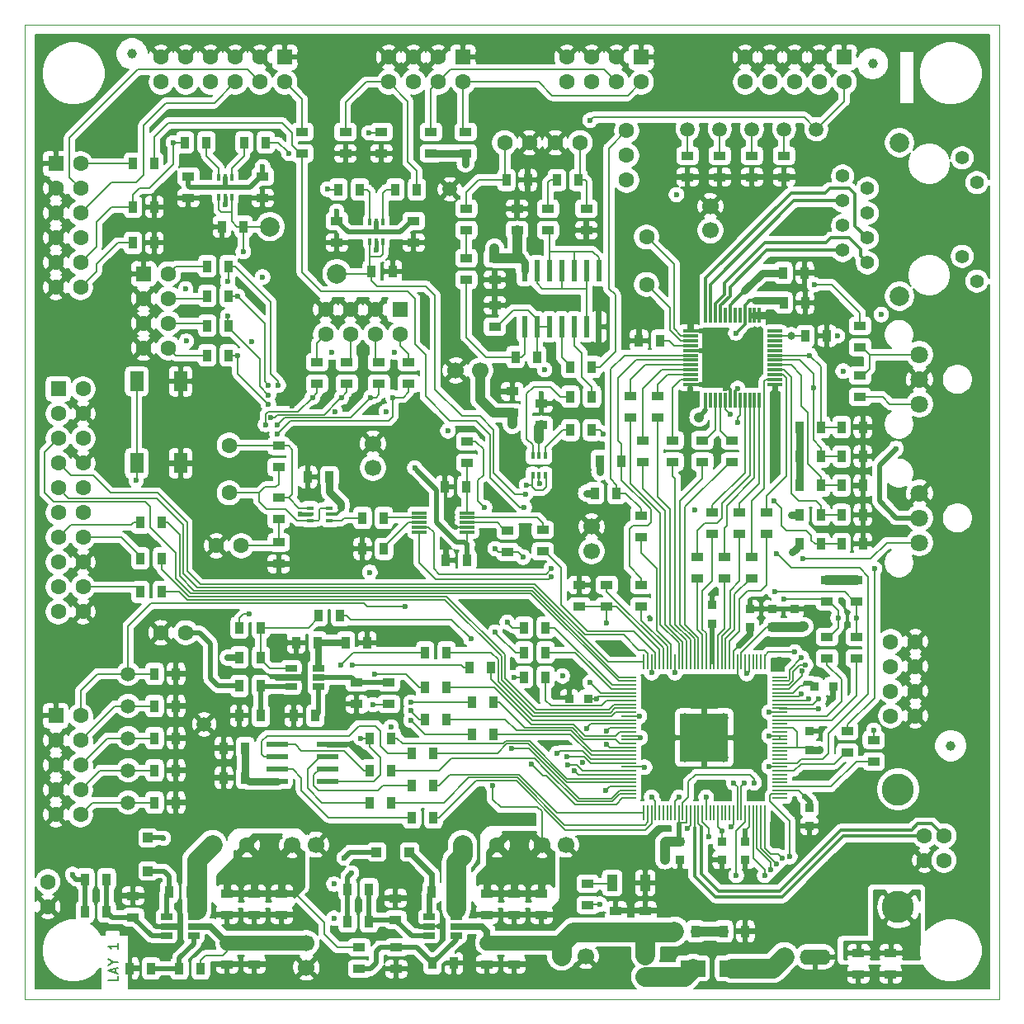
<source format=gtl>
G04 #@! TF.GenerationSoftware,KiCad,Pcbnew,(5.1.0)-1*
G04 #@! TF.CreationDate,2019-04-02T23:05:31+01:00*
G04 #@! TF.ProjectId,CoreOne-xCORE200-2.0,436f7265-4f6e-4652-9d78-434f52453230,2.0*
G04 #@! TF.SameCoordinates,PX660b0c0PY81b3200*
G04 #@! TF.FileFunction,Copper,L1,Top*
G04 #@! TF.FilePolarity,Positive*
%FSLAX46Y46*%
G04 Gerber Fmt 4.6, Leading zero omitted, Abs format (unit mm)*
G04 Created by KiCad (PCBNEW (5.1.0)-1) date 2019-04-02 23:05:31*
%MOMM*%
%LPD*%
G04 APERTURE LIST*
%ADD10C,0.200000*%
%ADD11C,0.100000*%
%ADD12C,1.400000*%
%ADD13C,2.000000*%
%ADD14C,1.600000*%
%ADD15R,1.600000X1.600000*%
%ADD16R,1.300000X0.900000*%
%ADD17R,0.900000X1.300000*%
%ADD18R,0.900000X0.900000*%
%ADD19C,1.500000*%
%ADD20R,1.200000X0.650000*%
%ADD21R,1.000000X1.000000*%
%ADD22R,0.300000X1.500000*%
%ADD23R,1.500000X0.300000*%
%ADD24R,0.800000X0.450000*%
%ADD25R,0.450000X0.800000*%
%ADD26R,2.200000X0.600000*%
%ADD27R,1.400000X2.100000*%
%ADD28C,3.300000*%
%ADD29C,1.000000*%
%ADD30R,2.500000X1.700000*%
%ADD31O,3.200000X1.600000*%
%ADD32R,0.600000X2.200000*%
%ADD33R,1.100000X1.700000*%
%ADD34R,1.500000X0.230000*%
%ADD35R,0.230000X1.500000*%
%ADD36R,5.000000X5.000000*%
%ADD37O,5.000000X5.000000*%
%ADD38O,1.000000X1.000000*%
%ADD39C,1.700000*%
%ADD40C,1.800000*%
%ADD41C,0.600000*%
%ADD42C,0.800000*%
%ADD43C,0.500000*%
%ADD44C,0.152400*%
%ADD45C,0.400000*%
%ADD46C,0.135000*%
%ADD47C,0.700000*%
%ADD48C,0.650000*%
%ADD49C,0.600000*%
%ADD50C,0.300000*%
%ADD51C,0.450000*%
%ADD52C,0.800000*%
%ADD53C,1.500000*%
%ADD54C,2.000000*%
%ADD55C,1.000000*%
%ADD56C,0.152430*%
%ADD57C,0.150000*%
%ADD58C,0.254000*%
G04 APERTURE END LIST*
D10*
X9560380Y2387239D02*
X9560380Y1911048D01*
X8560380Y1911048D01*
X9274666Y2672953D02*
X9274666Y3149143D01*
X9560380Y2577715D02*
X8560380Y2911048D01*
X9560380Y3244381D01*
X9084190Y3768191D02*
X9560380Y3768191D01*
X8560380Y3434858D02*
X9084190Y3768191D01*
X8560380Y4101524D01*
X9560380Y5720572D02*
X9560380Y5149143D01*
X9560380Y5434858D02*
X8560380Y5434858D01*
X8703238Y5339620D01*
X8798476Y5244381D01*
X8846095Y5149143D01*
D11*
X0Y100000000D02*
X100000000Y100000000D01*
X15000000Y0D02*
X0Y0D01*
X100000000Y0D02*
X15000000Y0D01*
X100000000Y100000000D02*
X100000000Y0D01*
X0Y0D02*
X0Y100000000D01*
D12*
X86440000Y75555000D03*
X83900000Y76825000D03*
X86440000Y78095000D03*
X83900000Y79365000D03*
X86440000Y80635000D03*
X83900000Y81905000D03*
X86440000Y83175000D03*
X83900000Y84445000D03*
D13*
X89740000Y72125000D03*
X89740000Y87875000D03*
D12*
X97690000Y73675000D03*
X96170000Y86325000D03*
X96170000Y76215000D03*
X97690000Y83785000D03*
D14*
X14732000Y66802000D03*
X12192000Y66802000D03*
X14732000Y69342000D03*
X12192000Y69342000D03*
X14732000Y71882000D03*
X12192000Y71882000D03*
X14732000Y74422000D03*
D15*
X12192000Y74422000D03*
D14*
X30861000Y68199000D03*
X30861000Y70739000D03*
X33401000Y68199000D03*
X33401000Y70739000D03*
X35941000Y68199000D03*
X35941000Y70739000D03*
X38481000Y68199000D03*
D15*
X38481000Y70739000D03*
D14*
X73914000Y94107000D03*
X73914000Y96647000D03*
X76454000Y94107000D03*
X76454000Y96647000D03*
X78994000Y94107000D03*
X78994000Y96647000D03*
X81534000Y94107000D03*
X81534000Y96647000D03*
X84074000Y94107000D03*
D15*
X84074000Y96647000D03*
D14*
X5715000Y18923000D03*
X3175000Y18923000D03*
X5715000Y21463000D03*
X3175000Y21463000D03*
X5715000Y24003000D03*
X3175000Y24003000D03*
X5715000Y26543000D03*
X3175000Y26543000D03*
X5715000Y29083000D03*
D15*
X3175000Y29083000D03*
D14*
X37338000Y94107000D03*
X37338000Y96647000D03*
X39878000Y94107000D03*
X39878000Y96647000D03*
X42418000Y94107000D03*
X42418000Y96647000D03*
X44958000Y94107000D03*
D15*
X44958000Y96647000D03*
D14*
X55626000Y94107000D03*
X55626000Y96647000D03*
X58166000Y94107000D03*
X58166000Y96647000D03*
X60706000Y94107000D03*
X60706000Y96647000D03*
X63246000Y94107000D03*
D15*
X63246000Y96647000D03*
D14*
X13970000Y96647000D03*
X13970000Y94107000D03*
X16510000Y94107000D03*
X16510000Y96647000D03*
X19050000Y94107000D03*
X19050000Y96647000D03*
X21590000Y94107000D03*
X21590000Y96647000D03*
X24130000Y94107000D03*
X24130000Y96647000D03*
X26670000Y94107000D03*
D15*
X26670000Y96647000D03*
D14*
X3175000Y73025000D03*
X5715000Y73025000D03*
X5715000Y75565000D03*
X3175000Y75565000D03*
X5715000Y78105000D03*
X3175000Y78105000D03*
X5715000Y80645000D03*
X3175000Y80645000D03*
X5715000Y83185000D03*
X3175000Y83185000D03*
X5715000Y85725000D03*
D15*
X3175000Y85725000D03*
D16*
X11110000Y10608000D03*
X11110000Y8408000D03*
D17*
X20236000Y79248000D03*
X22436000Y79248000D03*
D18*
X71501000Y16190000D03*
X71501000Y14290000D03*
D19*
X68006000Y89264000D03*
X10602000Y20176000D03*
D20*
X44260000Y7476000D03*
X41460000Y8426000D03*
X41460000Y7476000D03*
X41460000Y6526000D03*
X44260000Y6526000D03*
X44260000Y8426000D03*
X17336000Y7476000D03*
X14536000Y8426000D03*
X14536000Y7476000D03*
X14536000Y6526000D03*
X17336000Y6526000D03*
X17336000Y8426000D03*
D13*
X25146000Y79248000D03*
D16*
X37338000Y30269000D03*
X37338000Y32469000D03*
D21*
X39480000Y15096000D03*
X36080000Y15096000D03*
X12634000Y13142000D03*
X12634000Y16542000D03*
D16*
X47432000Y10862000D03*
X47432000Y8662000D03*
X50226000Y10862000D03*
X50226000Y8662000D03*
D17*
X33124000Y7984000D03*
X35324000Y7984000D03*
X14836000Y11032000D03*
X17036000Y11032000D03*
X18712000Y66040000D03*
X20912000Y66040000D03*
X18712000Y69088000D03*
X20912000Y69088000D03*
D14*
X88834000Y36686000D03*
X91374000Y36686000D03*
X88834000Y34146000D03*
X91374000Y34146000D03*
D17*
X77828000Y74532000D03*
X80028000Y74532000D03*
X77850000Y71450000D03*
X80050000Y71450000D03*
D18*
X78994000Y38166000D03*
X78994000Y40066000D03*
D14*
X19266000Y15858000D03*
X22766000Y15858000D03*
X44920000Y15858000D03*
X48420000Y15858000D03*
D16*
X38100000Y3091000D03*
X38100000Y5291000D03*
D22*
X75371000Y70169000D03*
X74871000Y70169000D03*
X74371000Y70169000D03*
X73871000Y70169000D03*
X73371000Y70169000D03*
X72871000Y70169000D03*
X72371000Y70169000D03*
X71871000Y70169000D03*
X71371000Y70169000D03*
X70871000Y70169000D03*
X70371000Y70169000D03*
X69871000Y70169000D03*
D23*
X68271000Y68569000D03*
X68271000Y68069000D03*
X68271000Y67569000D03*
X68271000Y67069000D03*
X68271000Y66569000D03*
X68271000Y66069000D03*
X68271000Y65569000D03*
X68271000Y65069000D03*
X68271000Y64569000D03*
X68271000Y64069000D03*
X68271000Y63569000D03*
X68271000Y63069000D03*
D22*
X69871000Y61469000D03*
X70371000Y61469000D03*
X70871000Y61469000D03*
X71371000Y61469000D03*
X71871000Y61469000D03*
X72371000Y61469000D03*
X72871000Y61469000D03*
X73371000Y61469000D03*
X73871000Y61469000D03*
X74371000Y61469000D03*
X74871000Y61469000D03*
X75371000Y61469000D03*
D23*
X76971000Y63069000D03*
X76971000Y63569000D03*
X76971000Y64069000D03*
X76971000Y64569000D03*
X76971000Y65069000D03*
X76971000Y65569000D03*
X76971000Y66069000D03*
X76971000Y66569000D03*
X76971000Y67069000D03*
X76971000Y67569000D03*
X76971000Y68069000D03*
X76971000Y68569000D03*
D19*
X81214000Y89264000D03*
X10602000Y33384000D03*
D17*
X16426000Y87884000D03*
X18626000Y87884000D03*
X24722000Y87884000D03*
X22522000Y87884000D03*
X40216000Y83058000D03*
X38016000Y83058000D03*
X32174000Y83058000D03*
X34374000Y83058000D03*
X6200000Y9000000D03*
X8400000Y9000000D03*
X41760000Y11032000D03*
X43960000Y11032000D03*
X15852000Y3158000D03*
X18052000Y3158000D03*
X10772000Y3158000D03*
X12972000Y3158000D03*
X83777210Y46695890D03*
X85977210Y46695890D03*
D16*
X62164000Y61919000D03*
X62164000Y59719000D03*
X63434000Y57344000D03*
X63434000Y55144000D03*
X64958000Y61916000D03*
X64958000Y59716000D03*
X66482000Y57344000D03*
X66482000Y55144000D03*
X69530000Y57344000D03*
X69530000Y55144000D03*
X72578000Y57344000D03*
X72578000Y55144000D03*
X59690000Y42502000D03*
X59690000Y40302000D03*
D24*
X29250000Y50400000D03*
X29250000Y49750000D03*
X29250000Y49100000D03*
X31250000Y49100000D03*
X31250000Y49750000D03*
X31250000Y50400000D03*
D25*
X19924000Y82312000D03*
X20574000Y82312000D03*
X21224000Y82312000D03*
X21224000Y84312000D03*
X20574000Y84312000D03*
X19924000Y84312000D03*
D17*
X36848000Y49386000D03*
X34648000Y49386000D03*
D16*
X26045256Y54560824D03*
X26045256Y56760824D03*
D15*
X3429000Y62611000D03*
D14*
X5969000Y62611000D03*
X3429000Y60071000D03*
X5969000Y60071000D03*
X3429000Y57531000D03*
X5969000Y57531000D03*
X3429000Y54991000D03*
X5969000Y54991000D03*
X3429000Y52451000D03*
X5969000Y52451000D03*
X3429000Y49911000D03*
X5969000Y49911000D03*
X3429000Y47371000D03*
X5969000Y47371000D03*
X3429000Y44831000D03*
X5969000Y44831000D03*
X3429000Y42291000D03*
X5969000Y42291000D03*
X3429000Y39751000D03*
X5969000Y39751000D03*
D17*
X79527210Y46695890D03*
X81727210Y46695890D03*
D16*
X16764000Y84412000D03*
X16764000Y82212000D03*
X24384000Y84412000D03*
X24384000Y82212000D03*
D14*
X20965256Y56830824D03*
X20965256Y51950824D03*
D26*
X31076000Y22354000D03*
X31076000Y23624000D03*
X31076000Y24894000D03*
X31076000Y26164000D03*
X25876000Y26164000D03*
X25876000Y24894000D03*
X25876000Y23624000D03*
X25876000Y22354000D03*
D23*
X40476000Y47895000D03*
X45376000Y47895000D03*
X40476000Y48395000D03*
X45376000Y48395000D03*
X40476000Y48895000D03*
X45376000Y48895000D03*
X40476000Y49395000D03*
X45376000Y49395000D03*
X40476000Y49895000D03*
X45376000Y49895000D03*
D19*
X77912000Y89264000D03*
X71308000Y89264000D03*
X74610000Y89264000D03*
D27*
X11466000Y63382000D03*
X15966000Y63382000D03*
X11466000Y54982000D03*
X15966000Y54982000D03*
D17*
X14054000Y48895000D03*
X11854000Y48895000D03*
D16*
X71816000Y45406000D03*
X71816000Y43206000D03*
X73340000Y49978000D03*
X73340000Y47778000D03*
X74610000Y45406000D03*
X74610000Y43206000D03*
X76134000Y49978000D03*
X76134000Y47778000D03*
D17*
X45890000Y30480000D03*
X48090000Y30480000D03*
X41064000Y28702000D03*
X43264000Y28702000D03*
X41064000Y32004000D03*
X43264000Y32004000D03*
D16*
X69022000Y45406000D03*
X69022000Y43206000D03*
X70546000Y49978000D03*
X70546000Y47778000D03*
X63246000Y42502000D03*
X63246000Y40302000D03*
X84389000Y27499000D03*
X84389000Y25299000D03*
D17*
X45636000Y34036000D03*
X47836000Y34036000D03*
X41064000Y35560000D03*
X43264000Y35560000D03*
X51224000Y33020000D03*
X53424000Y33020000D03*
X39728000Y25256000D03*
X41928000Y25256000D03*
X51224000Y35560000D03*
X53424000Y35560000D03*
X51224000Y38100000D03*
X53424000Y38100000D03*
X39728000Y18652000D03*
X41928000Y18652000D03*
X35410000Y20176000D03*
X37610000Y20176000D03*
X39728000Y21954000D03*
X41928000Y21954000D03*
X35410000Y23478000D03*
X37610000Y23478000D03*
D16*
X82296000Y37168000D03*
X82296000Y34968000D03*
X85344000Y37168000D03*
X85344000Y34968000D03*
D17*
X35410000Y26780000D03*
X37610000Y26780000D03*
D16*
X85344000Y43010000D03*
X85344000Y40810000D03*
X82296000Y43010000D03*
X82296000Y40810000D03*
D17*
X24214000Y35052000D03*
X22014000Y35052000D03*
X22014000Y38100000D03*
X24214000Y38100000D03*
X32342000Y39370000D03*
X30142000Y39370000D03*
X24214000Y32131000D03*
X22014000Y32131000D03*
D16*
X34036000Y30269000D03*
X34036000Y32469000D03*
D17*
X83777210Y55695890D03*
X85977210Y55695890D03*
X79527210Y55695890D03*
X81727210Y55695890D03*
X83777210Y58695890D03*
X85977210Y58695890D03*
X79527210Y58695890D03*
X81727210Y58695890D03*
X83777210Y52695890D03*
X85977210Y52695890D03*
X79527210Y52695890D03*
X81727210Y52695890D03*
X83777210Y49695890D03*
X85977210Y49695890D03*
X79527210Y49695890D03*
X81727210Y49695890D03*
X65221000Y67569000D03*
X63021000Y67569000D03*
X59021000Y55228000D03*
X61221000Y55228000D03*
X58521000Y51926000D03*
X60721000Y51926000D03*
D16*
X26045256Y44654824D03*
X26045256Y46854824D03*
X26045256Y49226824D03*
X26045256Y51426824D03*
X71308000Y84354000D03*
X71308000Y86554000D03*
X74610000Y84354000D03*
X74610000Y86554000D03*
X77912000Y84354000D03*
X77912000Y86554000D03*
D17*
X11854000Y41783000D03*
X14054000Y41783000D03*
X11854000Y45212000D03*
X14054000Y45212000D03*
D14*
X16510000Y37592000D03*
X13970000Y37592000D03*
X88834000Y31606000D03*
X91374000Y31606000D03*
X22193256Y46524824D03*
X19653256Y46524824D03*
D28*
X89600000Y21514000D03*
X89600000Y9474000D03*
D14*
X94310000Y14244000D03*
X92310000Y14244000D03*
X92310000Y16744000D03*
X94310000Y16744000D03*
D18*
X74422000Y38150613D03*
X74422000Y40050613D03*
X80518000Y25593000D03*
X80518000Y27493000D03*
X70546000Y38530000D03*
X70546000Y40430000D03*
X67190000Y16194000D03*
X67190000Y14294000D03*
X57780000Y30844000D03*
X55880000Y30844000D03*
X76708000Y38150613D03*
X76708000Y40050613D03*
X73914000Y16190000D03*
X73914000Y14290000D03*
D16*
X56896000Y40302000D03*
X56896000Y42502000D03*
D17*
X24214000Y29083000D03*
X22014000Y29083000D03*
X30056000Y36576000D03*
X27856000Y36576000D03*
X32936000Y36576000D03*
X35136000Y36576000D03*
X80097000Y68057500D03*
X82297000Y68057500D03*
X45400000Y45004500D03*
X43200000Y45004500D03*
D16*
X20762000Y10862000D03*
X20762000Y8662000D03*
X23556000Y3582000D03*
X23556000Y5782000D03*
X28448000Y88984000D03*
X28448000Y86784000D03*
D19*
X43600000Y83100000D03*
D29*
X11000000Y97000000D03*
X87000000Y96000000D03*
X95000000Y26000000D03*
D14*
X61733570Y89104484D03*
X61733570Y84024484D03*
X61733570Y86564484D03*
X2350500Y12036000D03*
X2350500Y9496000D03*
X88834000Y29066000D03*
X91374000Y29066000D03*
X49227000Y87864500D03*
X51767000Y87864500D03*
X56974000Y87864500D03*
X54434000Y87864500D03*
D30*
X72546000Y3158000D03*
X68546000Y3158000D03*
D14*
X77931000Y4334000D03*
D31*
X81106000Y4334000D03*
D17*
X15512000Y33384000D03*
X13312000Y33384000D03*
D16*
X26350000Y10862000D03*
X26350000Y8662000D03*
X20762000Y3582000D03*
X20762000Y5782000D03*
X50000000Y60150000D03*
X50000000Y62350000D03*
D17*
X55984000Y58403000D03*
X58184000Y58403000D03*
X58184000Y61832000D03*
X55984000Y61832000D03*
D32*
X51259000Y68987500D03*
X52529000Y68987500D03*
X53799000Y68987500D03*
X55069000Y68987500D03*
X56339000Y68987500D03*
X57609000Y68987500D03*
X58879000Y68987500D03*
X51259000Y74737500D03*
X52529000Y74737500D03*
X53799000Y74737500D03*
X55069000Y74737500D03*
X56339000Y74737500D03*
X57609000Y74737500D03*
X58879000Y74737500D03*
D16*
X57609000Y78890500D03*
X57609000Y81090500D03*
D17*
X56804000Y84054500D03*
X54604000Y84054500D03*
D16*
X45290000Y78890500D03*
X45290000Y81090500D03*
X47432000Y3582000D03*
X47432000Y5782000D03*
D17*
X22624000Y22716000D03*
X20424000Y22716000D03*
D16*
X50226000Y3582000D03*
X50226000Y5782000D03*
D17*
X71732000Y6963298D03*
X73932000Y6963298D03*
D16*
X63688000Y9084000D03*
X63688000Y6884000D03*
X60640000Y9084000D03*
X60640000Y6884000D03*
X63688000Y2312000D03*
X63688000Y4512000D03*
X41656000Y86784000D03*
X41656000Y88984000D03*
X45212000Y86784000D03*
X45212000Y88984000D03*
X88834000Y4766000D03*
X88834000Y2566000D03*
D17*
X44026000Y3683000D03*
X41826000Y3683000D03*
D16*
X85532000Y4766000D03*
X85532000Y2566000D03*
D17*
X8400000Y12302000D03*
X6200000Y12302000D03*
D16*
X34290000Y5291000D03*
X34290000Y3091000D03*
D17*
X66652000Y6963298D03*
X68852000Y6963298D03*
X35324000Y11286000D03*
X33124000Y11286000D03*
D16*
X38034000Y10354000D03*
X38034000Y8154000D03*
X57750000Y9650000D03*
X57750000Y11850000D03*
X85700000Y61800000D03*
X85700000Y64000000D03*
X39370000Y65362000D03*
X39370000Y63162000D03*
X36322000Y65362000D03*
X36322000Y63162000D03*
X33020000Y65362000D03*
X33020000Y63162000D03*
X29972000Y65362000D03*
X29972000Y63162000D03*
D17*
X20912000Y75184000D03*
X18712000Y75184000D03*
X18712000Y72136000D03*
X20912000Y72136000D03*
D16*
X85700000Y69100000D03*
X85700000Y66900000D03*
D17*
X31260000Y53577000D03*
X29060000Y53577000D03*
D16*
X23556000Y10862000D03*
X23556000Y8662000D03*
D17*
X22624000Y25764000D03*
X20424000Y25764000D03*
D16*
X53020000Y10862000D03*
X53020000Y8662000D03*
D17*
X15512000Y23478000D03*
X13312000Y23478000D03*
X15512000Y26780000D03*
X13312000Y26780000D03*
X45296000Y52578000D03*
X43096000Y52578000D03*
X36848000Y46211000D03*
X34648000Y46211000D03*
X15512000Y30082000D03*
X13312000Y30082000D03*
D16*
X45400000Y57234000D03*
X45400000Y55034000D03*
X53147000Y45936500D03*
X53147000Y48136500D03*
X49530000Y45890000D03*
X49530000Y48090000D03*
X50497000Y78890500D03*
X50497000Y81090500D03*
X48211000Y76010500D03*
X48211000Y73810500D03*
X53672000Y81090500D03*
X53672000Y78890500D03*
D17*
X51597000Y84054500D03*
X49397000Y84054500D03*
D16*
X45290000Y73810500D03*
X45290000Y76010500D03*
D17*
X52529000Y65893500D03*
X50329000Y65893500D03*
D16*
X48211000Y71184500D03*
X48211000Y68984500D03*
D17*
X55984000Y64880000D03*
X58184000Y64880000D03*
D33*
X60250500Y11917000D03*
X63650500Y11917000D03*
D18*
X80500000Y19650000D03*
X80500000Y17750000D03*
X81026000Y32114000D03*
X82926000Y32114000D03*
D19*
X10602000Y23478000D03*
X10602000Y26780000D03*
X10602000Y30082000D03*
X18400000Y28200000D03*
D16*
X53000000Y58900000D03*
X53000000Y61100000D03*
D14*
X63800880Y78205204D03*
X63800880Y73325204D03*
D25*
X52100000Y53750000D03*
X52750000Y53750000D03*
X53400000Y53750000D03*
X53400000Y55750000D03*
X52750000Y55750000D03*
X52100000Y55750000D03*
D16*
X63246000Y49614000D03*
X63246000Y47414000D03*
D17*
X29802000Y29083000D03*
X27602000Y29083000D03*
D20*
X30102000Y33020000D03*
X27302000Y33970000D03*
X27302000Y33020000D03*
X27302000Y32070000D03*
X30102000Y32070000D03*
X30102000Y33970000D03*
D34*
X61957012Y33032218D03*
X61957012Y32632218D03*
X61957012Y32232218D03*
X61957012Y31832218D03*
X61957012Y31432218D03*
X61957012Y31032218D03*
X61957012Y30632218D03*
X61957012Y30232218D03*
X61957012Y29832218D03*
X61957012Y29432218D03*
X61957012Y29032218D03*
X61957012Y28632218D03*
X61957012Y28232218D03*
X61957012Y27832218D03*
X61957012Y27432218D03*
X61957012Y27032218D03*
X61957012Y26632218D03*
X61957012Y26232218D03*
X61957012Y25832218D03*
X61957012Y25432218D03*
X61957012Y25032218D03*
X61957012Y24632218D03*
X61957012Y24232218D03*
X61957012Y23832218D03*
X61957012Y23432218D03*
X61957012Y23032218D03*
X61957012Y22632218D03*
X61957012Y22232218D03*
X61957012Y21832218D03*
X61957012Y21432218D03*
X61957012Y21032218D03*
X61957012Y20632218D03*
D35*
X63507012Y19082218D03*
X63907012Y19082218D03*
X64307012Y19082218D03*
X64707012Y19082218D03*
X65107012Y19082218D03*
X65507012Y19082218D03*
X65907012Y19082218D03*
X66307012Y19082218D03*
X66707012Y19082218D03*
X67107012Y19082218D03*
X67507012Y19082218D03*
X67907012Y19082218D03*
X68307012Y19082218D03*
X68707012Y19082218D03*
X69107012Y19082218D03*
X69507012Y19082218D03*
X69907012Y19082218D03*
X70307012Y19082218D03*
X70707012Y19082218D03*
X71107012Y19082218D03*
X71507012Y19082218D03*
X71907012Y19082218D03*
X72307012Y19082218D03*
X72707012Y19082218D03*
X73107012Y19082218D03*
X73507012Y19082218D03*
X73907012Y19082218D03*
X74307012Y19082218D03*
X74707012Y19082218D03*
X75107012Y19082218D03*
X75507012Y19082218D03*
X75907012Y19082218D03*
D34*
X77457012Y20632218D03*
X77457012Y21032218D03*
X77457012Y21432218D03*
X77457012Y21832218D03*
X77457012Y22232218D03*
X77457012Y22632218D03*
X77457012Y23032218D03*
X77457012Y23432218D03*
X77457012Y23832218D03*
X77457012Y24232218D03*
X77457012Y24632218D03*
X77457012Y25032218D03*
X77457012Y25432218D03*
X77457012Y25832218D03*
X77457012Y26232218D03*
X77457012Y26632218D03*
X77457012Y27032218D03*
X77457012Y27432218D03*
X77457012Y27832218D03*
X77457012Y28232218D03*
X77457012Y28632218D03*
X77457012Y29032218D03*
X77457012Y29432218D03*
X77457012Y29832218D03*
X77457012Y30232218D03*
X77457012Y30632218D03*
X77457012Y31032218D03*
X77457012Y31432218D03*
X77457012Y31832218D03*
X77457012Y32232218D03*
X77457012Y32632218D03*
X77457012Y33032218D03*
D35*
X75907012Y34582218D03*
X75507012Y34582218D03*
X75107012Y34582218D03*
X74707012Y34582218D03*
X74307012Y34582218D03*
X73907012Y34582218D03*
X73507012Y34582218D03*
X73107012Y34582218D03*
X72707012Y34582218D03*
X72307012Y34582218D03*
X71907012Y34582218D03*
X71507012Y34582218D03*
X71107012Y34582218D03*
X70707012Y34582218D03*
X70307012Y34582218D03*
X69907012Y34582218D03*
X69507012Y34582218D03*
X69107012Y34582218D03*
X68707012Y34582218D03*
X68307012Y34582218D03*
X67907012Y34582218D03*
X67507012Y34582218D03*
X67107012Y34582218D03*
X66707012Y34582218D03*
X66307012Y34582218D03*
X65907012Y34582218D03*
X65507012Y34582218D03*
X65107012Y34582218D03*
X64707012Y34582218D03*
X64307012Y34582218D03*
X63907012Y34582218D03*
X63507012Y34582218D03*
D36*
X69707012Y26832218D03*
D37*
X69707012Y26832218D03*
D38*
X67707012Y28832218D03*
X67707012Y24832218D03*
X71707012Y24832218D03*
X71707012Y28832218D03*
D17*
X15512000Y20176000D03*
X13312000Y20176000D03*
D16*
X68006000Y84354000D03*
X68006000Y86554000D03*
D17*
X11092000Y85725000D03*
X13292000Y85725000D03*
X45890000Y27178000D03*
X48090000Y27178000D03*
D16*
X32004000Y79840000D03*
X32004000Y77640000D03*
X39878000Y79840000D03*
X39878000Y77640000D03*
D17*
X35560000Y74676000D03*
X37760000Y74676000D03*
X11092000Y81280000D03*
X13292000Y81280000D03*
X11092000Y77597000D03*
X13292000Y77597000D03*
D16*
X36576000Y88984000D03*
X36576000Y86784000D03*
X32893000Y88984000D03*
X32893000Y86784000D03*
X87100000Y26600000D03*
X87100000Y24400000D03*
D25*
X35418000Y77740000D03*
X36068000Y77740000D03*
X36718000Y77740000D03*
X36718000Y79740000D03*
X36068000Y79740000D03*
X35418000Y79740000D03*
D13*
X32004000Y74422000D03*
D39*
X46716000Y64516000D03*
X44216000Y64516000D03*
X55072000Y4428000D03*
X57572000Y4428000D03*
X28890000Y5742000D03*
X28890000Y3242000D03*
X29886000Y15858000D03*
X27386000Y15858000D03*
X35700000Y54500000D03*
X35700000Y57000000D03*
X58166000Y45974000D03*
X58166000Y48474000D03*
X70358000Y78867000D03*
X70358000Y81367000D03*
X53040000Y15858000D03*
X55540000Y15858000D03*
D40*
X91790000Y66137000D03*
X91790000Y63597000D03*
X91790000Y61057000D03*
X91790000Y51913000D03*
X91790000Y49373000D03*
X91790000Y46833000D03*
D41*
X31700000Y11800000D03*
X31700000Y8300000D03*
X12800000Y10600000D03*
X10800000Y1700000D03*
X40000000Y7900000D03*
X38000000Y11600000D03*
X36700000Y10400000D03*
X51600000Y85500000D03*
X79592892Y84368091D03*
X20701000Y29083000D03*
X85984729Y57327146D03*
X83600000Y61200000D03*
X95000000Y58500000D03*
X95000000Y54600000D03*
X52800000Y52900000D03*
X43600000Y49100000D03*
X43200000Y46400000D03*
X36800000Y36600000D03*
X90400000Y2600000D03*
X85500000Y1400000D03*
X88800000Y1400000D03*
X87100000Y1500000D03*
X87100000Y2600000D03*
X48600000Y62400000D03*
X57200000Y24300000D03*
X74300000Y29300000D03*
X74400000Y26600000D03*
X28250000Y49750000D03*
X23844319Y80764003D03*
X23750000Y71650000D03*
X30795000Y47227000D03*
X29383574Y55087596D03*
X61150500Y43688000D03*
X77470000Y34861500D03*
X77842637Y39962435D03*
X82359500Y23177500D03*
X81661000Y27495500D03*
X69659500Y31559500D03*
X64897000Y29337000D03*
X64897000Y26670000D03*
X69786500Y22098000D03*
X67056000Y22098000D03*
X5715000Y14986000D03*
X39814500Y3111500D03*
X38100000Y1524000D03*
X75184000Y6985000D03*
X63690500Y10287000D03*
X60642500Y10287000D03*
X68193349Y53461714D03*
X68008500Y54673500D03*
X82719990Y30774197D03*
X70675303Y41674521D03*
X25908000Y33020000D03*
X28321000Y33020000D03*
X26289000Y29083000D03*
X19177000Y22733000D03*
X19177000Y25781000D03*
X26593799Y36562459D03*
X51689000Y7366000D03*
X52959000Y7366000D03*
X50165000Y7366000D03*
X51689000Y8636000D03*
X48895000Y8636000D03*
X48768000Y3556000D03*
X50292000Y2286000D03*
X47371000Y2286000D03*
X44069000Y2159000D03*
X26289000Y7366000D03*
X23495000Y7366000D03*
X20828000Y7493000D03*
X23622000Y2286000D03*
X22098000Y3556000D03*
X20701000Y2286000D03*
X12827000Y8382000D03*
X15875000Y7493000D03*
X47625000Y52070000D03*
X43529972Y54306803D03*
X64750000Y69200000D03*
X34550000Y65250000D03*
X27400000Y60850000D03*
X27400000Y85350000D03*
X27400000Y79200000D03*
X27400000Y72750000D03*
X27400000Y65250000D03*
X35950000Y60350000D03*
X40350000Y58100000D03*
X18550000Y64100000D03*
X16350000Y70700000D03*
X85950000Y48200000D03*
X85950000Y51200000D03*
X85950000Y54150000D03*
X24487677Y44647283D03*
X15500000Y18700000D03*
X15500000Y21850000D03*
X15500000Y25150000D03*
X15500000Y28450000D03*
X15500000Y31750000D03*
X16700000Y33400000D03*
X39850000Y75400000D03*
X40950000Y70850000D03*
X41000000Y67700000D03*
X43100000Y70850000D03*
X43100000Y67700000D03*
X43550000Y77550000D03*
X47850000Y80050000D03*
X49800000Y71600000D03*
X49700000Y73800000D03*
X68650000Y69900000D03*
X56000000Y78900000D03*
X60900000Y80500000D03*
X57600000Y77700000D03*
X59700000Y69000000D03*
X51950000Y81100000D03*
X14500000Y55000000D03*
X14450000Y63400000D03*
X19000000Y79250000D03*
X14500000Y77600000D03*
X16750000Y81050000D03*
X14500000Y81300000D03*
X76300000Y84350000D03*
X72950000Y84350000D03*
X66700000Y84350000D03*
X79450000Y79650000D03*
X81300000Y74550000D03*
X81300000Y71450000D03*
X61976000Y67564000D03*
X67200000Y13250000D03*
X71866944Y62669020D03*
X82300000Y69300000D03*
X36050000Y76850000D03*
X20550000Y81500000D03*
X18708580Y48182103D03*
X16100000Y59050000D03*
X64200000Y39000000D03*
X61000000Y36400000D03*
X32900000Y26150000D03*
X37750000Y75900000D03*
X38500000Y77650000D03*
X30600000Y77650000D03*
X32900000Y85600000D03*
X36550000Y85450000D03*
X76050000Y70150000D03*
X76950000Y62350000D03*
X69450000Y68600000D03*
X69450000Y63050000D03*
X69450000Y66550000D03*
X2000000Y92000000D03*
X2000000Y98000000D03*
X8000000Y98000000D03*
X8500000Y90000000D03*
X30000000Y81500000D03*
X30500000Y91500000D03*
X90750000Y98250000D03*
X98250000Y98250000D03*
X98250000Y90750000D03*
X98250000Y1500000D03*
X98250000Y8500000D03*
X79000000Y9750000D03*
X82000000Y12750000D03*
X75000000Y9000000D03*
X68000000Y8500000D03*
X60750000Y3000000D03*
X50500000Y18750000D03*
X44250000Y18750000D03*
X62750000Y16000000D03*
X19750000Y38000000D03*
X54750000Y51250000D03*
X45750000Y40500000D03*
X33000000Y46250000D03*
X3250000Y34500000D03*
X58250000Y43750000D03*
X54500000Y30999998D03*
X53800000Y26200000D03*
X23800000Y76600000D03*
X53000000Y62100000D03*
X32200000Y28600000D03*
X25019000Y8636000D03*
X22225000Y8636000D03*
X20400000Y91000000D03*
X75550000Y40050000D03*
X42200000Y37600000D03*
X37800000Y17000000D03*
X29400000Y10700000D03*
X10300000Y15000000D03*
X15400000Y14800000D03*
X32500000Y17000000D03*
X25200000Y18900000D03*
X71700000Y12900000D03*
X74300000Y12900000D03*
X77400000Y16200000D03*
X79900000Y16200000D03*
X97100000Y17650000D03*
X97850000Y11350000D03*
X32766000Y14478000D03*
X14224000Y16510000D03*
X80000000Y20800000D03*
X35400000Y43800000D03*
X43400000Y58300000D03*
X59600000Y21400000D03*
X59711650Y26107871D03*
X59701486Y27533137D03*
X24400000Y85400000D03*
X24400000Y74100000D03*
X59000000Y9750000D03*
X58989000Y54085000D03*
X57650000Y51900000D03*
X53340000Y64579500D03*
X78732168Y45847439D03*
X78613000Y49720500D03*
X79527210Y54102000D03*
X83756500Y42989500D03*
X68770500Y50165000D03*
X22624000Y24257000D03*
X37592000Y27940000D03*
X20828000Y35052000D03*
X31496000Y36576000D03*
X87884000Y70231000D03*
X65650000Y14300000D03*
X31800000Y60300000D03*
X37100000Y60300000D03*
X37900000Y66400000D03*
X31500000Y66400000D03*
X16571225Y67510740D03*
X23300000Y67450000D03*
X16500000Y72850000D03*
X66850000Y82550000D03*
X45200000Y85700000D03*
X80136071Y32452241D03*
X73350000Y36350000D03*
X70546000Y37450000D03*
X81500000Y25600000D03*
X71501000Y17249000D03*
X83350000Y68050000D03*
X83950000Y64450000D03*
X32000000Y80850000D03*
X58644000Y30844000D03*
D42*
X69167609Y59718777D03*
D41*
X4899996Y12800000D03*
X67945000Y17526000D03*
X45400000Y46600000D03*
X32420913Y50434913D03*
X40000000Y54500000D03*
X59700000Y38600000D03*
X45750000Y36950000D03*
X79946500Y38227000D03*
X87162044Y44167404D03*
D42*
X78621000Y68069000D03*
D41*
X57999561Y32485668D03*
X63600000Y23800000D03*
X64300000Y20700000D03*
X67100000Y20700000D03*
X69900000Y20700000D03*
X72423020Y17676542D03*
X73929560Y17292564D03*
X33528000Y12954000D03*
X35687000Y30226000D03*
X55150000Y33150000D03*
X74091800Y33401000D03*
X63144400Y26822400D03*
X63060495Y29038736D03*
X76351750Y23841011D03*
X76362630Y27027559D03*
X76351776Y29440977D03*
X66700386Y33478651D03*
X64298437Y33477125D03*
X48000000Y21900000D03*
X35879466Y33345464D03*
X39624000Y30480000D03*
X39600000Y29600000D03*
X76962000Y41783000D03*
X54038500Y44196000D03*
X85344000Y39116000D03*
X77851000Y41084500D03*
X54038500Y43370500D03*
X83439000Y39116000D03*
X51245093Y50469693D03*
X57639914Y27797173D03*
X34478000Y26780000D03*
X51500000Y52750000D03*
X50228500Y33020000D03*
X77152500Y45720000D03*
X51371500Y51816000D03*
X87100000Y27600000D03*
X77100000Y13900000D03*
X76500000Y13300000D03*
X77700000Y14500000D03*
X81468000Y30844000D03*
X81468000Y29828000D03*
X80452000Y30844000D03*
X32420454Y34299680D03*
X33594271Y34299680D03*
X89400000Y56500000D03*
X52750000Y57500000D03*
X50000000Y59000000D03*
X48200000Y77050000D03*
X81000000Y73300000D03*
X31050000Y83100000D03*
X15240000Y87884000D03*
X91200000Y6800000D03*
X87600000Y7000000D03*
X88800000Y7000000D03*
X90100000Y6100000D03*
X87600000Y6100000D03*
X88800000Y6100000D03*
X90400000Y4800000D03*
X87100000Y4800000D03*
X84200000Y4800000D03*
X27088668Y86783860D03*
X35306000Y88900000D03*
X39000000Y40250000D03*
X52000000Y24100000D03*
X51148379Y45335073D03*
X48260000Y46228000D03*
X49926210Y25691270D03*
X47180500Y50419000D03*
X11430000Y53213000D03*
X72950000Y68350000D03*
X76450000Y71700000D03*
X73147856Y62663018D03*
X73850000Y72700000D03*
X76896000Y51164000D03*
X72400000Y60000004D03*
X80900000Y62750000D03*
X80543691Y66069000D03*
X78500000Y14600000D03*
X79697916Y31344084D03*
X79706965Y33661218D03*
X80100000Y34300000D03*
X79700000Y35000000D03*
X79000000Y35600000D03*
X49495370Y38664041D03*
X48240442Y37642714D03*
X56400000Y23400000D03*
X25000000Y61000000D03*
X21844000Y66040000D03*
X25875881Y57975423D03*
X37750000Y61750000D03*
X72705000Y22208000D03*
X55700000Y24000000D03*
X25000000Y62000000D03*
X20828000Y70104000D03*
X25900000Y58900000D03*
X35500000Y61750000D03*
X73848000Y22208000D03*
X55600000Y24900000D03*
X25000000Y63000000D03*
X21844000Y72136000D03*
X25200000Y59700000D03*
X73000000Y12700000D03*
X32500000Y61750000D03*
X54600000Y25200000D03*
X26000000Y63000000D03*
X20828000Y73660000D03*
X24673790Y58955335D03*
X75900000Y12700000D03*
X29500000Y61750000D03*
X59365078Y58010507D03*
X79863924Y45209828D03*
X73100000Y59200000D03*
X39600000Y28600000D03*
X23000000Y39500000D03*
X22400000Y76700000D03*
X58005311Y90180446D03*
X24214000Y30590000D03*
X70200000Y16700000D03*
X74800000Y22199990D03*
D10*
X11110000Y10608000D02*
X12792000Y10608000D01*
X12792000Y10608000D02*
X12800000Y10600000D01*
X10772000Y3158000D02*
X10772000Y1728000D01*
X10772000Y1728000D02*
X10800000Y1700000D01*
D43*
X41460000Y7476000D02*
X40424000Y7476000D01*
X40424000Y7476000D02*
X40000000Y7900000D01*
D10*
X38034000Y10354000D02*
X38034000Y11566000D01*
X38034000Y11566000D02*
X38000000Y11600000D01*
X38034000Y10354000D02*
X36746000Y10354000D01*
X36746000Y10354000D02*
X36700000Y10400000D01*
X51597000Y85497000D02*
X51600000Y85500000D01*
X51597000Y84054500D02*
X51597000Y85497000D01*
X22014000Y29083000D02*
X20701000Y29083000D01*
X85977210Y57334665D02*
X85984729Y57327146D01*
X85977210Y58695890D02*
X85977210Y57334665D01*
X52750000Y53750000D02*
X52750000Y52950000D01*
X52750000Y52950000D02*
X52800000Y52900000D01*
D43*
X44305000Y48395000D02*
X44122285Y48395000D01*
X44122285Y48395000D02*
X43600000Y48917285D01*
X43600000Y48917285D02*
X43600000Y49100000D01*
D10*
X45376000Y48395000D02*
X44305000Y48395000D01*
D44*
X35136000Y36576000D02*
X36776000Y36576000D01*
X36776000Y36576000D02*
X36800000Y36600000D01*
X88834000Y2566000D02*
X90366000Y2566000D01*
X90366000Y2566000D02*
X90400000Y2600000D01*
X85532000Y2566000D02*
X85532000Y1432000D01*
X85532000Y1432000D02*
X85500000Y1400000D01*
X88834000Y2566000D02*
X88834000Y1434000D01*
X88834000Y1434000D02*
X88800000Y1400000D01*
X85532000Y2566000D02*
X87066000Y2566000D01*
X87066000Y2566000D02*
X87100000Y2600000D01*
X50000000Y62350000D02*
X48650000Y62350000D01*
X48650000Y62350000D02*
X48600000Y62400000D01*
D10*
X43600000Y83100000D02*
X42590124Y82090124D01*
X42590124Y82090124D02*
X42590124Y78509876D01*
X42590124Y78509876D02*
X43550000Y77550000D01*
D45*
X29250000Y49750000D02*
X28250000Y49750000D01*
D10*
X24384000Y81303684D02*
X24144318Y81064002D01*
X24384000Y82212000D02*
X24384000Y81303684D01*
X24144318Y81064002D02*
X23844319Y80764003D01*
X29060000Y53577000D02*
X29060000Y54764022D01*
X29083575Y54787597D02*
X29383574Y55087596D01*
X29060000Y54764022D02*
X29083575Y54787597D01*
D46*
X77754459Y40050613D02*
X77842637Y39962435D01*
X76708000Y40050613D02*
X77754459Y40050613D01*
D10*
X80518000Y27493000D02*
X81658500Y27493000D01*
X81658500Y27493000D02*
X81661000Y27495500D01*
X38100000Y3091000D02*
X39794000Y3091000D01*
X39794000Y3091000D02*
X39814500Y3111500D01*
X38100000Y3091000D02*
X38100000Y1524000D01*
X73932000Y6963298D02*
X75162298Y6963298D01*
X75162298Y6963298D02*
X75184000Y6985000D01*
X63688000Y9084000D02*
X63688000Y10284500D01*
X63688000Y10284500D02*
X63690500Y10287000D01*
X60640000Y9084000D02*
X60640000Y10284500D01*
X60640000Y10284500D02*
X60642500Y10287000D01*
X82926000Y30980207D02*
X82719990Y30774197D01*
X82926000Y32114000D02*
X82926000Y30980207D01*
D46*
X70546000Y40430000D02*
X70546000Y41545218D01*
X70546000Y41545218D02*
X70675303Y41674521D01*
D47*
X27302000Y33020000D02*
X25908000Y33020000D01*
X27302000Y33020000D02*
X28321000Y33020000D01*
D10*
X27602000Y29083000D02*
X26289000Y29083000D01*
X20424000Y22716000D02*
X19194000Y22716000D01*
X19194000Y22716000D02*
X19177000Y22733000D01*
X20424000Y25764000D02*
X19194000Y25764000D01*
X19194000Y25764000D02*
X19177000Y25781000D01*
X26607340Y36576000D02*
X26593799Y36562459D01*
X27856000Y36576000D02*
X26607340Y36576000D01*
X52959000Y7366000D02*
X51689000Y7366000D01*
X53020000Y8662000D02*
X53020000Y7427000D01*
X53020000Y7427000D02*
X52959000Y7366000D01*
X50226000Y8662000D02*
X50226000Y7427000D01*
X50226000Y7427000D02*
X50165000Y7366000D01*
X50226000Y8662000D02*
X51663000Y8662000D01*
X51663000Y8662000D02*
X51689000Y8636000D01*
X47432000Y8662000D02*
X48869000Y8662000D01*
X48869000Y8662000D02*
X48895000Y8636000D01*
X50226000Y3582000D02*
X48794000Y3582000D01*
X48794000Y3582000D02*
X48768000Y3556000D01*
X50226000Y3582000D02*
X50226000Y2352000D01*
X50226000Y2352000D02*
X50292000Y2286000D01*
X47432000Y3582000D02*
X47432000Y2347000D01*
X47432000Y2347000D02*
X47371000Y2286000D01*
X44026000Y3683000D02*
X44026000Y2202000D01*
X44026000Y2202000D02*
X44069000Y2159000D01*
X26350000Y8662000D02*
X26350000Y7427000D01*
X26350000Y7427000D02*
X26289000Y7366000D01*
X23556000Y8662000D02*
X23556000Y7427000D01*
X23556000Y7427000D02*
X23495000Y7366000D01*
X20762000Y8662000D02*
X20762000Y7559000D01*
X20762000Y7559000D02*
X20828000Y7493000D01*
X23556000Y3582000D02*
X23556000Y2352000D01*
X23556000Y2352000D02*
X23622000Y2286000D01*
X23556000Y3582000D02*
X22124000Y3582000D01*
X22124000Y3582000D02*
X22098000Y3556000D01*
X20762000Y3582000D02*
X20762000Y2347000D01*
X20762000Y2347000D02*
X20701000Y2286000D01*
D43*
X14536000Y7476000D02*
X13431712Y7476000D01*
X12827000Y8080712D02*
X12827000Y8382000D01*
X13431712Y7476000D02*
X12827000Y8080712D01*
D48*
X14536000Y7476000D02*
X15858000Y7476000D01*
D10*
X15858000Y7476000D02*
X15875000Y7493000D01*
D44*
X43229973Y54006804D02*
X43529972Y54306803D01*
X43096000Y53872831D02*
X43229973Y54006804D01*
X43096000Y52578000D02*
X43096000Y53872831D01*
D10*
X71250000Y31750000D02*
X72600000Y31750000D01*
X73107012Y32257012D02*
X73107012Y34582218D01*
X72600000Y31750000D02*
X73107012Y32257012D01*
X69707012Y30207012D02*
X71250000Y31750000D01*
X69707012Y26832218D02*
X69707012Y30207012D01*
D49*
X76950000Y62350000D02*
X76950000Y62915069D01*
X76950000Y62915069D02*
X76951722Y62916791D01*
D50*
X76950000Y62774264D02*
X76971000Y62795264D01*
X76971000Y62795264D02*
X76971000Y62968999D01*
D10*
X27400000Y72750000D02*
X27400000Y79200000D01*
X85977210Y46695890D02*
X85977210Y48172790D01*
X85977210Y48172790D02*
X85950000Y48200000D01*
X85977210Y49695890D02*
X85977210Y51172790D01*
X85977210Y51172790D02*
X85950000Y51200000D01*
X85977210Y52695890D02*
X85977210Y54122790D01*
X85977210Y54122790D02*
X85950000Y54150000D01*
X24495218Y44654824D02*
X24487677Y44647283D01*
X26045256Y44654824D02*
X24495218Y44654824D01*
X15512000Y20176000D02*
X15512000Y18712000D01*
X15512000Y18712000D02*
X15500000Y18700000D01*
X15512000Y20176000D02*
X15512000Y21838000D01*
X15512000Y21838000D02*
X15500000Y21850000D01*
X15512000Y23478000D02*
X15512000Y25138000D01*
X15512000Y25138000D02*
X15500000Y25150000D01*
X15512000Y26780000D02*
X15512000Y28438000D01*
X15512000Y28438000D02*
X15500000Y28450000D01*
X15512000Y30082000D02*
X15512000Y31738000D01*
X15512000Y31738000D02*
X15500000Y31750000D01*
X15512000Y33384000D02*
X16684000Y33384000D01*
X16684000Y33384000D02*
X16700000Y33400000D01*
X39878000Y77640000D02*
X39878000Y75428000D01*
X39878000Y75428000D02*
X39850000Y75400000D01*
X39878000Y77640000D02*
X43460000Y77640000D01*
X43460000Y77640000D02*
X43550000Y77550000D01*
X50497000Y81090500D02*
X48890500Y81090500D01*
X48890500Y81090500D02*
X47850000Y80050000D01*
X48211000Y71184500D02*
X49384500Y71184500D01*
X49384500Y71184500D02*
X49800000Y71600000D01*
X48211000Y73810500D02*
X49689500Y73810500D01*
X49689500Y73810500D02*
X49700000Y73800000D01*
D49*
X68300000Y69550000D02*
X68300000Y68750000D01*
X68650000Y69900000D02*
X68300000Y69550000D01*
D10*
X57609000Y78890500D02*
X56009500Y78890500D01*
X56009500Y78890500D02*
X56000000Y78900000D01*
X57609000Y78890500D02*
X57609000Y77709000D01*
X57609000Y77709000D02*
X57600000Y77700000D01*
X58879000Y68987500D02*
X59687500Y68987500D01*
X59687500Y68987500D02*
X59700000Y69000000D01*
X50497000Y81090500D02*
X51940500Y81090500D01*
X51940500Y81090500D02*
X51950000Y81100000D01*
X15966000Y54982000D02*
X14518000Y54982000D01*
X14518000Y54982000D02*
X14500000Y55000000D01*
X15966000Y63382000D02*
X14468000Y63382000D01*
X14468000Y63382000D02*
X14450000Y63400000D01*
X20236000Y79248000D02*
X19002000Y79248000D01*
X19002000Y79248000D02*
X19000000Y79250000D01*
X13292000Y77597000D02*
X14497000Y77597000D01*
X14497000Y77597000D02*
X14500000Y77600000D01*
X16764000Y82212000D02*
X16764000Y81064000D01*
X16764000Y81064000D02*
X16750000Y81050000D01*
X13292000Y81280000D02*
X14480000Y81280000D01*
X14480000Y81280000D02*
X14500000Y81300000D01*
D46*
X74610000Y84354000D02*
X76296000Y84354000D01*
X76296000Y84354000D02*
X76300000Y84350000D01*
X71308000Y84354000D02*
X72946000Y84354000D01*
X72946000Y84354000D02*
X72950000Y84350000D01*
X68006000Y84354000D02*
X66704000Y84354000D01*
X66704000Y84354000D02*
X66700000Y84350000D01*
D10*
X80028000Y74532000D02*
X81282000Y74532000D01*
X81282000Y74532000D02*
X81300000Y74550000D01*
X80050000Y71450000D02*
X81300000Y71450000D01*
D46*
X63021000Y67569000D02*
X61981000Y67569000D01*
X61981000Y67569000D02*
X61976000Y67564000D01*
D10*
X67190000Y14294000D02*
X67190000Y13260000D01*
X67190000Y13260000D02*
X67200000Y13250000D01*
D50*
X72220980Y62669020D02*
X71866944Y62669020D01*
X72371000Y62519000D02*
X72220980Y62669020D01*
X72371000Y61469000D02*
X72371000Y62519000D01*
D49*
X74531000Y70169000D02*
X74871000Y70169000D01*
D10*
X74371000Y70169000D02*
X74531000Y70169000D01*
X82297000Y68057500D02*
X82297000Y69297000D01*
X82297000Y69297000D02*
X82300000Y69300000D01*
D51*
X36068000Y77740000D02*
X36068000Y76868000D01*
X36068000Y76868000D02*
X36050000Y76850000D01*
X20574000Y82312000D02*
X20574000Y81524000D01*
X20574000Y81524000D02*
X20550000Y81500000D01*
D49*
X31076000Y26164000D02*
X32886000Y26164000D01*
X32886000Y26164000D02*
X32900000Y26150000D01*
D10*
X37760000Y74676000D02*
X37760000Y75890000D01*
X37760000Y75890000D02*
X37750000Y75900000D01*
X39878000Y77640000D02*
X38510000Y77640000D01*
X38510000Y77640000D02*
X38500000Y77650000D01*
X32004000Y77640000D02*
X30610000Y77640000D01*
X30610000Y77640000D02*
X30600000Y77650000D01*
D44*
X32893000Y86784000D02*
X32893000Y85607000D01*
X32893000Y85607000D02*
X32900000Y85600000D01*
X36576000Y86784000D02*
X36576000Y85476000D01*
X36576000Y85476000D02*
X36550000Y85450000D01*
D52*
X74871000Y70169000D02*
X75371000Y70169000D01*
X75371000Y70169000D02*
X76031000Y70169000D01*
D10*
X76031000Y70169000D02*
X76050000Y70150000D01*
D50*
X68271000Y68569000D02*
X69419000Y68569000D01*
X69419000Y68569000D02*
X69450000Y68600000D01*
X68271000Y63069000D02*
X69431000Y63069000D01*
X69431000Y63069000D02*
X69450000Y63050000D01*
X68271000Y66569000D02*
X69431000Y66569000D01*
X69431000Y66569000D02*
X69450000Y66550000D01*
D44*
X33039000Y46211000D02*
X33000000Y46250000D01*
X34648000Y46211000D02*
X33039000Y46211000D01*
D43*
X53000000Y62100000D02*
X53000000Y61100000D01*
D10*
X24993000Y8662000D02*
X25019000Y8636000D01*
X22199000Y8662000D02*
X22225000Y8636000D01*
X23556000Y8662000D02*
X24993000Y8662000D01*
X20762000Y8662000D02*
X22199000Y8662000D01*
D46*
X75549387Y40050613D02*
X75550000Y40050000D01*
X74422000Y40050613D02*
X75549387Y40050613D01*
D43*
X36080000Y15096000D02*
X33384000Y15096000D01*
X33384000Y15096000D02*
X32766000Y14478000D01*
X12634000Y16542000D02*
X14192000Y16542000D01*
X14192000Y16542000D02*
X14224000Y16510000D01*
D10*
X20320000Y4445000D02*
X20762000Y4887000D01*
X20762000Y4887000D02*
X20762000Y5782000D01*
X18489000Y4445000D02*
X20320000Y4445000D01*
X18052000Y3158000D02*
X18052000Y4008000D01*
X18052000Y4008000D02*
X18489000Y4445000D01*
D53*
X23556000Y5782000D02*
X28850000Y5782000D01*
X28850000Y5782000D02*
X28890000Y5742000D01*
X20762000Y5782000D02*
X23556000Y5782000D01*
D47*
X17336000Y7476000D02*
X19068000Y7476000D01*
X19068000Y7476000D02*
X20762000Y5782000D01*
D53*
X50226000Y5782000D02*
X54920081Y5782000D01*
X54920081Y5782000D02*
X55072000Y5630081D01*
X47432000Y5782000D02*
X50226000Y5782000D01*
D47*
X46924000Y7476000D02*
X47432000Y6968000D01*
X47432000Y6968000D02*
X47432000Y5782000D01*
X44260000Y7476000D02*
X46924000Y7476000D01*
D54*
X60640000Y6884000D02*
X56325919Y6884000D01*
X56325919Y6884000D02*
X55072000Y5630081D01*
X55072000Y5630081D02*
X55072000Y4428000D01*
X63688000Y6884000D02*
X60640000Y6884000D01*
X63688000Y6884000D02*
X66572702Y6884000D01*
X66572702Y6884000D02*
X66652000Y6963298D01*
X63688000Y4512000D02*
X63688000Y6884000D01*
D10*
X77457012Y21432218D02*
X79367782Y21432218D01*
X79367782Y21432218D02*
X80000000Y20800000D01*
D49*
X80500000Y19650000D02*
X80500000Y20300000D01*
X80500000Y20300000D02*
X80000000Y20800000D01*
D10*
X61957012Y21832218D02*
X60032218Y21832218D01*
X60032218Y21832218D02*
X59600000Y21400000D01*
X61957012Y27832218D02*
X60000567Y27832218D01*
X60000567Y27832218D02*
X59701486Y27533137D01*
X59987303Y25832218D02*
X59711650Y26107871D01*
X61957012Y25832218D02*
X59987303Y25832218D01*
D43*
X24384000Y85384000D02*
X24400000Y85400000D01*
X24384000Y84412000D02*
X24384000Y85384000D01*
D10*
X57750000Y9650000D02*
X57841903Y9741903D01*
X57841903Y9741903D02*
X58991903Y9741903D01*
X58991903Y9741903D02*
X59000000Y9750000D01*
D52*
X59021000Y55228000D02*
X59021000Y54117000D01*
X59021000Y54117000D02*
X58989000Y54085000D01*
X79032167Y46147438D02*
X78732168Y45847439D01*
X79527210Y46642481D02*
X79032167Y46147438D01*
X79527210Y46695890D02*
X79527210Y46642481D01*
X79527210Y49695890D02*
X78637610Y49695890D01*
X78637610Y49695890D02*
X78613000Y49720500D01*
X79527210Y54102000D02*
X79527210Y55695890D01*
X79527210Y52695890D02*
X79527210Y54102000D01*
X79527210Y58695890D02*
X79527210Y55695890D01*
D55*
X85344000Y43010000D02*
X83777000Y43010000D01*
X83777000Y43010000D02*
X83756500Y42989500D01*
X82296000Y43010000D02*
X83736000Y43010000D01*
X83736000Y43010000D02*
X83756500Y42989500D01*
D10*
X67107012Y19082218D02*
X67107012Y18132218D01*
X67107012Y18132218D02*
X67107012Y18000000D01*
D52*
X22624000Y24257000D02*
X22624000Y22716000D01*
X22624000Y24257000D02*
X22624000Y25764000D01*
D47*
X22014000Y35052000D02*
X20828000Y35052000D01*
X31496000Y36576000D02*
X32936000Y36576000D01*
X30056000Y36576000D02*
X31496000Y36576000D01*
X30102000Y33970000D02*
X30102000Y36530000D01*
X30102000Y36530000D02*
X30056000Y36576000D01*
D43*
X6200000Y12302000D02*
X6200000Y9000000D01*
D55*
X65650000Y16104000D02*
X65650000Y14300000D01*
X67190000Y16194000D02*
X65740000Y16194000D01*
X65740000Y16194000D02*
X65650000Y16104000D01*
D52*
X45212000Y86784000D02*
X45212000Y85712000D01*
X45212000Y85712000D02*
X45200000Y85700000D01*
X41656000Y86784000D02*
X45212000Y86784000D01*
D10*
X77457012Y31432218D02*
X78843693Y31432218D01*
X78843693Y31432218D02*
X79563717Y32152242D01*
X79563717Y32152242D02*
X79836072Y32152242D01*
X79836072Y32152242D02*
X80136071Y32452241D01*
D43*
X80136071Y32452241D02*
X80687759Y32452241D01*
X80687759Y32452241D02*
X81026000Y32114000D01*
X81026000Y32114000D02*
X80896342Y32243658D01*
X80068055Y32384225D02*
X80136071Y32452241D01*
D47*
X74422000Y38150613D02*
X74422000Y37422000D01*
X74422000Y37422000D02*
X73350000Y36350000D01*
D10*
X72707012Y34582218D02*
X72707012Y35707012D01*
X72707012Y35707012D02*
X73350000Y36350000D01*
D43*
X70546000Y37450000D02*
X70546000Y34586218D01*
X70546000Y38530000D02*
X70546000Y37450000D01*
D46*
X70307012Y34582218D02*
X70550000Y34582218D01*
X70550000Y34582218D02*
X70707012Y34582218D01*
D43*
X70546000Y34586218D02*
X70550000Y34582218D01*
D52*
X80518000Y25593000D02*
X81493000Y25593000D01*
X81493000Y25593000D02*
X81500000Y25600000D01*
D10*
X77457012Y25832218D02*
X79250000Y25832218D01*
X79250000Y25832218D02*
X80278782Y25832218D01*
X78817782Y27832218D02*
X79250000Y27400000D01*
X79250000Y27400000D02*
X79250000Y25832218D01*
X77457012Y27832218D02*
X78817782Y27832218D01*
X80278782Y25832218D02*
X80518000Y25593000D01*
X71107012Y17642988D02*
X71501000Y17249000D01*
X71501000Y17249000D02*
X71501000Y16190000D01*
X71107012Y19082218D02*
X71107012Y17642988D01*
D43*
X67107012Y18000000D02*
X67107012Y16276988D01*
D10*
X67907012Y19082218D02*
X67907012Y18132218D01*
X67907012Y18132218D02*
X67857011Y18082217D01*
X67857011Y18082217D02*
X67189229Y18082217D01*
X67189229Y18082217D02*
X67107012Y18000000D01*
X67107012Y16276988D02*
X67190000Y16194000D01*
D52*
X58521000Y51926000D02*
X57676000Y51926000D01*
X57676000Y51926000D02*
X57650000Y51900000D01*
D43*
X32004000Y79840000D02*
X32004000Y80846000D01*
X32004000Y80846000D02*
X32000000Y80850000D01*
X33144000Y78700000D02*
X36100000Y78700000D01*
X36100000Y78700000D02*
X38538000Y78700000D01*
X36068000Y79740000D02*
X36068000Y78732000D01*
X36068000Y78732000D02*
X36100000Y78700000D01*
X32004000Y79840000D02*
X33144000Y78700000D01*
X38538000Y78700000D02*
X39678000Y79840000D01*
X39678000Y79840000D02*
X39878000Y79840000D01*
X16926000Y83300000D02*
X20550000Y83300000D01*
X20550000Y83300000D02*
X23072000Y83300000D01*
X20574000Y84312000D02*
X20574000Y83324000D01*
X20574000Y83324000D02*
X20550000Y83300000D01*
X16764000Y84412000D02*
X16764000Y83462000D01*
X16764000Y83462000D02*
X16926000Y83300000D01*
X23072000Y83300000D02*
X24184000Y84412000D01*
X24184000Y84412000D02*
X24384000Y84412000D01*
D10*
X58832218Y31032218D02*
X58644000Y30844000D01*
X58644000Y30844000D02*
X57780000Y30844000D01*
X61957012Y31032218D02*
X58832218Y31032218D01*
D52*
X25876000Y22354000D02*
X22986000Y22354000D01*
X22986000Y22354000D02*
X22624000Y22716000D01*
D50*
X69871000Y61469000D02*
X69871000Y60422168D01*
D43*
X69871000Y60422168D02*
X69167609Y59718777D01*
D55*
X69167609Y59718777D02*
X69167386Y59719000D01*
D10*
X27717765Y10862000D02*
X26350000Y10862000D01*
X30700000Y7879765D02*
X27717765Y10862000D01*
X30700000Y6638000D02*
X30700000Y7879765D01*
X34290000Y5291000D02*
X32047000Y5291000D01*
X32047000Y5291000D02*
X30700000Y6638000D01*
D43*
X6200000Y12302000D02*
X5250000Y12302000D01*
X4899996Y12652004D02*
X4899996Y12800000D01*
X5250000Y12302000D02*
X4899996Y12652004D01*
D10*
X68307012Y19082218D02*
X68307012Y17888012D01*
X68307012Y17888012D02*
X67945000Y17526000D01*
D43*
X45400000Y46600000D02*
X45100001Y46899999D01*
X40299999Y54200001D02*
X40000000Y54500000D01*
X45100001Y46899999D02*
X44300001Y46899999D01*
X42245999Y52254001D02*
X40299999Y54200001D01*
X44300001Y46899999D02*
X42245999Y48954001D01*
X42245999Y48954001D02*
X42245999Y52254001D01*
X45400000Y46600000D02*
X45400000Y45004500D01*
D10*
X45376000Y47895000D02*
X45376000Y46624000D01*
X45376000Y46624000D02*
X45400000Y46600000D01*
D52*
X31260000Y53577000D02*
X31260000Y52020090D01*
D50*
X31250000Y49750000D02*
X31950000Y49750000D01*
D52*
X32420913Y50859177D02*
X32420913Y50434913D01*
D50*
X32420913Y50220913D02*
X32420913Y50434913D01*
D52*
X31260000Y52020090D02*
X32420913Y50859177D01*
D50*
X31950000Y49750000D02*
X32420913Y50220913D01*
D10*
X59700000Y38600000D02*
X59700000Y40292000D01*
X59700000Y40292000D02*
X59690000Y40302000D01*
X33462000Y38900000D02*
X43800000Y38900000D01*
X43800000Y38900000D02*
X45750000Y36950000D01*
X32342000Y39370000D02*
X32992000Y39370000D01*
X32992000Y39370000D02*
X33462000Y38900000D01*
X65107012Y35909992D02*
X65107012Y35532218D01*
X59690000Y40302000D02*
X60715004Y40302000D01*
X60715004Y40302000D02*
X65107012Y35909992D01*
X65107012Y35532218D02*
X65107012Y34582218D01*
X56896000Y40302000D02*
X59690000Y40302000D01*
D55*
X79946500Y38227000D02*
X79784659Y38227000D01*
X79784659Y38227000D02*
X79723659Y38166000D01*
X78994000Y38166000D02*
X79723659Y38166000D01*
X76708000Y38150613D02*
X78978613Y38150613D01*
X78978613Y38150613D02*
X78994000Y38166000D01*
D10*
X76125407Y38150613D02*
X76708000Y38150613D01*
X73507012Y35532218D02*
X76125407Y38150613D01*
X73507012Y34582218D02*
X73507012Y35532218D01*
X84389000Y27499000D02*
X84389000Y28149000D01*
X87162044Y43743140D02*
X87162044Y44167404D01*
X84389000Y28149000D02*
X87162044Y30922044D01*
X87162044Y30922044D02*
X87162044Y43743140D01*
X78621000Y68069000D02*
X80085500Y68069000D01*
X80085500Y68069000D02*
X80097000Y68057500D01*
X76971000Y68069000D02*
X78621000Y68069000D01*
X58299560Y32185669D02*
X57999561Y32485668D01*
X59053011Y31432218D02*
X58299560Y32185669D01*
X61957012Y31432218D02*
X59053011Y31432218D01*
D44*
X61957012Y23832218D02*
X63567782Y23832218D01*
X63567782Y23832218D02*
X63600000Y23800000D01*
D10*
X64707012Y19082218D02*
X64707012Y20292988D01*
X64707012Y20292988D02*
X64300000Y20700000D01*
X66707012Y19082218D02*
X66707012Y20307012D01*
X66707012Y20307012D02*
X67100000Y20700000D01*
X69907012Y19082218D02*
X69907012Y20692988D01*
X69907012Y20692988D02*
X69900000Y20700000D01*
X72707012Y17960534D02*
X72423020Y17676542D01*
X72707012Y19082218D02*
X72707012Y17960534D01*
X74229559Y17592563D02*
X73929560Y17292564D01*
X74307012Y17670016D02*
X74229559Y17592563D01*
X74307012Y19082218D02*
X74307012Y17670016D01*
D43*
X73914000Y17277004D02*
X73929560Y17292564D01*
X73914000Y16190000D02*
X73914000Y17277004D01*
X33124000Y11286000D02*
X33124000Y12550000D01*
X33124000Y12550000D02*
X33528000Y12954000D01*
X33124000Y7984000D02*
X33124000Y11286000D01*
D10*
X35687000Y30226000D02*
X37295000Y30226000D01*
X37295000Y30226000D02*
X37338000Y30269000D01*
X73907012Y34582218D02*
X73922608Y34566622D01*
X73922608Y34566622D02*
X73922608Y33570192D01*
X73922608Y33570192D02*
X74091800Y33401000D01*
X74307012Y34582218D02*
X74291938Y34567144D01*
X74291938Y34567144D02*
X74291938Y33601138D01*
X74291938Y33601138D02*
X74091800Y33401000D01*
X61957012Y26632218D02*
X61971500Y26646706D01*
X61971500Y26646706D02*
X62968706Y26646706D01*
X62968706Y26646706D02*
X63144400Y26822400D01*
X61957012Y27032218D02*
X61971648Y27017582D01*
X61971648Y27017582D02*
X62949218Y27017582D01*
X62949218Y27017582D02*
X63144400Y26822400D01*
X61957012Y29032218D02*
X63053977Y29032218D01*
X63053977Y29032218D02*
X63060495Y29038736D01*
X77457012Y23832218D02*
X76360543Y23832218D01*
X76360543Y23832218D02*
X76351750Y23841011D01*
X77457012Y26632218D02*
X77457012Y27032218D01*
X77457012Y27032218D02*
X76367289Y27032218D01*
X76367289Y27032218D02*
X76362630Y27027559D01*
X77457012Y29432218D02*
X76360535Y29432218D01*
X76360535Y29432218D02*
X76351776Y29440977D01*
X66707012Y34582218D02*
X66707012Y33485277D01*
X66707012Y33485277D02*
X66700386Y33478651D01*
X64307012Y34582218D02*
X64307012Y33485700D01*
X64307012Y33485700D02*
X64298437Y33477125D01*
X48000000Y20500000D02*
X48000000Y21900000D01*
X48800000Y19700000D02*
X48000000Y20500000D01*
X52600000Y19700000D02*
X48800000Y19700000D01*
X53040000Y15858000D02*
X53040000Y19260000D01*
X53040000Y19260000D02*
X52600000Y19700000D01*
D44*
X5715000Y83185000D02*
X4572000Y84328000D01*
X4572000Y84328000D02*
X4572000Y88392000D01*
X4572000Y88392000D02*
X11578288Y95398288D01*
X11578288Y95398288D02*
X22838712Y95398288D01*
X22838712Y95398288D02*
X23330001Y94906999D01*
X23330001Y94906999D02*
X24130000Y94107000D01*
X40461600Y32004000D02*
X39120136Y33345464D01*
X41064000Y32004000D02*
X40461600Y32004000D01*
X36303730Y33345464D02*
X35879466Y33345464D01*
X39120136Y33345464D02*
X36303730Y33345464D01*
X12192000Y89662000D02*
X12192000Y84582000D01*
X8890000Y83820000D02*
X11430000Y83820000D01*
X11430000Y83820000D02*
X12192000Y84582000D01*
X5715000Y80645000D02*
X8890000Y83820000D01*
X45890000Y30480000D02*
X39624000Y30480000D01*
X14478000Y91948000D02*
X12192000Y89662000D01*
X19431000Y91948000D02*
X14478000Y91948000D01*
X21590000Y94107000D02*
X19431000Y91948000D01*
X41064000Y28702000D02*
X40461600Y28702000D01*
X40461600Y28702000D02*
X39600000Y29563600D01*
X39600000Y29563600D02*
X39600000Y29600000D01*
D10*
X40476000Y48395000D02*
X41426000Y48395000D01*
X41426000Y48395000D02*
X41944135Y47876865D01*
X41944135Y47876865D02*
X41944135Y44191134D01*
X53460930Y43618430D02*
X54038500Y44196000D01*
X41944135Y44191134D02*
X42516839Y43618430D01*
X42516839Y43618430D02*
X53460930Y43618430D01*
X76962000Y41783000D02*
X84138292Y41783000D01*
X84138292Y41783000D02*
X85111292Y40810000D01*
X85111292Y40810000D02*
X85344000Y40810000D01*
X85344000Y39116000D02*
X85344000Y37168000D01*
X85344000Y40160000D02*
X85344000Y39116000D01*
X85344000Y40810000D02*
X85344000Y40160000D01*
X40476000Y47895000D02*
X40476000Y44761566D01*
X40476000Y44761566D02*
X42184566Y43053000D01*
X42184566Y43053000D02*
X53721000Y43053000D01*
X53721000Y43053000D02*
X54038500Y43370500D01*
X77851000Y41084500D02*
X82021500Y41084500D01*
X82021500Y41084500D02*
X82296000Y40810000D01*
X40513000Y47858000D02*
X40476000Y47895000D01*
X83439000Y39116000D02*
X83439000Y38111000D01*
X83439000Y38111000D02*
X82496000Y37168000D01*
X82496000Y37168000D02*
X82296000Y37168000D01*
X82507000Y40810000D02*
X83439000Y39878000D01*
X83439000Y39878000D02*
X83439000Y39116000D01*
X82296000Y40810000D02*
X82507000Y40810000D01*
D44*
X28448000Y86784000D02*
X28448000Y74552000D01*
X40010316Y67189684D02*
X41100000Y66100000D01*
X43600000Y59358553D02*
X46305447Y59358553D01*
X28448000Y74552000D02*
X30400000Y72600000D01*
X30400000Y72600000D02*
X39300000Y72600000D01*
X41100000Y61858553D02*
X43600000Y59358553D01*
X39300000Y72600000D02*
X40010316Y71889684D01*
X40010316Y71889684D02*
X40010316Y67189684D01*
X47773789Y57890211D02*
X47773789Y53516733D01*
X41100000Y66100000D02*
X41100000Y61858553D01*
X46305447Y59358553D02*
X47773789Y57890211D01*
X47773789Y53516733D02*
X50820829Y50469693D01*
X50820829Y50469693D02*
X51245093Y50469693D01*
X61957012Y28232218D02*
X58074959Y28232218D01*
X58074959Y28232218D02*
X57939913Y28097172D01*
X57939913Y28097172D02*
X57639914Y27797173D01*
X27432000Y88900000D02*
X26416000Y89916000D01*
X26416000Y89916000D02*
X25096171Y89916000D01*
X27432000Y87580171D02*
X28228171Y86784000D01*
X27432000Y87580171D02*
X27432000Y88900000D01*
X13292000Y85725000D02*
X13292000Y88476000D01*
X13292000Y88476000D02*
X14732000Y89916000D01*
X14732000Y89916000D02*
X25096171Y89916000D01*
X28228171Y86784000D02*
X28448000Y86784000D01*
D10*
X35410000Y26780000D02*
X34478000Y26780000D01*
X36510000Y23027998D02*
X36510000Y24830000D01*
X36510000Y24830000D02*
X35410000Y25930000D01*
X35410000Y25930000D02*
X35410000Y26780000D01*
X31076000Y22354000D02*
X35836002Y22354000D01*
X35836002Y22354000D02*
X36510000Y23027998D01*
X52050000Y52750000D02*
X52050000Y52591950D01*
X53129947Y52255381D02*
X53467048Y52592482D01*
X52050000Y52591950D02*
X52386569Y52255381D01*
X53467048Y52592482D02*
X53467048Y53682952D01*
X52386569Y52255381D02*
X53129947Y52255381D01*
X53467048Y53682952D02*
X53400000Y53750000D01*
X52100000Y53750000D02*
X52049302Y53699302D01*
X52049302Y53699302D02*
X52049302Y52750698D01*
X52049302Y52750698D02*
X52050000Y52750000D01*
X51500000Y52750000D02*
X52050000Y52750000D01*
X51224000Y33020000D02*
X50228500Y33020000D01*
D44*
X10602000Y26780000D02*
X13312000Y26780000D01*
X10602000Y26780000D02*
X8492000Y26780000D01*
X8492000Y26780000D02*
X5715000Y24003000D01*
D10*
X78623724Y44248776D02*
X77452499Y45420001D01*
X81891422Y24643557D02*
X82480073Y25232208D01*
X77457012Y24232218D02*
X79236228Y24232218D01*
X79647567Y24643557D02*
X81891422Y24643557D01*
X82480073Y25232208D02*
X82480073Y27228892D01*
X77452499Y45420001D02*
X77152500Y45720000D01*
X85655226Y44248776D02*
X78623724Y44248776D01*
X86550499Y31299318D02*
X86550499Y43353503D01*
X79236228Y24232218D02*
X79647567Y24643557D01*
X82480073Y27228892D02*
X86550499Y31299318D01*
X86550499Y43353503D02*
X85655226Y44248776D01*
X68271000Y64069000D02*
X65925000Y64069000D01*
X65925000Y64069000D02*
X64958000Y63102000D01*
X64958000Y63102000D02*
X64958000Y61916000D01*
X67752000Y50518000D02*
X67752000Y38464000D01*
X72578000Y55144000D02*
X72378000Y55144000D01*
X72378000Y55144000D02*
X67752000Y50518000D01*
X69107012Y34582218D02*
X69107012Y37108988D01*
X69107012Y37108988D02*
X67752000Y38464000D01*
X63434000Y57344000D02*
X63434000Y62632000D01*
X63434000Y62632000D02*
X65371000Y64569000D01*
X68271000Y64569000D02*
X65371000Y64569000D01*
X68707012Y34582218D02*
X68707012Y37000988D01*
X68707012Y37000988D02*
X67244000Y38464000D01*
X69530000Y54494000D02*
X69530000Y55144000D01*
X67244000Y38464000D02*
X67244000Y51110448D01*
X67244000Y51110448D02*
X69530000Y53396448D01*
X69530000Y53396448D02*
X69530000Y54494000D01*
X66482000Y55144000D02*
X66482000Y53704000D01*
X66482000Y53704000D02*
X66736000Y53450000D01*
X66736000Y38464000D02*
X66736000Y53450000D01*
X68307012Y34582218D02*
X68307012Y36892988D01*
X68307012Y36892988D02*
X66736000Y38464000D01*
X64958000Y59716000D02*
X64958000Y51555886D01*
X64958000Y51555886D02*
X66228000Y50285886D01*
X66228000Y50285886D02*
X66228000Y38464000D01*
X66228000Y38464000D02*
X67907012Y36784988D01*
X67907012Y36784988D02*
X67907012Y34582218D01*
X63434000Y55144000D02*
X63434000Y52361784D01*
X63434000Y52361784D02*
X65720000Y50075784D01*
X67507012Y34582218D02*
X67507012Y36676988D01*
X67507012Y36676988D02*
X65720000Y38464000D01*
X65720000Y38464000D02*
X65720000Y50075784D01*
X67107012Y35532218D02*
X67107012Y34582218D01*
X67107012Y36568988D02*
X67107012Y35532218D01*
X65212652Y49893348D02*
X65212652Y38463348D01*
X62164000Y52942000D02*
X65212652Y49893348D01*
X62164000Y59719000D02*
X62164000Y52942000D01*
X65212652Y38463348D02*
X67107012Y36568988D01*
X63246000Y49614000D02*
X63246000Y50336000D01*
X61656000Y51926000D02*
X60721000Y51926000D01*
X63246000Y50336000D02*
X61656000Y51926000D01*
X60721000Y51926000D02*
X60721000Y52776000D01*
X60721000Y52776000D02*
X60121000Y53376000D01*
X60121000Y53376000D02*
X60121000Y64667003D01*
X60121000Y64667003D02*
X61522997Y66069000D01*
X61522997Y66069000D02*
X68271000Y66069000D01*
X61221000Y53233002D02*
X61221000Y55228000D01*
X68271000Y65569000D02*
X62721279Y65569000D01*
X62721279Y65569000D02*
X60871000Y63718721D01*
X60871000Y63718721D02*
X60871000Y57283000D01*
X60871000Y57283000D02*
X61221000Y56933000D01*
X61221000Y56933000D02*
X61221000Y55228000D01*
X61221000Y53233002D02*
X64207461Y50246541D01*
X64207461Y50246541D02*
X64207461Y48915809D01*
X62418000Y48624000D02*
X62009699Y48215699D01*
X64207461Y48915809D02*
X63915652Y48624000D01*
X63915652Y48624000D02*
X62418000Y48624000D01*
X62009699Y48215699D02*
X62009699Y44432301D01*
X62009699Y44432301D02*
X63246000Y43196000D01*
X63246000Y43196000D02*
X63246000Y42502000D01*
X28382000Y25510000D02*
X27728000Y26164000D01*
X27728000Y26164000D02*
X25876000Y26164000D01*
X32728000Y25510000D02*
X28382000Y25510000D01*
X35410000Y23478000D02*
X34760000Y23478000D01*
X34760000Y23478000D02*
X32728000Y25510000D01*
X39728000Y21954000D02*
X36764000Y21954000D01*
X36764000Y21954000D02*
X36256000Y21446000D01*
X36256000Y21446000D02*
X30133998Y21446000D01*
X30133998Y21446000D02*
X29634530Y21945468D01*
X29634530Y21945468D02*
X29634530Y22980176D01*
X29634530Y22980176D02*
X30278354Y23624000D01*
X30278354Y23624000D02*
X31076000Y23624000D01*
X35410000Y20176000D02*
X30454012Y20176000D01*
X30454012Y20176000D02*
X29002284Y21627728D01*
X29002284Y23620284D02*
X30276000Y24894000D01*
X29002284Y21627728D02*
X29002284Y23620284D01*
X30276000Y24894000D02*
X31076000Y24894000D01*
X25876000Y23624000D02*
X27474000Y23624000D01*
X27474000Y23624000D02*
X28382000Y22716000D01*
X28382000Y22716000D02*
X28382000Y21426359D01*
X28382000Y21426359D02*
X31156359Y18652000D01*
X31156359Y18652000D02*
X39728000Y18652000D01*
X25876000Y23624000D02*
X26676000Y23624000D01*
X25876000Y24894000D02*
X24576000Y24894000D01*
X24576000Y24894000D02*
X24318000Y25152000D01*
X24318000Y25152000D02*
X24318000Y26456002D01*
X24318000Y26456002D02*
X24895998Y27034000D01*
X24895998Y27034000D02*
X33244498Y27034000D01*
X33244498Y27034000D02*
X34260498Y28050000D01*
X34260498Y28050000D02*
X36002000Y28050000D01*
X36002000Y28050000D02*
X36510000Y27542000D01*
X36510000Y27542000D02*
X36510000Y26018000D01*
X36510000Y26018000D02*
X37272000Y25256000D01*
X37272000Y25256000D02*
X39728000Y25256000D01*
D44*
X35418000Y77740000D02*
X35418000Y76200000D01*
X35418000Y76200000D02*
X35418000Y74818000D01*
X36718000Y76418000D02*
X36500000Y76200000D01*
X36500000Y76200000D02*
X35418000Y76200000D01*
X36718000Y77740000D02*
X36718000Y76418000D01*
X35418000Y74818000D02*
X35560000Y74676000D01*
X32004000Y74422000D02*
X35306000Y74422000D01*
X35306000Y74422000D02*
X35560000Y74676000D01*
X42091386Y72208614D02*
X41148000Y73152000D01*
X44851484Y59835377D02*
X42091386Y62595475D01*
X46685474Y59835377D02*
X44851484Y59835377D01*
X51371500Y51816000D02*
X50292000Y51816000D01*
X48099999Y58420852D02*
X46685474Y59835377D01*
X42091386Y62595475D02*
X42091386Y72208614D01*
X50292000Y51816000D02*
X48099999Y54008001D01*
X48099999Y54008001D02*
X48099999Y58420852D01*
X35560000Y73740000D02*
X35560000Y74676000D01*
X36148000Y73152000D02*
X35560000Y73740000D01*
X41148000Y73152000D02*
X36148000Y73152000D01*
X87100000Y26600000D02*
X87100000Y27600000D01*
X75507012Y15492988D02*
X75507012Y19082218D01*
X77100000Y13900000D02*
X75507012Y15492988D01*
X75107012Y19082218D02*
X75107012Y15453777D01*
X75107012Y15453777D02*
X76500000Y14060789D01*
X76500000Y14060789D02*
X76500000Y13300000D01*
X75907012Y19082218D02*
X75907012Y15520660D01*
X75907012Y15520660D02*
X76530291Y14897381D01*
X76530291Y14897381D02*
X77302619Y14897381D01*
X77302619Y14897381D02*
X77700000Y14500000D01*
X77457012Y30232218D02*
X80856218Y30232218D01*
X80856218Y30232218D02*
X81468000Y30844000D01*
X81468000Y29828000D02*
X77461230Y29828000D01*
X77461230Y29828000D02*
X77457012Y29832218D01*
X77457012Y30632218D02*
X80240218Y30632218D01*
X80240218Y30632218D02*
X80452000Y30844000D01*
X32720453Y34599679D02*
X32420454Y34299680D01*
X33680774Y35560000D02*
X32720453Y34599679D01*
X41064000Y35560000D02*
X33680774Y35560000D01*
X44769920Y34299680D02*
X33594271Y34299680D01*
X45033600Y34036000D02*
X44769920Y34299680D01*
X45636000Y34036000D02*
X45033600Y34036000D01*
D10*
X70546000Y49978000D02*
X70546000Y50706000D01*
X70546000Y50706000D02*
X73871000Y54031000D01*
X73871000Y54031000D02*
X73871000Y61469000D01*
X71562000Y50910000D02*
X72070000Y51418000D01*
X72070000Y51418000D02*
X74371000Y53719000D01*
X74371000Y61469000D02*
X74371000Y53719000D01*
X71054000Y48878000D02*
X71562000Y49386000D01*
X71562000Y49386000D02*
X71562000Y50910000D01*
X69784000Y48878000D02*
X71054000Y48878000D01*
X69022000Y48116000D02*
X69784000Y48878000D01*
X69022000Y45406000D02*
X69022000Y48116000D01*
X76971000Y64069000D02*
X77821002Y64069000D01*
X77821002Y64069000D02*
X78166000Y63724002D01*
X78166000Y63724002D02*
X78166000Y53670619D01*
X78166000Y53670619D02*
X76134000Y51638619D01*
X76134000Y51638619D02*
X76134000Y49978000D01*
X75880000Y52434000D02*
X75880000Y63428000D01*
X75880000Y63428000D02*
X76021000Y63569000D01*
X76021000Y63569000D02*
X76971000Y63569000D01*
X74610000Y51164000D02*
X75880000Y52434000D01*
X74610000Y45406000D02*
X74610000Y51164000D01*
X75371000Y52941000D02*
X73340000Y50910000D01*
X75371000Y61469000D02*
X75371000Y52941000D01*
X73340000Y50910000D02*
X73340000Y49978000D01*
X72070000Y50656000D02*
X74871000Y53457000D01*
X74871000Y53457000D02*
X74871000Y61469000D01*
X72070000Y48624000D02*
X72070000Y50656000D01*
X71816000Y48370000D02*
X72070000Y48624000D01*
X71816000Y45406000D02*
X71816000Y48370000D01*
D44*
X63507012Y34582218D02*
X59817368Y34582218D01*
X16256000Y43688000D02*
X16256000Y48654992D01*
X59817368Y34582218D02*
X52158815Y42240771D01*
X52158815Y42240771D02*
X17703229Y42240771D01*
X17703229Y42240771D02*
X16256000Y43688000D01*
X16256000Y48654992D02*
X13526994Y51383998D01*
X13526994Y51383998D02*
X4496002Y51383998D01*
X4496002Y51383998D02*
X3429000Y52451000D01*
X63907012Y34582218D02*
X63907012Y35484618D01*
X63907012Y35484618D02*
X63594630Y35797000D01*
X16637982Y43941018D02*
X16637982Y48768000D01*
X63594630Y35797000D02*
X62986553Y35797000D01*
X62986553Y35797000D02*
X61413504Y37370049D01*
X61413504Y37370049D02*
X57463953Y37370049D01*
X18033018Y42545982D02*
X16637982Y43941018D01*
X57463953Y37370049D02*
X52288020Y42545982D01*
X52288020Y42545982D02*
X18033018Y42545982D01*
D46*
X6985000Y53721000D02*
X4699000Y53721000D01*
X4699000Y53721000D02*
X3429000Y54991000D01*
X8763000Y51943000D02*
X6985000Y53721000D01*
X13589000Y51943000D02*
X8763000Y51943000D01*
X16637982Y48894018D02*
X13589000Y51943000D01*
X16637982Y48768000D02*
X16637982Y48894018D01*
D44*
X3429000Y47371000D02*
X4699000Y48641000D01*
X4699000Y48641000D02*
X10950000Y48641000D01*
X10950000Y48641000D02*
X11204000Y48895000D01*
X11204000Y48895000D02*
X11854000Y48895000D01*
X3336010Y51033988D02*
X12388848Y51033988D01*
X12388848Y51033988D02*
X12885432Y50537404D01*
X12885432Y50537404D02*
X12885432Y48417928D01*
X12885432Y48417928D02*
X15494000Y45809360D01*
X15494000Y45809360D02*
X15494000Y43180000D01*
X60912022Y32632218D02*
X61645782Y32632218D01*
X15494000Y43180000D02*
X17038051Y41635949D01*
X17038051Y41635949D02*
X51908291Y41635949D01*
X51908291Y41635949D02*
X60912022Y32632218D01*
D46*
X2032000Y51943000D02*
X2032000Y56134000D01*
X2032000Y56134000D02*
X3429000Y57531000D01*
X2941012Y51033988D02*
X2032000Y51943000D01*
X3336010Y51033988D02*
X2941012Y51033988D01*
D43*
X87700000Y51100000D02*
X87700000Y54800000D01*
X87700000Y54800000D02*
X89400000Y56500000D01*
X89427000Y49373000D02*
X87700000Y51100000D01*
X91790000Y49373000D02*
X89427000Y49373000D01*
D10*
X88743000Y61057000D02*
X88000000Y61800000D01*
X88000000Y61800000D02*
X85700000Y61800000D01*
X91790000Y61057000D02*
X88743000Y61057000D01*
X52750000Y55750000D02*
X52750000Y57500000D01*
D55*
X52750000Y57500000D02*
X52750000Y58650000D01*
X52750000Y58650000D02*
X53000000Y58900000D01*
X50000000Y60150000D02*
X50000000Y59000000D01*
X46716000Y61534000D02*
X48100000Y60150000D01*
X48100000Y60150000D02*
X50000000Y60150000D01*
X46716000Y64516000D02*
X46716000Y61534000D01*
X50497000Y78890500D02*
X50497000Y76353000D01*
X50497000Y76353000D02*
X50839500Y76010500D01*
D52*
X50839500Y76010500D02*
X51259000Y75591000D01*
X51259000Y75591000D02*
X51259000Y74737500D01*
D55*
X48211000Y76010500D02*
X50839500Y76010500D01*
X48200000Y77050000D02*
X48200000Y76021500D01*
X48200000Y76021500D02*
X48211000Y76010500D01*
D44*
X26045256Y46854824D02*
X26045256Y49226824D01*
X22193256Y46524824D02*
X25715256Y46524824D01*
X25715256Y46524824D02*
X26045256Y46854824D01*
D10*
X58184000Y64880000D02*
X59008818Y64880000D01*
X59008818Y64880000D02*
X60573164Y66444346D01*
X60573164Y66444346D02*
X60573164Y72268836D01*
X60573164Y72268836D02*
X59944000Y72898000D01*
X59944000Y72898000D02*
X59944000Y87314914D01*
X59944000Y87314914D02*
X61733570Y89104484D01*
X85598000Y70485000D02*
X85583000Y70500000D01*
X85700000Y69100000D02*
X85700000Y70383000D01*
X85700000Y70383000D02*
X85583000Y70500000D01*
X81424264Y73300000D02*
X81000000Y73300000D01*
X82783000Y73300000D02*
X81424264Y73300000D01*
X85583000Y70500000D02*
X82783000Y73300000D01*
D44*
X13312000Y30082000D02*
X10602000Y30082000D01*
X10602000Y30082000D02*
X9254000Y30082000D01*
X9254000Y30082000D02*
X5715000Y26543000D01*
X13312000Y23478000D02*
X10602000Y23478000D01*
X10602000Y23478000D02*
X7730000Y23478000D01*
X7730000Y23478000D02*
X5715000Y21463000D01*
X32174000Y83058000D02*
X31092000Y83058000D01*
X31092000Y83058000D02*
X31050000Y83100000D01*
X7366000Y75438000D02*
X7366000Y74676000D01*
X7366000Y74676000D02*
X5715000Y73025000D01*
X9525000Y77597000D02*
X7366000Y75438000D01*
X11092000Y77597000D02*
X9525000Y77597000D01*
D10*
X55069000Y68987500D02*
X55069000Y65878138D01*
X55069000Y65878138D02*
X56050000Y64897138D01*
X56050000Y64897138D02*
X56050000Y64706500D01*
X54918000Y61832000D02*
X55984000Y61832000D01*
X52100000Y55750000D02*
X52100000Y56900000D01*
X51500000Y57500000D02*
X51500000Y62100000D01*
X51500000Y62100000D02*
X52200000Y62800000D01*
X52100000Y56900000D02*
X51500000Y57500000D01*
X52200000Y62800000D02*
X53950000Y62800000D01*
X53950000Y62800000D02*
X54918000Y61832000D01*
D44*
X11092000Y81280000D02*
X11092000Y82534877D01*
X11092000Y82534877D02*
X11757123Y83200000D01*
X11757123Y83200000D02*
X12812000Y83200000D01*
X12812000Y83200000D02*
X15240000Y85628000D01*
X15240000Y85628000D02*
X15240000Y87884000D01*
X7366000Y79756000D02*
X7366000Y77216000D01*
X7366000Y77216000D02*
X5715000Y75565000D01*
X8890000Y81280000D02*
X7366000Y79756000D01*
X11092000Y81280000D02*
X8890000Y81280000D01*
X11092000Y81480000D02*
X11092000Y81280000D01*
X15240000Y87884000D02*
X16426000Y87884000D01*
D10*
X11092000Y81080000D02*
X11092000Y81280000D01*
X69530000Y57344000D02*
X69767992Y57344000D01*
X69767992Y57344000D02*
X70871000Y58447008D01*
X70871000Y58447008D02*
X70871000Y61469000D01*
X72365723Y57344000D02*
X72578000Y57344000D01*
X71371000Y61469000D02*
X71371000Y58338723D01*
X71371000Y58338723D02*
X72365723Y57344000D01*
X66482000Y57344000D02*
X66482000Y62730000D01*
X66482000Y62730000D02*
X67321000Y63569000D01*
X68271000Y63569000D02*
X67321000Y63569000D01*
X87600000Y6100000D02*
X87600000Y7000000D01*
D44*
X88800000Y6100000D02*
X90100000Y6100000D01*
X88834000Y4766000D02*
X88834000Y6066000D01*
X88834000Y6066000D02*
X88800000Y6100000D01*
X88834000Y4766000D02*
X90366000Y4766000D01*
X90366000Y4766000D02*
X90400000Y4800000D01*
X85532000Y4766000D02*
X87066000Y4766000D01*
X87066000Y4766000D02*
X87100000Y4800000D01*
X85532000Y4766000D02*
X84234000Y4766000D01*
X84234000Y4766000D02*
X84200000Y4800000D01*
X26788669Y87083859D02*
X27088668Y86783860D01*
X25988528Y87884000D02*
X26788669Y87083859D01*
X24722000Y87884000D02*
X25988528Y87884000D01*
X35306000Y88900000D02*
X36492000Y88900000D01*
X36492000Y88900000D02*
X36576000Y88984000D01*
X32893000Y91993000D02*
X35007000Y94107000D01*
X35007000Y94107000D02*
X37338000Y94107000D01*
X32893000Y88984000D02*
X32893000Y91993000D01*
X39300000Y92145000D02*
X37338000Y94107000D01*
X39300000Y85900000D02*
X39300000Y92145000D01*
X40216000Y83058000D02*
X40216000Y84984000D01*
X40216000Y84984000D02*
X39300000Y85900000D01*
X12915004Y40601004D02*
X34750000Y40601004D01*
X39000000Y40250000D02*
X35101004Y40250000D01*
X35101004Y40250000D02*
X34750000Y40601004D01*
X10602000Y33384000D02*
X10602000Y38288000D01*
X10602000Y38288000D02*
X12915004Y40601004D01*
X10602000Y33384000D02*
X13312000Y33384000D01*
X7476000Y33384000D02*
X5715000Y31623000D01*
X10602000Y33384000D02*
X7476000Y33384000D01*
X5715000Y29083000D02*
X5715000Y31623000D01*
X14054000Y41783000D02*
X15850214Y41783000D01*
X15850214Y41783000D02*
X16637000Y40996214D01*
X16637000Y40996214D02*
X43077786Y40996214D01*
X48895000Y32766000D02*
X52293010Y29367990D01*
X60088980Y29367990D02*
X60553208Y29832218D01*
X48895000Y35179000D02*
X48895000Y32766000D01*
X60553208Y29832218D02*
X61054612Y29832218D01*
X52293010Y29367990D02*
X60088980Y29367990D01*
X43077786Y40996214D02*
X48895000Y35179000D01*
X61054612Y29832218D02*
X61957012Y29832218D01*
X14054000Y44112000D02*
X16867375Y41298625D01*
X52451000Y29718000D02*
X59944000Y29718000D01*
X14054000Y45212000D02*
X14054000Y44112000D01*
X60458218Y30232218D02*
X61054612Y30232218D01*
X16867375Y41298625D02*
X43283375Y41298625D01*
X49245010Y32923990D02*
X52451000Y29718000D01*
X43283375Y41298625D02*
X49245010Y35336990D01*
X59944000Y29718000D02*
X60458218Y30232218D01*
X49245010Y35336990D02*
X49245010Y32923990D01*
X61054612Y30232218D02*
X61957012Y30232218D01*
X61957012Y20632218D02*
X61322012Y20632218D01*
X61322012Y20632218D02*
X60653652Y19963858D01*
X60653652Y19963858D02*
X56456302Y19963858D01*
X53468370Y22951790D02*
X53148210Y22951790D01*
X56456302Y19963858D02*
X53468370Y22951790D01*
X53148210Y22951790D02*
X52000000Y24100000D01*
X50593452Y45890000D02*
X50848380Y45635072D01*
X50848380Y45635072D02*
X51148379Y45335073D01*
X49530000Y45890000D02*
X50593452Y45890000D01*
X49530000Y45890000D02*
X48598000Y45890000D01*
X48598000Y45890000D02*
X48260000Y46228000D01*
X53147000Y45936500D02*
X53347000Y45936500D01*
X64707012Y35532218D02*
X64707012Y34582218D01*
X53347000Y45936500D02*
X55054500Y44229000D01*
X55054500Y40425400D02*
X57707178Y37772722D01*
X55054500Y44229000D02*
X55054500Y40425400D01*
X57707178Y37772722D02*
X62466508Y37772722D01*
X62466508Y37772722D02*
X64707012Y35532218D01*
X61957012Y21432218D02*
X61007012Y21432218D01*
X56846806Y20568680D02*
X51724216Y25691270D01*
X60143474Y20568680D02*
X56846806Y20568680D01*
X50350474Y25691270D02*
X49926210Y25691270D01*
X61007012Y21432218D02*
X60143474Y20568680D01*
X51724216Y25691270D02*
X50350474Y25691270D01*
X46482000Y53213000D02*
X46482000Y51117500D01*
X46482000Y51117500D02*
X47180500Y50419000D01*
X47053500Y53784500D02*
X46482000Y53213000D01*
X47053500Y56430500D02*
X47053500Y53784500D01*
X45400000Y57234000D02*
X46250000Y57234000D01*
X46250000Y57234000D02*
X47053500Y56430500D01*
D43*
X16510000Y37592000D02*
X17904979Y37592000D01*
X17904979Y37592000D02*
X19050000Y36446979D01*
X19050000Y32893000D02*
X19812000Y32131000D01*
X19050000Y36446979D02*
X19050000Y32893000D01*
X19812000Y32131000D02*
X22014000Y32131000D01*
D46*
X11466000Y54982000D02*
X11466000Y53249000D01*
X11466000Y53249000D02*
X11430000Y53213000D01*
X11466000Y63382000D02*
X11466000Y54982000D01*
D10*
X65507012Y36034988D02*
X59690000Y41852000D01*
X65507012Y34582218D02*
X65507012Y36034988D01*
X59690000Y41852000D02*
X59690000Y42502000D01*
D50*
X92310000Y16744000D02*
X84000568Y16744000D01*
X84000568Y16744000D02*
X77743812Y10487244D01*
X77743812Y10487244D02*
X70846501Y10487244D01*
X70846501Y10487244D02*
X68707012Y12626733D01*
X68707012Y12626733D02*
X68707012Y17568434D01*
D10*
X68707012Y17568434D02*
X68707012Y19082218D01*
D50*
X69434011Y17660541D02*
X69434011Y12815574D01*
X69434011Y12815574D02*
X71165548Y11084037D01*
X71165548Y11084037D02*
X77463641Y11084037D01*
X77463641Y11084037D02*
X83723614Y17344010D01*
X83723614Y17344010D02*
X90985465Y17344010D01*
X90985465Y17344010D02*
X91635456Y17994001D01*
X91635456Y17994001D02*
X93059999Y17994001D01*
X93059999Y17994001D02*
X94310000Y16744000D01*
X94626000Y16744357D02*
X94626000Y16744000D01*
D10*
X69107012Y19082218D02*
X69107012Y17987540D01*
X69107012Y17987540D02*
X69434011Y17660541D01*
D43*
X38034000Y8154000D02*
X35494000Y8154000D01*
X35494000Y8154000D02*
X35324000Y7984000D01*
X35324000Y11286000D02*
X35324000Y7984000D01*
X41460000Y6526000D02*
X39662000Y6526000D01*
X39662000Y6526000D02*
X38034000Y8154000D01*
D44*
X45376000Y49395000D02*
X52586000Y49395000D01*
X52586000Y49395000D02*
X53147000Y48834000D01*
X53147000Y48834000D02*
X53147000Y48136500D01*
D50*
X73871000Y70169000D02*
X73871000Y69271000D01*
X73871000Y69271000D02*
X72950000Y68350000D01*
D52*
X76450000Y71700000D02*
X77600000Y71700000D01*
X77600000Y71700000D02*
X77850000Y71450000D01*
X74950000Y71700000D02*
X76450000Y71700000D01*
D50*
X74352000Y71700000D02*
X74950000Y71700000D01*
X74136000Y71484000D02*
X74352000Y71700000D01*
X72871000Y61469000D02*
X72871000Y62386162D01*
X72871000Y62386162D02*
X73147856Y62663018D01*
X73871000Y70169000D02*
X73871000Y71219000D01*
X73871000Y71219000D02*
X74136000Y71484000D01*
D52*
X73848000Y72696000D02*
X75684000Y74532000D01*
X75684000Y74532000D02*
X77828000Y74532000D01*
D50*
X72371000Y70169000D02*
X72371000Y71219000D01*
X72371000Y71219000D02*
X73848000Y72696000D01*
X70371000Y73342614D02*
X70371000Y70169000D01*
X83900000Y81905000D02*
X78933386Y81905000D01*
X78933386Y81905000D02*
X70371000Y73342614D01*
X72367167Y72159169D02*
X72367167Y73051167D01*
X71370134Y71162136D02*
X72367167Y72159169D01*
X71371000Y70169000D02*
X71370134Y70169866D01*
X71370134Y70169866D02*
X71370134Y71162136D01*
X76141000Y76825000D02*
X83900000Y76825000D01*
X72367167Y73051167D02*
X76141000Y76825000D01*
X84600000Y83200000D02*
X85200000Y82600000D01*
X82600000Y83200000D02*
X84600000Y83200000D01*
X85200000Y79335000D02*
X86440000Y78095000D01*
X82116957Y82716957D02*
X82600000Y83200000D01*
X78601803Y82716957D02*
X82116957Y82716957D01*
X69871000Y70169000D02*
X69871000Y73986154D01*
X69871000Y73986154D02*
X78601803Y82716957D01*
X85200000Y82600000D02*
X85200000Y79335000D01*
X85740001Y76254999D02*
X86440000Y75555000D01*
X85740001Y76959999D02*
X85740001Y76254999D01*
X84600000Y78100000D02*
X85740001Y76959999D01*
X82700000Y78100000D02*
X84600000Y78100000D01*
X70890124Y70188124D02*
X70890125Y71360963D01*
X70871000Y70169000D02*
X70890124Y70188124D01*
X70890125Y71360963D02*
X71816000Y72286838D01*
X71816000Y72286838D02*
X71816000Y73516000D01*
X71816000Y73516000D02*
X75933949Y77633949D01*
X82233949Y77633949D02*
X82700000Y78100000D01*
X75933949Y77633949D02*
X82233949Y77633949D01*
D10*
X77658000Y48624000D02*
X77658000Y50402000D01*
X77658000Y50402000D02*
X76896000Y51164000D01*
X78166000Y48116000D02*
X77658000Y48624000D01*
X80198000Y48116000D02*
X78166000Y48116000D01*
X80706000Y47608000D02*
X80198000Y48116000D01*
X80706000Y47067100D02*
X80706000Y47608000D01*
X81727210Y46695890D02*
X81077210Y46695890D01*
X81077210Y46695890D02*
X80706000Y47067100D01*
X81727210Y46695890D02*
X83777210Y46695890D01*
X72389996Y60000004D02*
X72400000Y60000004D01*
X71871000Y60519000D02*
X72389996Y60000004D01*
X71871000Y61469000D02*
X71871000Y60519000D01*
X80900000Y62750000D02*
X80900000Y57373100D01*
X80900000Y57373100D02*
X81727210Y56545890D01*
X81727210Y56545890D02*
X81727210Y55695890D01*
X80904231Y64128005D02*
X80900000Y64123774D01*
X80900000Y64123774D02*
X80900000Y62750000D01*
X76971000Y65569000D02*
X79463236Y65569000D01*
X79463236Y65569000D02*
X80904231Y64128005D01*
X81727210Y55695890D02*
X83777210Y55695890D01*
X76971000Y66069000D02*
X80543691Y66069000D01*
X80543691Y66069000D02*
X81727210Y64885481D01*
X81727210Y64885481D02*
X81727210Y58695890D01*
X81727210Y58695890D02*
X83777210Y58695890D01*
X81214000Y51164000D02*
X81727210Y50650790D01*
X81727210Y50650790D02*
X81727210Y49695890D01*
X79436000Y51164000D02*
X81214000Y51164000D01*
X78674000Y51926000D02*
X79436000Y51164000D01*
X78674000Y63816000D02*
X78674000Y51926000D01*
X76971000Y64569000D02*
X77921000Y64569000D01*
X77921000Y64569000D02*
X78674000Y63816000D01*
X81727210Y49695890D02*
X83777210Y49695890D01*
X83777210Y52695890D02*
X83127210Y52695890D01*
X83127210Y52695890D02*
X81727210Y52695890D01*
X78608146Y65069000D02*
X79677146Y64000000D01*
X79677146Y64000000D02*
X79677146Y60871502D01*
X80348648Y60200000D02*
X80348648Y54924452D01*
X79677146Y60871502D02*
X80348648Y60200000D01*
X76971000Y65069000D02*
X78608146Y65069000D01*
X80348648Y54924452D02*
X81727210Y53545890D01*
X81727210Y53545890D02*
X81727210Y52695890D01*
D43*
X8400000Y12302000D02*
X8400000Y9000000D01*
X11110000Y8408000D02*
X8992000Y8408000D01*
X8992000Y8408000D02*
X8400000Y9000000D01*
X14536000Y6526000D02*
X12992000Y6526000D01*
X12992000Y6526000D02*
X11110000Y8408000D01*
D44*
X78500000Y15024264D02*
X78500000Y14600000D01*
X76480811Y20336257D02*
X78500000Y18317068D01*
X76480811Y20928179D02*
X76480811Y20336257D01*
X76496200Y20943568D02*
X76480811Y20928179D01*
X78500000Y18317068D02*
X78500000Y15024264D01*
X76496200Y20973806D02*
X76496200Y20943568D01*
X76554612Y21032218D02*
X76496200Y20973806D01*
X77457012Y21032218D02*
X76554612Y21032218D01*
X79397917Y31044085D02*
X79697916Y31344084D01*
X79386050Y31032218D02*
X79397917Y31044085D01*
X77457012Y31032218D02*
X79386050Y31032218D01*
X40476000Y49395000D02*
X36857000Y49395000D01*
X36857000Y49395000D02*
X36848000Y49386000D01*
X79706965Y33236954D02*
X79706965Y33661218D01*
X78384520Y31832218D02*
X79706965Y33154663D01*
X79706965Y33154663D02*
X79706965Y33236954D01*
X77457012Y31832218D02*
X78384520Y31832218D01*
X78802411Y32677782D02*
X78356847Y32232218D01*
X78802411Y33602411D02*
X78802411Y32677782D01*
X79500000Y34300000D02*
X78802411Y33602411D01*
X80100000Y34300000D02*
X79500000Y34300000D01*
X78356847Y32232218D02*
X77457012Y32232218D01*
X78500000Y33800000D02*
X79700000Y35000000D01*
X78500000Y32803044D02*
X78500000Y33800000D01*
X77457012Y32632218D02*
X77515811Y32691017D01*
X77515811Y32691017D02*
X78387973Y32691017D01*
X78387973Y32691017D02*
X78500000Y32803044D01*
X79000000Y35600000D02*
X76289794Y35600000D01*
X76289794Y35600000D02*
X75907012Y35217218D01*
X75907012Y35217218D02*
X75907012Y34582218D01*
X49795369Y38364042D02*
X49495370Y38664041D01*
X50059411Y38100000D02*
X49795369Y38364042D01*
X51224000Y38100000D02*
X50059411Y38100000D01*
X54102000Y92710000D02*
X61849000Y92710000D01*
X61849000Y92710000D02*
X63246000Y94107000D01*
X52705000Y94107000D02*
X54102000Y92710000D01*
X44958000Y94107000D02*
X52705000Y94107000D01*
X44958000Y94107000D02*
X44958000Y89238000D01*
X44958000Y89238000D02*
X45212000Y88984000D01*
X50323156Y35560000D02*
X48540441Y37342715D01*
X48540441Y37342715D02*
X48240442Y37642714D01*
X51224000Y35560000D02*
X50323156Y35560000D01*
X42418000Y94107000D02*
X43700521Y95389521D01*
X43700521Y95389521D02*
X59423479Y95389521D01*
X59423479Y95389521D02*
X60706000Y94107000D01*
X41656000Y88984000D02*
X41656000Y93345000D01*
X41656000Y93345000D02*
X42418000Y94107000D01*
X56767782Y23032218D02*
X56400000Y23400000D01*
X61957012Y23032218D02*
X56767782Y23032218D01*
X25000000Y61000000D02*
X21844000Y64156000D01*
X21844000Y64156000D02*
X21844000Y66040000D01*
X20912000Y66040000D02*
X21844000Y66040000D01*
X27263185Y59362727D02*
X26175880Y58275422D01*
X37362727Y59362727D02*
X27263185Y59362727D01*
X37750000Y59750000D02*
X37362727Y59362727D01*
X37750000Y61750000D02*
X37750000Y59750000D01*
X26175880Y58275422D02*
X25875881Y57975423D01*
X39370000Y63162000D02*
X39370000Y62301949D01*
X39370000Y62301949D02*
X38818051Y61750000D01*
X38818051Y61750000D02*
X37750000Y61750000D01*
D10*
X73004999Y21908001D02*
X72705000Y22208000D01*
X73107012Y21805988D02*
X73004999Y21908001D01*
X73107012Y19082218D02*
X73107012Y21805988D01*
D44*
X61957012Y23432218D02*
X57235157Y23432218D01*
X57235157Y23432218D02*
X56667375Y24000000D01*
X56667375Y24000000D02*
X56551246Y24000000D01*
X56551246Y24000000D02*
X55700000Y24000000D01*
X24130000Y65670000D02*
X24130000Y62870000D01*
X24130000Y62870000D02*
X25000000Y62000000D01*
X20912000Y69088000D02*
X20912000Y68888000D01*
X20912000Y68888000D02*
X24130000Y65670000D01*
X20828000Y70104000D02*
X20828000Y69172000D01*
X20828000Y69172000D02*
X20912000Y69088000D01*
X25900000Y58900000D02*
X26665138Y59665138D01*
X26665138Y59665138D02*
X33415138Y59665138D01*
X33415138Y59665138D02*
X35200001Y61450001D01*
X35200001Y61450001D02*
X35500000Y61750000D01*
X36322000Y63162000D02*
X36322000Y62028421D01*
X36322000Y62028421D02*
X36043579Y61750000D01*
X36043579Y61750000D02*
X35500000Y61750000D01*
D10*
X73507012Y19082218D02*
X73507012Y21867012D01*
X73507012Y21867012D02*
X73548001Y21908001D01*
X73548001Y21908001D02*
X73848000Y22208000D01*
D44*
X57378778Y24900000D02*
X56024264Y24900000D01*
X58046560Y24232218D02*
X57378778Y24900000D01*
X61957012Y24232218D02*
X58046560Y24232218D01*
X56024264Y24900000D02*
X55600000Y24900000D01*
X25000000Y63000000D02*
X24638000Y63362000D01*
X24638000Y63362000D02*
X24638000Y69342000D01*
X21844000Y72136000D02*
X24638000Y69342000D01*
X20912000Y72136000D02*
X21844000Y72136000D01*
X25200000Y59700000D02*
X25624264Y59700000D01*
X25624264Y59700000D02*
X25891813Y59967549D01*
X25891813Y59967549D02*
X30717549Y59967549D01*
X30717549Y59967549D02*
X32200001Y61450001D01*
X32200001Y61450001D02*
X32500000Y61750000D01*
X73000000Y17272806D02*
X73000000Y12700000D01*
X73907012Y19082218D02*
X73907012Y18179818D01*
X73907012Y18179818D02*
X73000000Y17272806D01*
X33020000Y63162000D02*
X33020000Y62270000D01*
X33020000Y62270000D02*
X32500000Y61750000D01*
X61054612Y24632218D02*
X61957012Y24632218D01*
X57206452Y25499999D02*
X58074233Y24632218D01*
X54899999Y25499999D02*
X57206452Y25499999D01*
X54600000Y25200000D02*
X54899999Y25499999D01*
X58074233Y24632218D02*
X61054612Y24632218D01*
X26000000Y63000000D02*
X26000000Y63424264D01*
X26000000Y63424264D02*
X25250000Y64174264D01*
X25250000Y64174264D02*
X25250000Y71496000D01*
X25250000Y71496000D02*
X21562000Y75184000D01*
X21562000Y75184000D02*
X20912000Y75184000D01*
X20912000Y75184000D02*
X20912000Y73744000D01*
X20912000Y73744000D02*
X20828000Y73660000D01*
X29500000Y61750000D02*
X28050000Y60300000D01*
X28050000Y60300000D02*
X24986209Y60300000D01*
X24986209Y60300000D02*
X24673790Y59987581D01*
X24673790Y59987581D02*
X24673790Y59379599D01*
X24673790Y59379599D02*
X24673790Y58955335D01*
X74707012Y19082218D02*
X74707012Y14492988D01*
X74707012Y14492988D02*
X75900000Y13300000D01*
X75900000Y13300000D02*
X75900000Y12700000D01*
X29972000Y63162000D02*
X29972000Y62222000D01*
X29972000Y62222000D02*
X29500000Y61750000D01*
D43*
X38100000Y5291000D02*
X40218000Y5291000D01*
X40218000Y5291000D02*
X41826000Y3683000D01*
X36068000Y4889500D02*
X36469500Y5291000D01*
X36469500Y5291000D02*
X38100000Y5291000D01*
X36068000Y3719000D02*
X36068000Y4889500D01*
X34290000Y3091000D02*
X35440000Y3091000D01*
X35440000Y3091000D02*
X36068000Y3719000D01*
X44260000Y6526000D02*
X44260000Y6117000D01*
X44260000Y6117000D02*
X41826000Y3683000D01*
X14836000Y12596000D02*
X14290000Y13142000D01*
X14290000Y13142000D02*
X12634000Y13142000D01*
X14836000Y11032000D02*
X14836000Y12596000D01*
X14536000Y8426000D02*
X14536000Y10732000D01*
X14536000Y10732000D02*
X14836000Y11032000D01*
D54*
X17653000Y14245000D02*
X17653000Y11049000D01*
X17653000Y11049000D02*
X17653000Y9144000D01*
D10*
X17036000Y11032000D02*
X17636000Y11032000D01*
X17636000Y11032000D02*
X17653000Y11049000D01*
X17653000Y9144000D02*
X17529000Y9144000D01*
X17529000Y9144000D02*
X17336000Y8951000D01*
X17336000Y8951000D02*
X17336000Y8426000D01*
D54*
X19266000Y15858000D02*
X17653000Y14245000D01*
D43*
X15852000Y3158000D02*
X15852000Y4217000D01*
X15852000Y4217000D02*
X17336000Y5701000D01*
X17336000Y5701000D02*
X17336000Y6526000D01*
X15852000Y3158000D02*
X12972000Y3158000D01*
D49*
X41760000Y11032000D02*
X41760000Y12816000D01*
X41760000Y12816000D02*
X39480000Y15096000D01*
X41460000Y8426000D02*
X41460000Y10732000D01*
X41460000Y10732000D02*
X41760000Y11032000D01*
D54*
X44260000Y14066630D02*
X44260000Y11032000D01*
X44260000Y11032000D02*
X44260000Y9254000D01*
D49*
X43960000Y11032000D02*
X44260000Y11032000D01*
X44260000Y9254000D02*
X44260000Y8426000D01*
D47*
X44260000Y9254000D02*
X44260000Y9638000D01*
D54*
X44920000Y15858000D02*
X44920000Y14726630D01*
X44920000Y14726630D02*
X44260000Y14066630D01*
D55*
X68852000Y6963298D02*
X71732000Y6963298D01*
D10*
X45290000Y78890500D02*
X45290000Y76010500D01*
X45290000Y82784500D02*
X46560000Y84054500D01*
X46560000Y84054500D02*
X49397000Y84054500D01*
X45290000Y81090500D02*
X45290000Y82784500D01*
X49354000Y84011500D02*
X49397000Y84054500D01*
X49227000Y87864500D02*
X49227000Y84224500D01*
X49227000Y84224500D02*
X49397000Y84054500D01*
X53672000Y81090500D02*
X53672000Y83772500D01*
X53672000Y83772500D02*
X53954000Y84054500D01*
X53954000Y84054500D02*
X54604000Y84054500D01*
X58879000Y74737500D02*
X58879000Y76076934D01*
X58879000Y76076934D02*
X58267434Y76688500D01*
X58267434Y76688500D02*
X56339000Y76688500D01*
X56339000Y76688500D02*
X53799000Y76688500D01*
X56339000Y74737500D02*
X56339000Y76037500D01*
X56339000Y76037500D02*
X56339000Y76688500D01*
X53799000Y74737500D02*
X53799000Y76688500D01*
X53799000Y76688500D02*
X53799000Y78763500D01*
X53799000Y78763500D02*
X53672000Y78890500D01*
D44*
X27059176Y56760824D02*
X26045256Y56760824D01*
X27432000Y56388000D02*
X27059176Y56760824D01*
X20965256Y56830824D02*
X25975256Y56830824D01*
X25975256Y56830824D02*
X26045256Y56760824D01*
X26245256Y51426824D02*
X26045256Y51426824D01*
X26073256Y51454824D02*
X26045256Y51426824D01*
D56*
X26045256Y51426824D02*
X27073176Y51426824D01*
X28100000Y50400000D02*
X29250000Y50400000D01*
X27073176Y51426824D02*
X28100000Y50400000D01*
X27432000Y51785648D02*
X27073176Y51426824D01*
X27432000Y56388000D02*
X27432000Y51785648D01*
D44*
X30250000Y50250000D02*
X30400000Y50400000D01*
X30400000Y50400000D02*
X31250000Y50400000D01*
X30250000Y49250000D02*
X30250000Y50250000D01*
X30100000Y49100000D02*
X30250000Y49250000D01*
X29250000Y49100000D02*
X30100000Y49100000D01*
D56*
X26045256Y53958394D02*
X26045256Y54560824D01*
X20965256Y51950824D02*
X24037686Y51950824D01*
X27950000Y49100000D02*
X29250000Y49100000D01*
X26750000Y50300000D02*
X27950000Y49100000D01*
X24800000Y50300000D02*
X26750000Y50300000D01*
X24037686Y51950824D02*
X24037686Y51062314D01*
X24037686Y51062314D02*
X24800000Y50300000D01*
D44*
X26045256Y53958394D02*
X26045256Y52845256D01*
X25756569Y52556569D02*
X24643431Y52556569D01*
X26045256Y52845256D02*
X25756569Y52556569D01*
D56*
X24037686Y51950824D02*
X24643431Y52556569D01*
D10*
X66609000Y68781000D02*
X66609000Y75397084D01*
X66609000Y75397084D02*
X63800880Y78205204D01*
X67321000Y68069000D02*
X66609000Y68781000D01*
X67321000Y68069000D02*
X68271000Y68069000D01*
X66221991Y68610533D02*
X66221991Y70904093D01*
X66221991Y70904093D02*
X63800880Y73325204D01*
X68271000Y67569000D02*
X67263524Y67569000D01*
X67263524Y67569000D02*
X66221991Y68610533D01*
X57609000Y81090500D02*
X57609000Y83899500D01*
X57609000Y83899500D02*
X57454000Y84054500D01*
X57454000Y84054500D02*
X56804000Y84054500D01*
X56974000Y87864500D02*
X56974000Y84224500D01*
X56974000Y84224500D02*
X56804000Y84054500D01*
D54*
X72546000Y3158000D02*
X76755000Y3158000D01*
X76755000Y3158000D02*
X77931000Y4334000D01*
X63688000Y2312000D02*
X67700000Y2312000D01*
X67700000Y2312000D02*
X68546000Y3158000D01*
D10*
X57750000Y11850000D02*
X60183500Y11850000D01*
X60183500Y11850000D02*
X60250500Y11917000D01*
D43*
X60450500Y11717000D02*
X60250500Y11917000D01*
D10*
X39370000Y65362000D02*
X39370000Y66190559D01*
X39370000Y66190559D02*
X38481000Y67079559D01*
X38481000Y67079559D02*
X38481000Y68199000D01*
D44*
X21224000Y85232000D02*
X22522000Y86530000D01*
X22522000Y86530000D02*
X22522000Y87884000D01*
X21224000Y84312000D02*
X21224000Y85232000D01*
X19924000Y85232000D02*
X18626000Y86530000D01*
X18626000Y86530000D02*
X18626000Y87884000D01*
X19924000Y84312000D02*
X19924000Y85232000D01*
D10*
X48211000Y68984500D02*
X48414577Y68984500D01*
X50149577Y70719500D02*
X51597000Y70719500D01*
X48414577Y68984500D02*
X50149577Y70719500D01*
X51597000Y70719500D02*
X52529000Y69787500D01*
X52529000Y69787500D02*
X52529000Y68987500D01*
X52529000Y68987500D02*
X53799000Y68987500D01*
X52529000Y68987500D02*
X52529000Y65893500D01*
X47322000Y65893500D02*
X45290000Y67925500D01*
X45290000Y67925500D02*
X45290000Y73810500D01*
X50329000Y65893500D02*
X47322000Y65893500D01*
X51259000Y68987500D02*
X51259000Y66173500D01*
X51259000Y66173500D02*
X50979000Y65893500D01*
X50979000Y65893500D02*
X50329000Y65893500D01*
X85900000Y66900000D02*
X85700000Y66900000D01*
X86663000Y66137000D02*
X85900000Y66900000D01*
X91790000Y66137000D02*
X86663000Y66137000D01*
X86000000Y64000000D02*
X85700000Y64000000D01*
X86663000Y66137000D02*
X86663000Y64663000D01*
X86663000Y64663000D02*
X86000000Y64000000D01*
X58184000Y61832000D02*
X58184000Y62819390D01*
X58184000Y62819390D02*
X57150000Y63853390D01*
X57150000Y63853390D02*
X57150000Y66256998D01*
X57150000Y66256998D02*
X56339000Y67067998D01*
X56339000Y67067998D02*
X56339000Y68987500D01*
X53400000Y56650000D02*
X55153000Y58403000D01*
X55153000Y58403000D02*
X55984000Y58403000D01*
X53400000Y55750000D02*
X53400000Y56650000D01*
X58972585Y58403000D02*
X59065079Y58310506D01*
X59065079Y58310506D02*
X59365078Y58010507D01*
X58184000Y58403000D02*
X58972585Y58403000D01*
X86802328Y45209828D02*
X88425500Y46833000D01*
X88425500Y46833000D02*
X91790000Y46833000D01*
X79863924Y45209828D02*
X86802328Y45209828D01*
D44*
X32500000Y49100000D02*
X32786000Y49386000D01*
X32786000Y49386000D02*
X34648000Y49386000D01*
X31250000Y49100000D02*
X32500000Y49100000D01*
X45376000Y48895000D02*
X48518365Y48895000D01*
X49254577Y48365423D02*
X49530000Y48090000D01*
X48518365Y48895000D02*
X49047942Y48365423D01*
X49047942Y48365423D02*
X49254577Y48365423D01*
D10*
X45400000Y55034000D02*
X45400000Y52682000D01*
X45400000Y52682000D02*
X45296000Y52578000D01*
X45376000Y49895000D02*
X45376000Y52498000D01*
X45376000Y52498000D02*
X45296000Y52578000D01*
D44*
X40476000Y48895000D02*
X39332000Y48895000D01*
X39332000Y48895000D02*
X36848000Y46411000D01*
X36848000Y46411000D02*
X36848000Y46211000D01*
D10*
X62164000Y61919000D02*
X62164000Y63612000D01*
X62164000Y63612000D02*
X63621000Y65069000D01*
X68271000Y65069000D02*
X63621000Y65069000D01*
X73100000Y59700000D02*
X73100000Y59200000D01*
X73371000Y61469000D02*
X73371000Y59971000D01*
X73371000Y59971000D02*
X73100000Y59700000D01*
X66621000Y67069000D02*
X66121000Y67569000D01*
X66121000Y67569000D02*
X65221000Y67569000D01*
X68271000Y67069000D02*
X66621000Y67069000D01*
D44*
X50560391Y22728613D02*
X45576940Y22728613D01*
X38212400Y20176000D02*
X37610000Y20176000D01*
X45576940Y22728613D02*
X43024327Y20176000D01*
X43024327Y20176000D02*
X38212400Y20176000D01*
X55400226Y17888778D02*
X50560391Y22728613D01*
X63907012Y18179818D02*
X63615972Y17888778D01*
X63907012Y19082218D02*
X63907012Y18179818D01*
X63615972Y17888778D02*
X55400226Y17888778D01*
D10*
X53088000Y72878500D02*
X55069000Y72878500D01*
X55069000Y72878500D02*
X57609000Y72878500D01*
X55069000Y74737500D02*
X55069000Y73437500D01*
X55069000Y73437500D02*
X55069000Y72878500D01*
X57609000Y74737500D02*
X57609000Y72878500D01*
X57609000Y72878500D02*
X57609000Y68987500D01*
X52529000Y74737500D02*
X52529000Y73437500D01*
X52529000Y73437500D02*
X53088000Y72878500D01*
D44*
X10602000Y20176000D02*
X11662660Y20176000D01*
X11662660Y20176000D02*
X13312000Y20176000D01*
X10602000Y20176000D02*
X6968000Y20176000D01*
X6968000Y20176000D02*
X5715000Y18923000D01*
X45890000Y27178000D02*
X43400000Y27178000D01*
X43400000Y27178000D02*
X41022000Y27178000D01*
X41022000Y27178000D02*
X39600000Y28600000D01*
X23000000Y39500000D02*
X22449021Y39500000D01*
X22449021Y39500000D02*
X22014000Y39064979D01*
X22014000Y39064979D02*
X22014000Y38100000D01*
X22436000Y79248000D02*
X22436000Y76736000D01*
X22436000Y76736000D02*
X22400000Y76700000D01*
X22436000Y79248000D02*
X25146000Y79248000D01*
X21224000Y81280000D02*
X21224000Y80800000D01*
X21224000Y80800000D02*
X21224000Y80500000D01*
X19924000Y80976000D02*
X20100000Y80800000D01*
X20100000Y80800000D02*
X21224000Y80800000D01*
X21224000Y79810000D02*
X21786000Y79248000D01*
X21786000Y79248000D02*
X22436000Y79248000D01*
X21224000Y80500000D02*
X21224000Y79810000D01*
X19924000Y82312000D02*
X19924000Y80976000D01*
X21224000Y82312000D02*
X21224000Y81280000D01*
X42500000Y23478000D02*
X38212400Y23478000D01*
X52287814Y24700000D02*
X43722000Y24700000D01*
X43722000Y24700000D02*
X42500000Y23478000D01*
X53509814Y23478000D02*
X52287814Y24700000D01*
X56721544Y20266269D02*
X53509814Y23478000D01*
X61957012Y21032218D02*
X61034685Y21032218D01*
X61034685Y21032218D02*
X60268736Y20266269D01*
X38212400Y23478000D02*
X37610000Y23478000D01*
X60268736Y20266269D02*
X56721544Y20266269D01*
X58305310Y90480445D02*
X58005311Y90180446D01*
X79997555Y90480445D02*
X58305310Y90480445D01*
X81214000Y89264000D02*
X79997555Y90480445D01*
X84074000Y94107000D02*
X84074000Y92124000D01*
X84074000Y92124000D02*
X81214000Y89264000D01*
X5715000Y85725000D02*
X6846370Y85725000D01*
X6846370Y85725000D02*
X11092000Y85725000D01*
D43*
X30102000Y32070000D02*
X30102000Y29383000D01*
X30102000Y29383000D02*
X29802000Y29083000D01*
X24275000Y32070000D02*
X24214000Y32131000D01*
X27302000Y32070000D02*
X25715000Y32070000D01*
X25715000Y32070000D02*
X24275000Y32070000D01*
X24214000Y29083000D02*
X24214000Y30590000D01*
X24214000Y30590000D02*
X24214000Y32131000D01*
D44*
X26670000Y94107000D02*
X28448000Y92329000D01*
X28448000Y92329000D02*
X28448000Y88984000D01*
D10*
X77912000Y86554000D02*
X77912000Y89264000D01*
X74610000Y89264000D02*
X74610000Y88203340D01*
X74610000Y88203340D02*
X74610000Y86554000D01*
X71308000Y86554000D02*
X71308000Y87204000D01*
X71308000Y87204000D02*
X71308000Y89264000D01*
X68006000Y89264000D02*
X68006000Y88203340D01*
X68006000Y88203340D02*
X68006000Y86554000D01*
D44*
X5969000Y47371000D02*
X9895000Y47371000D01*
X9895000Y47371000D02*
X11854000Y45412000D01*
X11854000Y45412000D02*
X11854000Y45212000D01*
X5969000Y42291000D02*
X11583310Y42291000D01*
X11854000Y42020310D02*
X11854000Y41783000D01*
X11583310Y42291000D02*
X11854000Y42020310D01*
D10*
X35941000Y68199000D02*
X35941000Y65743000D01*
X35941000Y65743000D02*
X36322000Y65362000D01*
X33401000Y68199000D02*
X33401000Y65743000D01*
X33401000Y65743000D02*
X33020000Y65362000D01*
X29972000Y65362000D02*
X29972000Y67310000D01*
X29972000Y67310000D02*
X30861000Y68199000D01*
X18712000Y75184000D02*
X15494000Y75184000D01*
X15494000Y75184000D02*
X14732000Y74422000D01*
X14732000Y71882000D02*
X18458000Y71882000D01*
X18458000Y71882000D02*
X18712000Y72136000D01*
X14732000Y69342000D02*
X18458000Y69342000D01*
X18458000Y69342000D02*
X18712000Y69088000D01*
X18712000Y66040000D02*
X15494000Y66040000D01*
X15494000Y66040000D02*
X14732000Y66802000D01*
D44*
X37058000Y83058000D02*
X38016000Y83058000D01*
X36718000Y79740000D02*
X36718000Y82718000D01*
X36718000Y82718000D02*
X37058000Y83058000D01*
X35142000Y83058000D02*
X34374000Y83058000D01*
X35418000Y79740000D02*
X35418000Y82782000D01*
X35418000Y82782000D02*
X35142000Y83058000D01*
D10*
X24214000Y38100000D02*
X29072000Y38100000D01*
X29072000Y38100000D02*
X30142000Y39170000D01*
X30142000Y39170000D02*
X30142000Y39370000D01*
X27302000Y33970000D02*
X25096000Y33970000D01*
X25096000Y33970000D02*
X24214000Y34852000D01*
X24214000Y34852000D02*
X24214000Y35052000D01*
X24214000Y38100000D02*
X24214000Y37250000D01*
X24214000Y37250000D02*
X24214000Y35052000D01*
D43*
X34036000Y32469000D02*
X37338000Y32469000D01*
X30102000Y33020000D02*
X33485000Y33020000D01*
X33485000Y33020000D02*
X34036000Y32469000D01*
D44*
X49313430Y26519882D02*
X49063430Y26269882D01*
X38722518Y26269882D02*
X38212400Y26780000D01*
X51765185Y26519882D02*
X49313430Y26519882D01*
X61957012Y22632218D02*
X55652849Y22632218D01*
X49063430Y26269882D02*
X38722518Y26269882D01*
X55652849Y22632218D02*
X51765185Y26519882D01*
X38212400Y26780000D02*
X37610000Y26780000D01*
X41928000Y21954000D02*
X42530400Y21954000D01*
X42530400Y21954000D02*
X43607424Y23031024D01*
X43607424Y23031024D02*
X50685652Y23031024D01*
X50685652Y23031024D02*
X54634458Y19082218D01*
X63239612Y19082218D02*
X63507012Y19082218D01*
X54634458Y19082218D02*
X63239612Y19082218D01*
X41928000Y18652000D02*
X42530400Y18652000D01*
X46304602Y22426202D02*
X50435130Y22426202D01*
X50435130Y22426202D02*
X55484099Y17377233D01*
X55484099Y17377233D02*
X63623193Y17377233D01*
X42530400Y18652000D02*
X46304602Y22426202D01*
X64307012Y18179818D02*
X64307012Y19082218D01*
X63623193Y17377233D02*
X64307012Y18061052D01*
X64307012Y18061052D02*
X64307012Y18179818D01*
X42530400Y25256000D02*
X41928000Y25256000D01*
X48477221Y25256000D02*
X42530400Y25256000D01*
X61957012Y22232218D02*
X55625177Y22232218D01*
X51639924Y26217471D02*
X49438692Y26217471D01*
X49438692Y26217471D02*
X48477221Y25256000D01*
X55625177Y22232218D02*
X51639924Y26217471D01*
D10*
X61007012Y32232218D02*
X61957012Y32232218D01*
X60251979Y32232218D02*
X61007012Y32232218D01*
X54384197Y38100000D02*
X60251979Y32232218D01*
X53424000Y38100000D02*
X54384197Y38100000D01*
X53424000Y35560000D02*
X56429207Y35560000D01*
X56429207Y35560000D02*
X60156989Y31832218D01*
X60156989Y31832218D02*
X61007012Y31832218D01*
X61007012Y31832218D02*
X61957012Y31832218D01*
X85300000Y24400000D02*
X87100000Y24400000D01*
X77457012Y21832218D02*
X82732218Y21832218D01*
X82732218Y21832218D02*
X85300000Y24400000D01*
X53424000Y32170000D02*
X53424000Y33020000D01*
X53424000Y30659407D02*
X53424000Y32170000D01*
X53983407Y30100000D02*
X53424000Y30659407D01*
X59144990Y30100000D02*
X53983407Y30100000D01*
X61957012Y30632218D02*
X59677208Y30632218D01*
X59677208Y30632218D02*
X59144990Y30100000D01*
D44*
X61957012Y29432218D02*
X60648198Y29432218D01*
X60202969Y28986989D02*
X52179021Y28986989D01*
X47862002Y35560000D02*
X43914000Y35560000D01*
X60648198Y29432218D02*
X60202969Y28986989D01*
X43914000Y35560000D02*
X43264000Y35560000D01*
X48544989Y32621021D02*
X48544989Y34877013D01*
X52179021Y28986989D02*
X48544989Y32621021D01*
X48544989Y34877013D02*
X47862002Y35560000D01*
X61957012Y28632218D02*
X52038802Y28632218D01*
X52038802Y28632218D02*
X47836000Y32835020D01*
X47836000Y32835020D02*
X47836000Y33186000D01*
X47836000Y33186000D02*
X47836000Y34036000D01*
D10*
X77457012Y28632218D02*
X82805614Y28632218D01*
X85344000Y34318000D02*
X85344000Y34968000D01*
X82805614Y28632218D02*
X85344000Y31170604D01*
X85344000Y31170604D02*
X85344000Y34318000D01*
X82296000Y34968000D02*
X82296000Y34318000D01*
X82296000Y34318000D02*
X83782482Y32831518D01*
X78407012Y29032218D02*
X77457012Y29032218D01*
X83782482Y32831518D02*
X83782482Y30523158D01*
X83782482Y30523158D02*
X82291542Y29032218D01*
X82291542Y29032218D02*
X78407012Y29032218D01*
X77457012Y23432218D02*
X78931218Y23432218D01*
X78931218Y23432218D02*
X79649701Y24150701D01*
X79649701Y24150701D02*
X83040701Y24150701D01*
X83040701Y24150701D02*
X84189000Y25299000D01*
X84189000Y25299000D02*
X84389000Y25299000D01*
X70546000Y42891860D02*
X70546000Y47778000D01*
X69530000Y41875860D02*
X70546000Y42891860D01*
X69530000Y37956000D02*
X69530000Y41875860D01*
X69907012Y37578988D02*
X69530000Y37956000D01*
X69907012Y34582218D02*
X69907012Y37578988D01*
X69022000Y43206000D02*
X69022000Y37912000D01*
X69022000Y37912000D02*
X69507012Y37426988D01*
X69507012Y37426988D02*
X69507012Y34582218D01*
X66307012Y34582218D02*
X66307012Y36352988D01*
X66307012Y36352988D02*
X64862641Y37797359D01*
X64862641Y37797359D02*
X64862641Y44187347D01*
X64862641Y44187347D02*
X63246000Y45803988D01*
X63246000Y45803988D02*
X63246000Y47414000D01*
X63246000Y40302000D02*
X63246000Y38886162D01*
X63246000Y38886162D02*
X65907012Y36225150D01*
X65907012Y34582218D02*
X65907012Y36225150D01*
D44*
X61054612Y27432218D02*
X61957012Y27432218D01*
X60612591Y26990197D02*
X61054612Y27432218D01*
X57463365Y26990197D02*
X60612591Y26990197D01*
X52004762Y28178911D02*
X56274651Y28178911D01*
X56274651Y28178911D02*
X57463365Y26990197D01*
X48179673Y32004000D02*
X52004762Y28178911D01*
X43264000Y32004000D02*
X48179673Y32004000D01*
X48090000Y30480000D02*
X48692400Y30480000D01*
X60599044Y26687786D02*
X61054612Y26232218D01*
X48692400Y30480000D02*
X51310989Y27861411D01*
X51310989Y27861411D02*
X56164479Y27861411D01*
X56164479Y27861411D02*
X57338104Y26687786D01*
X57338104Y26687786D02*
X60599044Y26687786D01*
X61054612Y26232218D02*
X61957012Y26232218D01*
X61957012Y25432218D02*
X58166000Y25432218D01*
X58166000Y25432218D02*
X56039218Y27559000D01*
X56039218Y27559000D02*
X50419000Y27559000D01*
X50419000Y27559000D02*
X49276000Y28702000D01*
X49276000Y28702000D02*
X43866400Y28702000D01*
X43866400Y28702000D02*
X43264000Y28702000D01*
X61957012Y25032218D02*
X58138327Y25032218D01*
X55992545Y27178000D02*
X48692400Y27178000D01*
X48692400Y27178000D02*
X48090000Y27178000D01*
X58138327Y25032218D02*
X55992545Y27178000D01*
D10*
X72307012Y34582218D02*
X72307012Y36747012D01*
X72307012Y36747012D02*
X73340000Y37780000D01*
X73340000Y37780000D02*
X73340000Y41068013D01*
X73340000Y41068013D02*
X74187306Y41915319D01*
X74187306Y41915319D02*
X75521319Y41915319D01*
X75521319Y41915319D02*
X76134000Y42528000D01*
X76134000Y42528000D02*
X76134000Y47778000D01*
X72832000Y41573774D02*
X74464226Y43206000D01*
X74464226Y43206000D02*
X74610000Y43206000D01*
X71907012Y34582218D02*
X71907012Y37000074D01*
X71907012Y37000074D02*
X72832000Y37925062D01*
X72832000Y37925062D02*
X72832000Y41573774D01*
X71507012Y34582218D02*
X71507012Y37216020D01*
X71507012Y37216020D02*
X72362536Y38071544D01*
X72362536Y38071544D02*
X72362536Y41905182D01*
X72362536Y41905182D02*
X73340000Y42882646D01*
X73340000Y42882646D02*
X73340000Y47128000D01*
X73340000Y47128000D02*
X73340000Y47778000D01*
X71816000Y38019998D02*
X71816000Y43206000D01*
X71107012Y37311010D02*
X71816000Y38019998D01*
X71107012Y34582218D02*
X71107012Y37311010D01*
D44*
X61957012Y33032218D02*
X60939695Y33032218D01*
X60939695Y33032218D02*
X52033553Y41938360D01*
X52033553Y41938360D02*
X17370640Y41938360D01*
X17370640Y41938360D02*
X15875000Y43434000D01*
X15875000Y43434000D02*
X15875000Y47676400D01*
X15875000Y47676400D02*
X14656400Y48895000D01*
X14656400Y48895000D02*
X14054000Y48895000D01*
D10*
X69507012Y18192988D02*
X70200000Y17500000D01*
X70200000Y17500000D02*
X70200000Y16700000D01*
X69507012Y19082218D02*
X69507012Y18192988D01*
D44*
X74800000Y22624254D02*
X74800000Y22199990D01*
X67507012Y20107012D02*
X68100000Y20700000D01*
X67507012Y19082218D02*
X67507012Y20107012D01*
X68100000Y20700000D02*
X68100000Y22300000D01*
X68100000Y22300000D02*
X68840000Y23040000D01*
X68840000Y23040000D02*
X74384254Y23040000D01*
X74384254Y23040000D02*
X74800000Y22624254D01*
D57*
G36*
X98925000Y84111668D02*
G01*
X98916002Y84156904D01*
X98819890Y84388939D01*
X98680357Y84597765D01*
X98502765Y84775357D01*
X98293939Y84914890D01*
X98061904Y85011002D01*
X97815577Y85060000D01*
X97564423Y85060000D01*
X97318096Y85011002D01*
X97086061Y84914890D01*
X96877235Y84775357D01*
X96699643Y84597765D01*
X96560110Y84388939D01*
X96463998Y84156904D01*
X96415000Y83910577D01*
X96415000Y83659423D01*
X96463998Y83413096D01*
X96560110Y83181061D01*
X96699643Y82972235D01*
X96877235Y82794643D01*
X97086061Y82655110D01*
X97318096Y82558998D01*
X97564423Y82510000D01*
X97815577Y82510000D01*
X98061904Y82558998D01*
X98293939Y82655110D01*
X98502765Y82794643D01*
X98680357Y82972235D01*
X98819890Y83181061D01*
X98916002Y83413096D01*
X98925000Y83458332D01*
X98925000Y74001668D01*
X98916002Y74046904D01*
X98819890Y74278939D01*
X98680357Y74487765D01*
X98502765Y74665357D01*
X98293939Y74804890D01*
X98061904Y74901002D01*
X97815577Y74950000D01*
X97564423Y74950000D01*
X97318096Y74901002D01*
X97086061Y74804890D01*
X96877235Y74665357D01*
X96699643Y74487765D01*
X96560110Y74278939D01*
X96463998Y74046904D01*
X96415000Y73800577D01*
X96415000Y73549423D01*
X96463998Y73303096D01*
X96560110Y73071061D01*
X96699643Y72862235D01*
X96877235Y72684643D01*
X97086061Y72545110D01*
X97318096Y72448998D01*
X97564423Y72400000D01*
X97815577Y72400000D01*
X98061904Y72448998D01*
X98293939Y72545110D01*
X98502765Y72684643D01*
X98680357Y72862235D01*
X98819890Y73071061D01*
X98916002Y73303096D01*
X98925000Y73348332D01*
X98925000Y1075000D01*
X68675397Y1075000D01*
X68819081Y1192919D01*
X68868400Y1253014D01*
X69345603Y1730218D01*
X69796000Y1730218D01*
X69908720Y1741320D01*
X70017108Y1774199D01*
X70116998Y1827592D01*
X70204554Y1899446D01*
X70276408Y1987002D01*
X70329801Y2086892D01*
X70362680Y2195280D01*
X70373782Y2308000D01*
X70373782Y4008000D01*
X70718218Y4008000D01*
X70718218Y2308000D01*
X70729320Y2195280D01*
X70762199Y2086892D01*
X70815592Y1987002D01*
X70887446Y1899446D01*
X70975002Y1827592D01*
X71074892Y1774199D01*
X71183280Y1741320D01*
X71296000Y1730218D01*
X71876060Y1730218D01*
X71940358Y1695850D01*
X72237246Y1605790D01*
X72468634Y1583000D01*
X76677642Y1583000D01*
X76755000Y1575381D01*
X76832358Y1583000D01*
X76832366Y1583000D01*
X77063754Y1605790D01*
X77360642Y1695850D01*
X77634257Y1842100D01*
X77874081Y2038919D01*
X77923400Y2099014D01*
X77940386Y2116000D01*
X84296179Y2116000D01*
X84307435Y2001712D01*
X84340772Y1891816D01*
X84394908Y1790535D01*
X84467762Y1701762D01*
X84556535Y1628908D01*
X84657816Y1574772D01*
X84767712Y1541435D01*
X84882000Y1530179D01*
X85207250Y1533000D01*
X85353000Y1678750D01*
X85353000Y2387000D01*
X85711000Y2387000D01*
X85711000Y1678750D01*
X85856750Y1533000D01*
X86182000Y1530179D01*
X86296288Y1541435D01*
X86406184Y1574772D01*
X86507465Y1628908D01*
X86596238Y1701762D01*
X86669092Y1790535D01*
X86723228Y1891816D01*
X86756565Y2001712D01*
X86767821Y2116000D01*
X87598179Y2116000D01*
X87609435Y2001712D01*
X87642772Y1891816D01*
X87696908Y1790535D01*
X87769762Y1701762D01*
X87858535Y1628908D01*
X87959816Y1574772D01*
X88069712Y1541435D01*
X88184000Y1530179D01*
X88509250Y1533000D01*
X88655000Y1678750D01*
X88655000Y2387000D01*
X89013000Y2387000D01*
X89013000Y1678750D01*
X89158750Y1533000D01*
X89484000Y1530179D01*
X89598288Y1541435D01*
X89708184Y1574772D01*
X89809465Y1628908D01*
X89898238Y1701762D01*
X89971092Y1790535D01*
X90025228Y1891816D01*
X90058565Y2001712D01*
X90069821Y2116000D01*
X90067000Y2241250D01*
X89921250Y2387000D01*
X89013000Y2387000D01*
X88655000Y2387000D01*
X87746750Y2387000D01*
X87601000Y2241250D01*
X87598179Y2116000D01*
X86767821Y2116000D01*
X86765000Y2241250D01*
X86619250Y2387000D01*
X85711000Y2387000D01*
X85353000Y2387000D01*
X84444750Y2387000D01*
X84299000Y2241250D01*
X84296179Y2116000D01*
X77940386Y2116000D01*
X79099399Y3275012D01*
X79237976Y3443869D01*
X79388814Y3283525D01*
X79611375Y3124775D01*
X79860630Y3012495D01*
X80127000Y2951000D01*
X80927000Y2951000D01*
X80927000Y4155000D01*
X81285000Y4155000D01*
X81285000Y2951000D01*
X82085000Y2951000D01*
X82351370Y3012495D01*
X82600625Y3124775D01*
X82823186Y3283525D01*
X83010500Y3482644D01*
X83155369Y3714480D01*
X83232481Y3942675D01*
X83130233Y4155000D01*
X81285000Y4155000D01*
X80927000Y4155000D01*
X80907000Y4155000D01*
X80907000Y4513000D01*
X80927000Y4513000D01*
X80927000Y4533000D01*
X81285000Y4533000D01*
X81285000Y4513000D01*
X83130233Y4513000D01*
X83232481Y4725325D01*
X83155369Y4953520D01*
X83010500Y5185356D01*
X82823186Y5384475D01*
X82600625Y5543225D01*
X82351370Y5655505D01*
X82085000Y5717000D01*
X80127000Y5717000D01*
X79860630Y5655505D01*
X79611375Y5543225D01*
X79388814Y5384475D01*
X79237976Y5224130D01*
X79050081Y5453081D01*
X78810256Y5649900D01*
X78536642Y5796149D01*
X78239753Y5886210D01*
X77930999Y5916619D01*
X77622246Y5886210D01*
X77325357Y5796149D01*
X77051743Y5649900D01*
X76872012Y5502399D01*
X76102614Y4733000D01*
X72468634Y4733000D01*
X72237246Y4710210D01*
X71940358Y4620150D01*
X71876060Y4585782D01*
X71296000Y4585782D01*
X71183280Y4574680D01*
X71074892Y4541801D01*
X70975002Y4488408D01*
X70887446Y4416554D01*
X70815592Y4328998D01*
X70762199Y4229108D01*
X70729320Y4120720D01*
X70718218Y4008000D01*
X70373782Y4008000D01*
X70362680Y4120720D01*
X70329801Y4229108D01*
X70276408Y4328998D01*
X70204554Y4416554D01*
X70116998Y4488408D01*
X70017108Y4541801D01*
X69908720Y4574680D01*
X69796000Y4585782D01*
X69215938Y4585782D01*
X69151642Y4620149D01*
X68854753Y4710210D01*
X68546000Y4740619D01*
X68237247Y4710210D01*
X67940357Y4620149D01*
X67876061Y4585782D01*
X67296000Y4585782D01*
X67183280Y4574680D01*
X67074892Y4541801D01*
X66975002Y4488408D01*
X66887446Y4416554D01*
X66815592Y4328998D01*
X66762199Y4229108D01*
X66729320Y4120720D01*
X66718218Y4008000D01*
X66718218Y3887000D01*
X65139803Y3887000D01*
X65150150Y3906358D01*
X65240210Y4203246D01*
X65263000Y4434634D01*
X65263000Y5309000D01*
X66495344Y5309000D01*
X66572702Y5301381D01*
X66650060Y5309000D01*
X66650068Y5309000D01*
X66881456Y5331790D01*
X67178344Y5421850D01*
X67451959Y5568100D01*
X67691783Y5764919D01*
X67741104Y5825016D01*
X67820398Y5904311D01*
X67910161Y6013687D01*
X67921592Y5992300D01*
X67993446Y5904744D01*
X68081002Y5832890D01*
X68180892Y5779497D01*
X68289280Y5746618D01*
X68402000Y5735516D01*
X69302000Y5735516D01*
X69414720Y5746618D01*
X69523108Y5779497D01*
X69622998Y5832890D01*
X69690514Y5888298D01*
X70893486Y5888298D01*
X70961002Y5832890D01*
X71060892Y5779497D01*
X71169280Y5746618D01*
X71282000Y5735516D01*
X72182000Y5735516D01*
X72294720Y5746618D01*
X72403108Y5779497D01*
X72502998Y5832890D01*
X72590554Y5904744D01*
X72662408Y5992300D01*
X72715801Y6092190D01*
X72748680Y6200578D01*
X72759782Y6313298D01*
X72896179Y6313298D01*
X72907435Y6199010D01*
X72940772Y6089114D01*
X72994908Y5987833D01*
X73067762Y5899060D01*
X73156535Y5826206D01*
X73257816Y5772070D01*
X73367712Y5738733D01*
X73482000Y5727477D01*
X73607250Y5730298D01*
X73753000Y5876048D01*
X73753000Y6784298D01*
X74111000Y6784298D01*
X74111000Y5876048D01*
X74256750Y5730298D01*
X74382000Y5727477D01*
X74496288Y5738733D01*
X74606184Y5772070D01*
X74707465Y5826206D01*
X74796238Y5899060D01*
X74869092Y5987833D01*
X74875595Y6000000D01*
X83325000Y6000000D01*
X83325000Y4000000D01*
X83336048Y3887823D01*
X83368769Y3779957D01*
X83421905Y3680547D01*
X83493414Y3593414D01*
X83580547Y3521905D01*
X83679957Y3468769D01*
X83787823Y3436048D01*
X83900000Y3425000D01*
X84463463Y3425000D01*
X84394908Y3341465D01*
X84340772Y3240184D01*
X84307435Y3130288D01*
X84296179Y3016000D01*
X84299000Y2890750D01*
X84444750Y2745000D01*
X85353000Y2745000D01*
X85353000Y2765000D01*
X85711000Y2765000D01*
X85711000Y2745000D01*
X86619250Y2745000D01*
X86765000Y2890750D01*
X86767821Y3016000D01*
X86756565Y3130288D01*
X86723228Y3240184D01*
X86669092Y3341465D01*
X86600537Y3425000D01*
X87765463Y3425000D01*
X87696908Y3341465D01*
X87642772Y3240184D01*
X87609435Y3130288D01*
X87598179Y3016000D01*
X87601000Y2890750D01*
X87746750Y2745000D01*
X88655000Y2745000D01*
X88655000Y2765000D01*
X89013000Y2765000D01*
X89013000Y2745000D01*
X89921250Y2745000D01*
X90067000Y2890750D01*
X90069821Y3016000D01*
X90058565Y3130288D01*
X90025228Y3240184D01*
X89971092Y3341465D01*
X89902537Y3425000D01*
X91900000Y3425000D01*
X92012177Y3436048D01*
X92092841Y3460517D01*
X92097733Y3448706D01*
X92456142Y2912309D01*
X92912309Y2456142D01*
X93448706Y2097733D01*
X94044718Y1850857D01*
X94677441Y1725000D01*
X95322559Y1725000D01*
X95955282Y1850857D01*
X96551294Y2097733D01*
X97087691Y2456142D01*
X97543858Y2912309D01*
X97902267Y3448706D01*
X98149143Y4044718D01*
X98275000Y4677441D01*
X98275000Y5322559D01*
X98149143Y5955282D01*
X97902267Y6551294D01*
X97543858Y7087691D01*
X97087691Y7543858D01*
X96551294Y7902267D01*
X95955282Y8149143D01*
X95322559Y8275000D01*
X94677441Y8275000D01*
X94044718Y8149143D01*
X93448706Y7902267D01*
X92912309Y7543858D01*
X92475000Y7106549D01*
X92475000Y11300000D01*
X92463952Y11412177D01*
X92431231Y11520043D01*
X92378095Y11619453D01*
X92306586Y11706586D01*
X92219453Y11778095D01*
X92120043Y11831231D01*
X92012177Y11863952D01*
X91900000Y11875000D01*
X87000000Y11875000D01*
X86887823Y11863952D01*
X86779957Y11831231D01*
X86680547Y11778095D01*
X86593414Y11706586D01*
X86521905Y11619453D01*
X86468769Y11520043D01*
X86436048Y11412177D01*
X86425000Y11300000D01*
X86425000Y6575000D01*
X83900000Y6575000D01*
X83787823Y6563952D01*
X83679957Y6531231D01*
X83580547Y6478095D01*
X83493414Y6406586D01*
X83421905Y6319453D01*
X83368769Y6220043D01*
X83336048Y6112177D01*
X83325000Y6000000D01*
X74875595Y6000000D01*
X74923228Y6089114D01*
X74956565Y6199010D01*
X74967821Y6313298D01*
X74965000Y6638548D01*
X74819250Y6784298D01*
X74111000Y6784298D01*
X73753000Y6784298D01*
X73044750Y6784298D01*
X72899000Y6638548D01*
X72896179Y6313298D01*
X72759782Y6313298D01*
X72759782Y6648181D01*
X72791445Y6752561D01*
X72812201Y6963298D01*
X72791445Y7174035D01*
X72759782Y7278415D01*
X72759782Y7613298D01*
X72896179Y7613298D01*
X72899000Y7288048D01*
X73044750Y7142298D01*
X73753000Y7142298D01*
X73753000Y8050548D01*
X74111000Y8050548D01*
X74111000Y7142298D01*
X74819250Y7142298D01*
X74965000Y7288048D01*
X74967821Y7613298D01*
X74956565Y7727586D01*
X74923228Y7837482D01*
X74869092Y7938763D01*
X74796238Y8027536D01*
X74707465Y8100390D01*
X74606184Y8154526D01*
X74496288Y8187863D01*
X74382000Y8199119D01*
X74256750Y8196298D01*
X74111000Y8050548D01*
X73753000Y8050548D01*
X73607250Y8196298D01*
X73482000Y8199119D01*
X73367712Y8187863D01*
X73257816Y8154526D01*
X73156535Y8100390D01*
X73067762Y8027536D01*
X72994908Y7938763D01*
X72940772Y7837482D01*
X72907435Y7727586D01*
X72896179Y7613298D01*
X72759782Y7613298D01*
X72748680Y7726018D01*
X72715801Y7834406D01*
X72662408Y7934296D01*
X72590554Y8021852D01*
X72502998Y8093706D01*
X72403108Y8147099D01*
X72294720Y8179978D01*
X72182000Y8191080D01*
X71282000Y8191080D01*
X71169280Y8179978D01*
X71060892Y8147099D01*
X70961002Y8093706D01*
X70893486Y8038298D01*
X69690514Y8038298D01*
X69622998Y8093706D01*
X69523108Y8147099D01*
X69414720Y8179978D01*
X69302000Y8191080D01*
X68402000Y8191080D01*
X68289280Y8179978D01*
X68180892Y8147099D01*
X68081002Y8093706D01*
X67993446Y8021852D01*
X67921592Y7934296D01*
X67910160Y7912909D01*
X67771081Y8082379D01*
X67531255Y8279198D01*
X67257642Y8425447D01*
X66960753Y8515508D01*
X66651999Y8545917D01*
X66343247Y8515508D01*
X66156967Y8459000D01*
X64894148Y8459000D01*
X64912565Y8519712D01*
X64923821Y8634000D01*
X64921000Y8759250D01*
X64775250Y8905000D01*
X63867000Y8905000D01*
X63867000Y8885000D01*
X63509000Y8885000D01*
X63509000Y8905000D01*
X62600750Y8905000D01*
X62455000Y8759250D01*
X62452179Y8634000D01*
X62463435Y8519712D01*
X62481852Y8459000D01*
X61846148Y8459000D01*
X61864565Y8519712D01*
X61875821Y8634000D01*
X61873000Y8759250D01*
X61727250Y8905000D01*
X60819000Y8905000D01*
X60819000Y8885000D01*
X60461000Y8885000D01*
X60461000Y8905000D01*
X60441000Y8905000D01*
X60441000Y9263000D01*
X60461000Y9263000D01*
X60461000Y9971250D01*
X60819000Y9971250D01*
X60819000Y9263000D01*
X61727250Y9263000D01*
X61873000Y9408750D01*
X61875821Y9534000D01*
X62452179Y9534000D01*
X62455000Y9408750D01*
X62600750Y9263000D01*
X63509000Y9263000D01*
X63509000Y9971250D01*
X63867000Y9971250D01*
X63867000Y9263000D01*
X64775250Y9263000D01*
X64921000Y9408750D01*
X64923821Y9534000D01*
X64912565Y9648288D01*
X64879228Y9758184D01*
X64825092Y9859465D01*
X64752238Y9948238D01*
X64663465Y10021092D01*
X64562184Y10075228D01*
X64452288Y10108565D01*
X64338000Y10119821D01*
X64012750Y10117000D01*
X63867000Y9971250D01*
X63509000Y9971250D01*
X63363250Y10117000D01*
X63038000Y10119821D01*
X62923712Y10108565D01*
X62813816Y10075228D01*
X62712535Y10021092D01*
X62623762Y9948238D01*
X62550908Y9859465D01*
X62496772Y9758184D01*
X62463435Y9648288D01*
X62452179Y9534000D01*
X61875821Y9534000D01*
X61864565Y9648288D01*
X61831228Y9758184D01*
X61777092Y9859465D01*
X61704238Y9948238D01*
X61615465Y10021092D01*
X61514184Y10075228D01*
X61404288Y10108565D01*
X61290000Y10119821D01*
X60964750Y10117000D01*
X60819000Y9971250D01*
X60461000Y9971250D01*
X60315250Y10117000D01*
X59990000Y10119821D01*
X59875712Y10108565D01*
X59807182Y10087776D01*
X59775415Y10164468D01*
X59679657Y10307780D01*
X59557780Y10429657D01*
X59414468Y10525415D01*
X59255228Y10591374D01*
X59086180Y10625000D01*
X58913820Y10625000D01*
X58744772Y10591374D01*
X58719819Y10581038D01*
X58621108Y10633801D01*
X58512720Y10666680D01*
X58400000Y10677782D01*
X57100000Y10677782D01*
X56987280Y10666680D01*
X56878892Y10633801D01*
X56779002Y10580408D01*
X56691446Y10508554D01*
X56619592Y10420998D01*
X56566199Y10321108D01*
X56533320Y10212720D01*
X56522218Y10100000D01*
X56522218Y9200000D01*
X56533320Y9087280D01*
X56566199Y8978892D01*
X56619592Y8879002D01*
X56691446Y8791446D01*
X56779002Y8719592D01*
X56878892Y8666199D01*
X56987280Y8633320D01*
X57100000Y8622218D01*
X58400000Y8622218D01*
X58512720Y8633320D01*
X58621108Y8666199D01*
X58720998Y8719592D01*
X58808554Y8791446D01*
X58880408Y8879002D01*
X58881685Y8881392D01*
X58913820Y8875000D01*
X59086180Y8875000D01*
X59255228Y8908626D01*
X59407000Y8971492D01*
X59407000Y8904998D01*
X59552748Y8904998D01*
X59407000Y8759250D01*
X59404179Y8634000D01*
X59415435Y8519712D01*
X59433852Y8459000D01*
X56403277Y8459000D01*
X56325918Y8466619D01*
X56248560Y8459000D01*
X56248553Y8459000D01*
X56017165Y8436210D01*
X55720277Y8346150D01*
X55472705Y8213820D01*
X55446662Y8199900D01*
X55266931Y8052399D01*
X55266926Y8052394D01*
X55206838Y8003081D01*
X55157524Y7942992D01*
X54321533Y7107000D01*
X48347784Y7107000D01*
X48343615Y7149332D01*
X48290723Y7323695D01*
X48204830Y7484389D01*
X48089238Y7625238D01*
X48087439Y7626715D01*
X48196288Y7637435D01*
X48306184Y7670772D01*
X48407465Y7724908D01*
X48496238Y7797762D01*
X48569092Y7886535D01*
X48623228Y7987816D01*
X48656565Y8097712D01*
X48667821Y8212000D01*
X48990179Y8212000D01*
X49001435Y8097712D01*
X49034772Y7987816D01*
X49088908Y7886535D01*
X49161762Y7797762D01*
X49250535Y7724908D01*
X49351816Y7670772D01*
X49461712Y7637435D01*
X49576000Y7626179D01*
X49901250Y7629000D01*
X50047000Y7774750D01*
X50047000Y8483000D01*
X50405000Y8483000D01*
X50405000Y7774750D01*
X50550750Y7629000D01*
X50876000Y7626179D01*
X50990288Y7637435D01*
X51100184Y7670772D01*
X51201465Y7724908D01*
X51290238Y7797762D01*
X51363092Y7886535D01*
X51417228Y7987816D01*
X51450565Y8097712D01*
X51461821Y8212000D01*
X51784179Y8212000D01*
X51795435Y8097712D01*
X51828772Y7987816D01*
X51882908Y7886535D01*
X51955762Y7797762D01*
X52044535Y7724908D01*
X52145816Y7670772D01*
X52255712Y7637435D01*
X52370000Y7626179D01*
X52695250Y7629000D01*
X52841000Y7774750D01*
X52841000Y8483000D01*
X53199000Y8483000D01*
X53199000Y7774750D01*
X53344750Y7629000D01*
X53670000Y7626179D01*
X53784288Y7637435D01*
X53894184Y7670772D01*
X53995465Y7724908D01*
X54084238Y7797762D01*
X54157092Y7886535D01*
X54211228Y7987816D01*
X54244565Y8097712D01*
X54255821Y8212000D01*
X54253000Y8337250D01*
X54107250Y8483000D01*
X53199000Y8483000D01*
X52841000Y8483000D01*
X51932750Y8483000D01*
X51787000Y8337250D01*
X51784179Y8212000D01*
X51461821Y8212000D01*
X51459000Y8337250D01*
X51313250Y8483000D01*
X50405000Y8483000D01*
X50047000Y8483000D01*
X49138750Y8483000D01*
X48993000Y8337250D01*
X48990179Y8212000D01*
X48667821Y8212000D01*
X48665000Y8337250D01*
X48519250Y8483000D01*
X47611000Y8483000D01*
X47611000Y8463000D01*
X47253000Y8463000D01*
X47253000Y8483000D01*
X46344750Y8483000D01*
X46262750Y8401000D01*
X45589935Y8401000D01*
X45722150Y8648358D01*
X45812210Y8945246D01*
X45835000Y9176634D01*
X45835000Y9993828D01*
X46329414Y9499414D01*
X46339174Y9491404D01*
X46294908Y9437465D01*
X46240772Y9336184D01*
X46207435Y9226288D01*
X46196179Y9112000D01*
X46199000Y8986750D01*
X46344750Y8841000D01*
X47253000Y8841000D01*
X47253000Y8861000D01*
X47611000Y8861000D01*
X47611000Y8841000D01*
X48519250Y8841000D01*
X48665000Y8986750D01*
X48667821Y9112000D01*
X48656565Y9226288D01*
X48624801Y9331000D01*
X49033199Y9331000D01*
X49001435Y9226288D01*
X48990179Y9112000D01*
X48993000Y8986750D01*
X49138750Y8841000D01*
X50047000Y8841000D01*
X50047000Y8861000D01*
X50405000Y8861000D01*
X50405000Y8841000D01*
X51313250Y8841000D01*
X51459000Y8986750D01*
X51461821Y9112000D01*
X51450565Y9226288D01*
X51418801Y9331000D01*
X51827199Y9331000D01*
X51795435Y9226288D01*
X51784179Y9112000D01*
X51787000Y8986750D01*
X51932750Y8841000D01*
X52841000Y8841000D01*
X52841000Y8861000D01*
X53199000Y8861000D01*
X53199000Y8841000D01*
X54107250Y8841000D01*
X54253000Y8986750D01*
X54255821Y9112000D01*
X54244565Y9226288D01*
X54211228Y9336184D01*
X54163369Y9425722D01*
X54167453Y9427905D01*
X54254586Y9499414D01*
X54762586Y10007414D01*
X54834095Y10094547D01*
X54887231Y10193957D01*
X54919952Y10301823D01*
X54931000Y10414000D01*
X54931000Y12300000D01*
X56522218Y12300000D01*
X56522218Y11400000D01*
X56533320Y11287280D01*
X56566199Y11178892D01*
X56619592Y11079002D01*
X56691446Y10991446D01*
X56779002Y10919592D01*
X56878892Y10866199D01*
X56987280Y10833320D01*
X57100000Y10822218D01*
X58400000Y10822218D01*
X58512720Y10833320D01*
X58621108Y10866199D01*
X58720998Y10919592D01*
X58808554Y10991446D01*
X58880408Y11079002D01*
X58931721Y11175000D01*
X59122718Y11175000D01*
X59122718Y11067000D01*
X59133820Y10954280D01*
X59166699Y10845892D01*
X59220092Y10746002D01*
X59291946Y10658446D01*
X59379502Y10586592D01*
X59479392Y10533199D01*
X59587780Y10500320D01*
X59700500Y10489218D01*
X60800500Y10489218D01*
X60913220Y10500320D01*
X61021608Y10533199D01*
X61121498Y10586592D01*
X61209054Y10658446D01*
X61280908Y10746002D01*
X61334301Y10845892D01*
X61367180Y10954280D01*
X61378282Y11067000D01*
X62514679Y11067000D01*
X62525935Y10952712D01*
X62559272Y10842816D01*
X62613408Y10741535D01*
X62686262Y10652762D01*
X62775035Y10579908D01*
X62876316Y10525772D01*
X62986212Y10492435D01*
X63100500Y10481179D01*
X63325750Y10484000D01*
X63471500Y10629750D01*
X63471500Y11738000D01*
X63829500Y11738000D01*
X63829500Y10629750D01*
X63975250Y10484000D01*
X64200500Y10481179D01*
X64314788Y10492435D01*
X64424684Y10525772D01*
X64525965Y10579908D01*
X64614738Y10652762D01*
X64687592Y10741535D01*
X64741728Y10842816D01*
X64775065Y10952712D01*
X64786321Y11067000D01*
X64783500Y11592250D01*
X64637750Y11738000D01*
X63829500Y11738000D01*
X63471500Y11738000D01*
X62663250Y11738000D01*
X62517500Y11592250D01*
X62514679Y11067000D01*
X61378282Y11067000D01*
X61378282Y12767000D01*
X62514679Y12767000D01*
X62517500Y12241750D01*
X62663250Y12096000D01*
X63471500Y12096000D01*
X63471500Y13204250D01*
X63829500Y13204250D01*
X63829500Y12096000D01*
X64637750Y12096000D01*
X64783500Y12241750D01*
X64786321Y12767000D01*
X64775065Y12881288D01*
X64741728Y12991184D01*
X64687592Y13092465D01*
X64614738Y13181238D01*
X64525965Y13254092D01*
X64424684Y13308228D01*
X64314788Y13341565D01*
X64200500Y13352821D01*
X63975250Y13350000D01*
X63829500Y13204250D01*
X63471500Y13204250D01*
X63325750Y13350000D01*
X63100500Y13352821D01*
X62986212Y13341565D01*
X62876316Y13308228D01*
X62775035Y13254092D01*
X62686262Y13181238D01*
X62613408Y13092465D01*
X62559272Y12991184D01*
X62525935Y12881288D01*
X62514679Y12767000D01*
X61378282Y12767000D01*
X61367180Y12879720D01*
X61334301Y12988108D01*
X61280908Y13087998D01*
X61209054Y13175554D01*
X61121498Y13247408D01*
X61021608Y13300801D01*
X60913220Y13333680D01*
X60800500Y13344782D01*
X59700500Y13344782D01*
X59587780Y13333680D01*
X59479392Y13300801D01*
X59379502Y13247408D01*
X59291946Y13175554D01*
X59220092Y13087998D01*
X59166699Y12988108D01*
X59133820Y12879720D01*
X59122718Y12767000D01*
X59122718Y12525000D01*
X58931721Y12525000D01*
X58880408Y12620998D01*
X58808554Y12708554D01*
X58720998Y12780408D01*
X58621108Y12833801D01*
X58512720Y12866680D01*
X58400000Y12877782D01*
X57100000Y12877782D01*
X56987280Y12866680D01*
X56878892Y12833801D01*
X56779002Y12780408D01*
X56691446Y12708554D01*
X56619592Y12620998D01*
X56566199Y12521108D01*
X56533320Y12412720D01*
X56522218Y12300000D01*
X54931000Y12300000D01*
X54931000Y14559974D01*
X55104391Y14485537D01*
X55380516Y14426925D01*
X55662769Y14423309D01*
X55940304Y14474828D01*
X56202456Y14579500D01*
X56234993Y14596891D01*
X56319758Y14825097D01*
X55540000Y15604856D01*
X55525858Y15590713D01*
X55272714Y15843857D01*
X55286856Y15858000D01*
X55272714Y15872142D01*
X55525858Y16125287D01*
X55540000Y16111144D01*
X55554142Y16125287D01*
X55807287Y15872142D01*
X55793144Y15858000D01*
X56572903Y15078242D01*
X56801109Y15163007D01*
X56912463Y15422391D01*
X56971075Y15698516D01*
X56974691Y15980769D01*
X56923172Y16258304D01*
X56818500Y16520456D01*
X56801109Y16552993D01*
X56572904Y16637757D01*
X56661180Y16726033D01*
X63591220Y16726033D01*
X63623193Y16722884D01*
X63655166Y16726033D01*
X63655176Y16726033D01*
X63750850Y16735456D01*
X63873602Y16772692D01*
X63986730Y16833161D01*
X64085888Y16914538D01*
X64106277Y16939382D01*
X64744870Y17577974D01*
X64769707Y17598357D01*
X64790091Y17623195D01*
X64790095Y17623199D01*
X64851083Y17697514D01*
X64851084Y17697515D01*
X64884816Y17760622D01*
X64907012Y17762808D01*
X64992012Y17754436D01*
X65222012Y17754436D01*
X65307012Y17762808D01*
X65392012Y17754436D01*
X65622012Y17754436D01*
X65707012Y17762808D01*
X65792012Y17754436D01*
X66022012Y17754436D01*
X66107012Y17762808D01*
X66192012Y17754436D01*
X66282012Y17754436D01*
X66282012Y17269000D01*
X65792797Y17269000D01*
X65739999Y17274200D01*
X65687201Y17269000D01*
X65687194Y17269000D01*
X65529263Y17253445D01*
X65326625Y17191976D01*
X65139872Y17092154D01*
X64976183Y16957817D01*
X64942521Y16916800D01*
X64927200Y16901479D01*
X64886183Y16867817D01*
X64751846Y16704128D01*
X64652024Y16517374D01*
X64590555Y16314736D01*
X64575000Y16156805D01*
X64575000Y16156798D01*
X64569800Y16104000D01*
X64575000Y16051202D01*
X64575000Y14247194D01*
X64590556Y14089263D01*
X64652025Y13886625D01*
X64751847Y13699872D01*
X64886184Y13536183D01*
X65049873Y13401846D01*
X65236626Y13302024D01*
X65439264Y13240555D01*
X65650000Y13219799D01*
X65860737Y13240555D01*
X66063375Y13302024D01*
X66250128Y13401846D01*
X66309012Y13450171D01*
X66325762Y13429762D01*
X66414535Y13356908D01*
X66515816Y13302772D01*
X66625712Y13269435D01*
X66740000Y13258179D01*
X66865250Y13261000D01*
X67011000Y13406750D01*
X67011000Y14115000D01*
X66991000Y14115000D01*
X66991000Y14473000D01*
X67011000Y14473000D01*
X67011000Y14493000D01*
X67369000Y14493000D01*
X67369000Y14473000D01*
X67389000Y14473000D01*
X67389000Y14115000D01*
X67369000Y14115000D01*
X67369000Y13406750D01*
X67514750Y13261000D01*
X67640000Y13258179D01*
X67754288Y13269435D01*
X67864184Y13302772D01*
X67965465Y13356908D01*
X67982012Y13370488D01*
X67982012Y12662330D01*
X67978506Y12626733D01*
X67982012Y12591136D01*
X67982012Y12591127D01*
X67992503Y12484609D01*
X68024975Y12377562D01*
X68033959Y12347946D01*
X68101281Y12221997D01*
X68155503Y12155928D01*
X68191880Y12111602D01*
X68219536Y12088905D01*
X70308673Y9999767D01*
X70331369Y9972112D01*
X70359024Y9949416D01*
X70359026Y9949414D01*
X70415570Y9903010D01*
X70441764Y9881513D01*
X70567713Y9814191D01*
X70704376Y9772735D01*
X70810894Y9762244D01*
X70810903Y9762244D01*
X70846500Y9758738D01*
X70882097Y9762244D01*
X77708215Y9762244D01*
X77743812Y9758738D01*
X77779409Y9762244D01*
X77779419Y9762244D01*
X77885937Y9772735D01*
X78022600Y9814191D01*
X78148549Y9881513D01*
X78258944Y9972112D01*
X78281644Y9999772D01*
X81528854Y13246982D01*
X91566126Y13246982D01*
X91644778Y13023867D01*
X91895597Y12917533D01*
X92162340Y12862175D01*
X92434758Y12859919D01*
X92702381Y12910853D01*
X92954926Y13013018D01*
X92975222Y13023867D01*
X93053874Y13246982D01*
X92310000Y13990856D01*
X91566126Y13246982D01*
X81528854Y13246982D01*
X82401114Y14119242D01*
X90925919Y14119242D01*
X90976853Y13851619D01*
X91079018Y13599074D01*
X91089867Y13578778D01*
X91312982Y13500126D01*
X92056856Y14244000D01*
X91312982Y14987874D01*
X91089867Y14909222D01*
X90983533Y14658403D01*
X90928175Y14391660D01*
X90925919Y14119242D01*
X82401114Y14119242D01*
X84300873Y16019000D01*
X91140731Y16019000D01*
X91241968Y15867489D01*
X91433489Y15675968D01*
X91658693Y15525491D01*
X91723536Y15498632D01*
X91665074Y15474982D01*
X91644778Y15464133D01*
X91566126Y15241018D01*
X92310000Y14497144D01*
X93053874Y15241018D01*
X92975222Y15464133D01*
X92895140Y15498084D01*
X92961307Y15525491D01*
X93186511Y15675968D01*
X93310000Y15799457D01*
X93433489Y15675968D01*
X93658693Y15525491D01*
X93734719Y15494000D01*
X93658693Y15462509D01*
X93433489Y15312032D01*
X93241968Y15120511D01*
X93091491Y14895307D01*
X93004546Y14685402D01*
X92563144Y14244000D01*
X93004546Y13802598D01*
X93091491Y13592693D01*
X93241968Y13367489D01*
X93433489Y13175968D01*
X93658693Y13025491D01*
X93908927Y12921841D01*
X94174574Y12869000D01*
X94445426Y12869000D01*
X94711073Y12921841D01*
X94961307Y13025491D01*
X95186511Y13175968D01*
X95378032Y13367489D01*
X95528509Y13592693D01*
X95632159Y13842927D01*
X95685000Y14108574D01*
X95685000Y14379426D01*
X95632159Y14645073D01*
X95528509Y14895307D01*
X95378032Y15120511D01*
X95186511Y15312032D01*
X94961307Y15462509D01*
X94885281Y15494000D01*
X94961307Y15525491D01*
X95186511Y15675968D01*
X95378032Y15867489D01*
X95528509Y16092693D01*
X95632159Y16342927D01*
X95685000Y16608574D01*
X95685000Y16879426D01*
X95632159Y17145073D01*
X95528509Y17395307D01*
X95378032Y17620511D01*
X95186511Y17812032D01*
X94961307Y17962509D01*
X94711073Y18066159D01*
X94445426Y18119000D01*
X94174574Y18119000D01*
X93995854Y18083450D01*
X93597831Y18481473D01*
X93575131Y18509133D01*
X93464736Y18599732D01*
X93338787Y18667054D01*
X93202124Y18708510D01*
X93095606Y18719001D01*
X93095596Y18719001D01*
X93059999Y18722507D01*
X93024402Y18719001D01*
X91671052Y18719001D01*
X91635455Y18722507D01*
X91599858Y18719001D01*
X91599849Y18719001D01*
X91493331Y18708510D01*
X91365905Y18669856D01*
X91356668Y18667054D01*
X91230719Y18599732D01*
X91147981Y18531831D01*
X91147979Y18531829D01*
X91120324Y18509133D01*
X91097628Y18481478D01*
X90685161Y18069010D01*
X83759211Y18069010D01*
X83723614Y18072516D01*
X83688017Y18069010D01*
X83688007Y18069010D01*
X83581489Y18058519D01*
X83444826Y18017063D01*
X83318877Y17949741D01*
X83236139Y17881840D01*
X83236137Y17881838D01*
X83208482Y17859142D01*
X83185786Y17831487D01*
X77163337Y11809037D01*
X71465853Y11809037D01*
X70159011Y13115878D01*
X70159011Y13840000D01*
X70465179Y13840000D01*
X70476435Y13725712D01*
X70509772Y13615816D01*
X70563908Y13514535D01*
X70636762Y13425762D01*
X70725535Y13352908D01*
X70826816Y13298772D01*
X70936712Y13265435D01*
X71051000Y13254179D01*
X71176250Y13257000D01*
X71322000Y13402750D01*
X71322000Y14111000D01*
X70613750Y14111000D01*
X70468000Y13965250D01*
X70465179Y13840000D01*
X70159011Y13840000D01*
X70159011Y15825000D01*
X70286180Y15825000D01*
X70455228Y15858626D01*
X70473218Y15866078D01*
X70473218Y15740000D01*
X70484320Y15627280D01*
X70517199Y15518892D01*
X70570592Y15419002D01*
X70642446Y15331446D01*
X70730002Y15259592D01*
X70758170Y15244536D01*
X70725535Y15227092D01*
X70636762Y15154238D01*
X70563908Y15065465D01*
X70509772Y14964184D01*
X70476435Y14854288D01*
X70465179Y14740000D01*
X70468000Y14614750D01*
X70613750Y14469000D01*
X71322000Y14469000D01*
X71322000Y14489000D01*
X71680000Y14489000D01*
X71680000Y14469000D01*
X71700000Y14469000D01*
X71700000Y14111000D01*
X71680000Y14111000D01*
X71680000Y13402750D01*
X71825750Y13257000D01*
X71951000Y13254179D01*
X72065288Y13265435D01*
X72175184Y13298772D01*
X72276465Y13352908D01*
X72348801Y13412272D01*
X72348801Y13286238D01*
X72320343Y13257780D01*
X72224585Y13114468D01*
X72158626Y12955228D01*
X72125000Y12786180D01*
X72125000Y12613820D01*
X72158626Y12444772D01*
X72224585Y12285532D01*
X72320343Y12142220D01*
X72442220Y12020343D01*
X72585532Y11924585D01*
X72744772Y11858626D01*
X72913820Y11825000D01*
X73086180Y11825000D01*
X73255228Y11858626D01*
X73414468Y11924585D01*
X73557780Y12020343D01*
X73679657Y12142220D01*
X73775415Y12285532D01*
X73841374Y12444772D01*
X73875000Y12613820D01*
X73875000Y12786180D01*
X73841374Y12955228D01*
X73775415Y13114468D01*
X73679657Y13257780D01*
X73651200Y13286237D01*
X73651200Y13318950D01*
X73735000Y13402750D01*
X73735000Y14111000D01*
X73715000Y14111000D01*
X73715000Y14469000D01*
X73735000Y14469000D01*
X73735000Y14489000D01*
X74053056Y14489000D01*
X74065236Y14365331D01*
X74102472Y14242579D01*
X74113000Y14222883D01*
X74113000Y14111000D01*
X74093000Y14111000D01*
X74093000Y13402750D01*
X74238750Y13257000D01*
X74364000Y13254179D01*
X74478288Y13265435D01*
X74588184Y13298772D01*
X74689465Y13352908D01*
X74778238Y13425762D01*
X74812074Y13466991D01*
X75140611Y13138453D01*
X75124585Y13114468D01*
X75058626Y12955228D01*
X75025000Y12786180D01*
X75025000Y12613820D01*
X75058626Y12444772D01*
X75124585Y12285532D01*
X75220343Y12142220D01*
X75342220Y12020343D01*
X75485532Y11924585D01*
X75644772Y11858626D01*
X75813820Y11825000D01*
X75986180Y11825000D01*
X76155228Y11858626D01*
X76314468Y11924585D01*
X76457780Y12020343D01*
X76579657Y12142220D01*
X76675415Y12285532D01*
X76741374Y12444772D01*
X76743673Y12456327D01*
X76755228Y12458626D01*
X76914468Y12524585D01*
X77057780Y12620343D01*
X77179657Y12742220D01*
X77275415Y12885532D01*
X77341374Y13044772D01*
X77343673Y13056327D01*
X77355228Y13058626D01*
X77514468Y13124585D01*
X77657780Y13220343D01*
X77779657Y13342220D01*
X77875415Y13485532D01*
X77941374Y13644772D01*
X77943673Y13656327D01*
X77955228Y13658626D01*
X78114468Y13724585D01*
X78195783Y13778918D01*
X78244772Y13758626D01*
X78413820Y13725000D01*
X78586180Y13725000D01*
X78755228Y13758626D01*
X78914468Y13824585D01*
X79057780Y13920343D01*
X79179657Y14042220D01*
X79275415Y14185532D01*
X79341374Y14344772D01*
X79375000Y14513820D01*
X79375000Y14686180D01*
X79341374Y14855228D01*
X79275415Y15014468D01*
X79179657Y15157780D01*
X79151200Y15186237D01*
X79151200Y17300000D01*
X79464179Y17300000D01*
X79475435Y17185712D01*
X79508772Y17075816D01*
X79562908Y16974535D01*
X79635762Y16885762D01*
X79724535Y16812908D01*
X79825816Y16758772D01*
X79935712Y16725435D01*
X80050000Y16714179D01*
X80175250Y16717000D01*
X80321000Y16862750D01*
X80321000Y17571000D01*
X80679000Y17571000D01*
X80679000Y16862750D01*
X80824750Y16717000D01*
X80950000Y16714179D01*
X81064288Y16725435D01*
X81174184Y16758772D01*
X81275465Y16812908D01*
X81364238Y16885762D01*
X81437092Y16974535D01*
X81491228Y17075816D01*
X81524565Y17185712D01*
X81535821Y17300000D01*
X81533000Y17425250D01*
X81387250Y17571000D01*
X80679000Y17571000D01*
X80321000Y17571000D01*
X79612750Y17571000D01*
X79467000Y17425250D01*
X79464179Y17300000D01*
X79151200Y17300000D01*
X79151200Y18285096D01*
X79154349Y18317069D01*
X79151200Y18349042D01*
X79151200Y18349051D01*
X79141777Y18444725D01*
X79104541Y18567477D01*
X79044072Y18680605D01*
X79044071Y18680607D01*
X78983083Y18754921D01*
X78983079Y18754925D01*
X78962695Y18779763D01*
X78937858Y18800146D01*
X77798567Y19939436D01*
X78207012Y19939436D01*
X78319732Y19950538D01*
X78428120Y19983417D01*
X78528010Y20036810D01*
X78615566Y20108664D01*
X78687420Y20196220D01*
X78740813Y20296110D01*
X78773692Y20404498D01*
X78784794Y20517218D01*
X78784794Y20747218D01*
X78783809Y20757218D01*
X79088188Y20757218D01*
X79125000Y20720406D01*
X79125000Y20713820D01*
X79133428Y20671450D01*
X79137661Y20628471D01*
X79150198Y20587143D01*
X79158626Y20544772D01*
X79175160Y20504856D01*
X79187695Y20463533D01*
X79208050Y20425452D01*
X79224585Y20385532D01*
X79248591Y20349604D01*
X79268945Y20311525D01*
X79296337Y20278148D01*
X79320343Y20242220D01*
X79442220Y20120343D01*
X79442223Y20120341D01*
X79472218Y20090346D01*
X79472218Y19200000D01*
X79483320Y19087280D01*
X79516199Y18978892D01*
X79569592Y18879002D01*
X79641446Y18791446D01*
X79729002Y18719592D01*
X79757170Y18704536D01*
X79724535Y18687092D01*
X79635762Y18614238D01*
X79562908Y18525465D01*
X79508772Y18424184D01*
X79475435Y18314288D01*
X79464179Y18200000D01*
X79467000Y18074750D01*
X79612750Y17929000D01*
X80321000Y17929000D01*
X80321000Y17949000D01*
X80679000Y17949000D01*
X80679000Y17929000D01*
X81387250Y17929000D01*
X81533000Y18074750D01*
X81535821Y18200000D01*
X81524565Y18314288D01*
X81491228Y18424184D01*
X81437092Y18525465D01*
X81364238Y18614238D01*
X81275465Y18687092D01*
X81242830Y18704536D01*
X81270998Y18719592D01*
X81358554Y18791446D01*
X81430408Y18879002D01*
X81483801Y18978892D01*
X81516680Y19087280D01*
X81527782Y19200000D01*
X81527782Y20100000D01*
X81516680Y20212720D01*
X81483801Y20321108D01*
X81430408Y20420998D01*
X81358554Y20508554D01*
X81348640Y20516690D01*
X81312305Y20636468D01*
X81300217Y20659083D01*
X81231056Y20788476D01*
X81121712Y20921712D01*
X81088319Y20949117D01*
X80880218Y21157218D01*
X82699066Y21157218D01*
X82732218Y21153953D01*
X82765370Y21157218D01*
X82765377Y21157218D01*
X82864541Y21166985D01*
X82991779Y21205582D01*
X83109042Y21268260D01*
X83168697Y21317218D01*
X83186068Y21331474D01*
X83186070Y21331476D01*
X83211824Y21352612D01*
X83232960Y21378366D01*
X83587737Y21733143D01*
X87375000Y21733143D01*
X87375000Y21294857D01*
X87460505Y20864991D01*
X87628230Y20460067D01*
X87871730Y20095645D01*
X88181645Y19785730D01*
X88546067Y19542230D01*
X88950991Y19374505D01*
X89380857Y19289000D01*
X89819143Y19289000D01*
X90249009Y19374505D01*
X90653933Y19542230D01*
X91018355Y19785730D01*
X91328270Y20095645D01*
X91571770Y20460067D01*
X91739495Y20864991D01*
X91825000Y21294857D01*
X91825000Y21733143D01*
X91739495Y22163009D01*
X91571770Y22567933D01*
X91328270Y22932355D01*
X91018355Y23242270D01*
X90653933Y23485770D01*
X90249009Y23653495D01*
X89819143Y23739000D01*
X89380857Y23739000D01*
X88950991Y23653495D01*
X88546067Y23485770D01*
X88181645Y23242270D01*
X87871730Y22932355D01*
X87628230Y22567933D01*
X87460505Y22163009D01*
X87375000Y21733143D01*
X83587737Y21733143D01*
X85579594Y23725000D01*
X85918279Y23725000D01*
X85969592Y23629002D01*
X86041446Y23541446D01*
X86129002Y23469592D01*
X86228892Y23416199D01*
X86337280Y23383320D01*
X86450000Y23372218D01*
X87750000Y23372218D01*
X87862720Y23383320D01*
X87971108Y23416199D01*
X88070998Y23469592D01*
X88158554Y23541446D01*
X88230408Y23629002D01*
X88283801Y23728892D01*
X88316680Y23837280D01*
X88327782Y23950000D01*
X88327782Y24850000D01*
X88316680Y24962720D01*
X88283801Y25071108D01*
X88230408Y25170998D01*
X88158554Y25258554D01*
X88070998Y25330408D01*
X87971108Y25383801D01*
X87862720Y25416680D01*
X87750000Y25427782D01*
X86450000Y25427782D01*
X86337280Y25416680D01*
X86228892Y25383801D01*
X86129002Y25330408D01*
X86041446Y25258554D01*
X85969592Y25170998D01*
X85918279Y25075000D01*
X85616782Y25075000D01*
X85616782Y25749000D01*
X85605680Y25861720D01*
X85572801Y25970108D01*
X85519408Y26069998D01*
X85447554Y26157554D01*
X85359998Y26229408D01*
X85260108Y26282801D01*
X85151720Y26315680D01*
X85039000Y26326782D01*
X83739000Y26326782D01*
X83626280Y26315680D01*
X83517892Y26282801D01*
X83418002Y26229408D01*
X83330446Y26157554D01*
X83258592Y26069998D01*
X83205199Y25970108D01*
X83172320Y25861720D01*
X83161218Y25749000D01*
X83161218Y25225813D01*
X83157325Y25221919D01*
X83158338Y25232207D01*
X83155073Y25265359D01*
X83155073Y26949298D01*
X83169606Y26963831D01*
X83172320Y26936280D01*
X83205199Y26827892D01*
X83258592Y26728002D01*
X83330446Y26640446D01*
X83418002Y26568592D01*
X83517892Y26515199D01*
X83626280Y26482320D01*
X83739000Y26471218D01*
X85039000Y26471218D01*
X85151720Y26482320D01*
X85260108Y26515199D01*
X85359998Y26568592D01*
X85447554Y26640446D01*
X85519408Y26728002D01*
X85572801Y26827892D01*
X85605680Y26936280D01*
X85616782Y27049000D01*
X85616782Y27050000D01*
X85872218Y27050000D01*
X85872218Y26150000D01*
X85883320Y26037280D01*
X85916199Y25928892D01*
X85969592Y25829002D01*
X86041446Y25741446D01*
X86129002Y25669592D01*
X86228892Y25616199D01*
X86337280Y25583320D01*
X86450000Y25572218D01*
X87750000Y25572218D01*
X87862720Y25583320D01*
X87971108Y25616199D01*
X88070998Y25669592D01*
X88158554Y25741446D01*
X88230408Y25829002D01*
X88283801Y25928892D01*
X88316680Y26037280D01*
X88327782Y26150000D01*
X88327782Y26164973D01*
X93325000Y26164973D01*
X93325000Y25835027D01*
X93389369Y25511420D01*
X93515634Y25206590D01*
X93698942Y24932249D01*
X93932249Y24698942D01*
X94206590Y24515634D01*
X94511420Y24389369D01*
X94835027Y24325000D01*
X95164973Y24325000D01*
X95488580Y24389369D01*
X95793410Y24515634D01*
X96067751Y24698942D01*
X96301058Y24932249D01*
X96484366Y25206590D01*
X96610631Y25511420D01*
X96675000Y25835027D01*
X96675000Y26164973D01*
X96610631Y26488580D01*
X96484366Y26793410D01*
X96301058Y27067751D01*
X96067751Y27301058D01*
X95793410Y27484366D01*
X95488580Y27610631D01*
X95164973Y27675000D01*
X94835027Y27675000D01*
X94511420Y27610631D01*
X94206590Y27484366D01*
X93932249Y27301058D01*
X93698942Y27067751D01*
X93515634Y26793410D01*
X93389369Y26488580D01*
X93325000Y26164973D01*
X88327782Y26164973D01*
X88327782Y27050000D01*
X88316680Y27162720D01*
X88283801Y27271108D01*
X88230408Y27370998D01*
X88158554Y27458554D01*
X88070998Y27530408D01*
X87975000Y27581721D01*
X87975000Y27686180D01*
X87941374Y27855228D01*
X87875415Y28014468D01*
X87779657Y28157780D01*
X87657780Y28279657D01*
X87514468Y28375415D01*
X87355228Y28441374D01*
X87186180Y28475000D01*
X87013820Y28475000D01*
X86844772Y28441374D01*
X86685532Y28375415D01*
X86542220Y28279657D01*
X86420343Y28157780D01*
X86324585Y28014468D01*
X86258626Y27855228D01*
X86225000Y27686180D01*
X86225000Y27581721D01*
X86129002Y27530408D01*
X86041446Y27458554D01*
X85969592Y27370998D01*
X85916199Y27271108D01*
X85883320Y27162720D01*
X85872218Y27050000D01*
X85616782Y27050000D01*
X85616782Y27949000D01*
X85605680Y28061720D01*
X85572801Y28170108D01*
X85519408Y28269998D01*
X85494700Y28300106D01*
X87615901Y30421307D01*
X87641649Y30442438D01*
X87662782Y30468188D01*
X87662787Y30468193D01*
X87695174Y30507657D01*
X87726002Y30545220D01*
X87788680Y30662483D01*
X87798989Y30696468D01*
X87957489Y30537968D01*
X88182693Y30387491D01*
X88307004Y30336000D01*
X88182693Y30284509D01*
X87957489Y30134032D01*
X87765968Y29942511D01*
X87615491Y29717307D01*
X87511841Y29467073D01*
X87459000Y29201426D01*
X87459000Y28930574D01*
X87511841Y28664927D01*
X87615491Y28414693D01*
X87765968Y28189489D01*
X87957489Y27997968D01*
X88182693Y27847491D01*
X88432927Y27743841D01*
X88698574Y27691000D01*
X88969426Y27691000D01*
X89235073Y27743841D01*
X89485307Y27847491D01*
X89710511Y27997968D01*
X89781525Y28068982D01*
X90630126Y28068982D01*
X90708778Y27845867D01*
X90959597Y27739533D01*
X91226340Y27684175D01*
X91498758Y27681919D01*
X91766381Y27732853D01*
X92018926Y27835018D01*
X92039222Y27845867D01*
X92117874Y28068982D01*
X91374000Y28812856D01*
X90630126Y28068982D01*
X89781525Y28068982D01*
X89902032Y28189489D01*
X90052509Y28414693D01*
X90099604Y28528391D01*
X90143018Y28421074D01*
X90153867Y28400778D01*
X90376982Y28322126D01*
X91120856Y29066000D01*
X91627144Y29066000D01*
X92371018Y28322126D01*
X92594133Y28400778D01*
X92700467Y28651597D01*
X92755825Y28918340D01*
X92758081Y29190758D01*
X92707147Y29458381D01*
X92604982Y29710926D01*
X92594133Y29731222D01*
X92371018Y29809874D01*
X91627144Y29066000D01*
X91120856Y29066000D01*
X90376982Y29809874D01*
X90153867Y29731222D01*
X90099684Y29603416D01*
X90052509Y29717307D01*
X89902032Y29942511D01*
X89710511Y30134032D01*
X89485307Y30284509D01*
X89360996Y30336000D01*
X89485307Y30387491D01*
X89710511Y30537968D01*
X89781525Y30608982D01*
X90630126Y30608982D01*
X90708778Y30385867D01*
X90825974Y30336182D01*
X90729074Y30296982D01*
X90708778Y30286133D01*
X90630126Y30063018D01*
X91374000Y29319144D01*
X92117874Y30063018D01*
X92039222Y30286133D01*
X91922026Y30335818D01*
X92018926Y30375018D01*
X92039222Y30385867D01*
X92117874Y30608982D01*
X91374000Y31352856D01*
X90630126Y30608982D01*
X89781525Y30608982D01*
X89902032Y30729489D01*
X90052509Y30954693D01*
X90099604Y31068391D01*
X90143018Y30961074D01*
X90153867Y30940778D01*
X90376982Y30862126D01*
X91120856Y31606000D01*
X91627144Y31606000D01*
X92371018Y30862126D01*
X92594133Y30940778D01*
X92700467Y31191597D01*
X92755825Y31458340D01*
X92758081Y31730758D01*
X92707147Y31998381D01*
X92604982Y32250926D01*
X92594133Y32271222D01*
X92371018Y32349874D01*
X91627144Y31606000D01*
X91120856Y31606000D01*
X90376982Y32349874D01*
X90153867Y32271222D01*
X90099684Y32143416D01*
X90052509Y32257307D01*
X89902032Y32482511D01*
X89710511Y32674032D01*
X89485307Y32824509D01*
X89360996Y32876000D01*
X89485307Y32927491D01*
X89710511Y33077968D01*
X89781525Y33148982D01*
X90630126Y33148982D01*
X90708778Y32925867D01*
X90825974Y32876182D01*
X90729074Y32836982D01*
X90708778Y32826133D01*
X90630126Y32603018D01*
X91374000Y31859144D01*
X92117874Y32603018D01*
X92039222Y32826133D01*
X91922026Y32875818D01*
X92018926Y32915018D01*
X92039222Y32925867D01*
X92117874Y33148982D01*
X91374000Y33892856D01*
X90630126Y33148982D01*
X89781525Y33148982D01*
X89902032Y33269489D01*
X90052509Y33494693D01*
X90099604Y33608391D01*
X90143018Y33501074D01*
X90153867Y33480778D01*
X90376982Y33402126D01*
X91120856Y34146000D01*
X91627144Y34146000D01*
X92371018Y33402126D01*
X92594133Y33480778D01*
X92700467Y33731597D01*
X92755825Y33998340D01*
X92758081Y34270758D01*
X92707147Y34538381D01*
X92604982Y34790926D01*
X92594133Y34811222D01*
X92371018Y34889874D01*
X91627144Y34146000D01*
X91120856Y34146000D01*
X90376982Y34889874D01*
X90153867Y34811222D01*
X90099684Y34683416D01*
X90052509Y34797307D01*
X89902032Y35022511D01*
X89710511Y35214032D01*
X89485307Y35364509D01*
X89360996Y35416000D01*
X89485307Y35467491D01*
X89710511Y35617968D01*
X89781525Y35688982D01*
X90630126Y35688982D01*
X90708778Y35465867D01*
X90825974Y35416182D01*
X90729074Y35376982D01*
X90708778Y35366133D01*
X90630126Y35143018D01*
X91374000Y34399144D01*
X92117874Y35143018D01*
X92039222Y35366133D01*
X91922026Y35415818D01*
X92018926Y35455018D01*
X92039222Y35465867D01*
X92117874Y35688982D01*
X91374000Y36432856D01*
X90630126Y35688982D01*
X89781525Y35688982D01*
X89902032Y35809489D01*
X90052509Y36034693D01*
X90099604Y36148391D01*
X90143018Y36041074D01*
X90153867Y36020778D01*
X90376982Y35942126D01*
X91120856Y36686000D01*
X91627144Y36686000D01*
X92371018Y35942126D01*
X92594133Y36020778D01*
X92700467Y36271597D01*
X92755825Y36538340D01*
X92758081Y36810758D01*
X92707147Y37078381D01*
X92604982Y37330926D01*
X92594133Y37351222D01*
X92371018Y37429874D01*
X91627144Y36686000D01*
X91120856Y36686000D01*
X90376982Y37429874D01*
X90153867Y37351222D01*
X90099684Y37223416D01*
X90052509Y37337307D01*
X89902032Y37562511D01*
X89781525Y37683018D01*
X90630126Y37683018D01*
X91374000Y36939144D01*
X92117874Y37683018D01*
X92039222Y37906133D01*
X91788403Y38012467D01*
X91521660Y38067825D01*
X91249242Y38070081D01*
X90981619Y38019147D01*
X90729074Y37916982D01*
X90708778Y37906133D01*
X90630126Y37683018D01*
X89781525Y37683018D01*
X89710511Y37754032D01*
X89485307Y37904509D01*
X89235073Y38008159D01*
X88969426Y38061000D01*
X88698574Y38061000D01*
X88432927Y38008159D01*
X88182693Y37904509D01*
X87957489Y37754032D01*
X87837044Y37633587D01*
X87837044Y43604967D01*
X87841701Y43609624D01*
X87937459Y43752936D01*
X88003418Y43912176D01*
X88037044Y44081224D01*
X88037044Y44253584D01*
X88003418Y44422632D01*
X87937459Y44581872D01*
X87841701Y44725184D01*
X87719824Y44847061D01*
X87576512Y44942819D01*
X87515277Y44968183D01*
X88705095Y46158000D01*
X88927874Y46158000D01*
X88685996Y45996383D01*
X88466617Y45777004D01*
X88294253Y45519042D01*
X88175526Y45232411D01*
X88115000Y44928124D01*
X88115000Y44617876D01*
X88175526Y44313589D01*
X88294253Y44026958D01*
X88466617Y43768996D01*
X88685996Y43549617D01*
X88943958Y43377253D01*
X89230589Y43258526D01*
X89534876Y43198000D01*
X89845124Y43198000D01*
X90149411Y43258526D01*
X90436042Y43377253D01*
X90694004Y43549617D01*
X90913383Y43768996D01*
X91085747Y44026958D01*
X91204474Y44313589D01*
X91265000Y44617876D01*
X91265000Y44928124D01*
X91204474Y45232411D01*
X91085747Y45519042D01*
X91073004Y45538114D01*
X91091325Y45525872D01*
X91359758Y45414683D01*
X91644725Y45358000D01*
X91935275Y45358000D01*
X92220242Y45414683D01*
X92488675Y45525872D01*
X92730258Y45687293D01*
X92935707Y45892742D01*
X93097128Y46134325D01*
X93208317Y46402758D01*
X93265000Y46687725D01*
X93265000Y46978275D01*
X93208317Y47263242D01*
X93097128Y47531675D01*
X92935707Y47773258D01*
X92730258Y47978707D01*
X92544241Y48103000D01*
X92730258Y48227293D01*
X92935707Y48432742D01*
X93097128Y48674325D01*
X93208317Y48942758D01*
X93265000Y49227725D01*
X93265000Y49518275D01*
X93263041Y49528124D01*
X94115000Y49528124D01*
X94115000Y49217876D01*
X94175526Y48913589D01*
X94294253Y48626958D01*
X94466617Y48368996D01*
X94685996Y48149617D01*
X94943958Y47977253D01*
X95230589Y47858526D01*
X95534876Y47798000D01*
X95845124Y47798000D01*
X96149411Y47858526D01*
X96436042Y47977253D01*
X96694004Y48149617D01*
X96913383Y48368996D01*
X97085747Y48626958D01*
X97204474Y48913589D01*
X97265000Y49217876D01*
X97265000Y49528124D01*
X97204474Y49832411D01*
X97085747Y50119042D01*
X96913383Y50377004D01*
X96694004Y50596383D01*
X96436042Y50768747D01*
X96149411Y50887474D01*
X95845124Y50948000D01*
X95534876Y50948000D01*
X95230589Y50887474D01*
X94943958Y50768747D01*
X94685996Y50596383D01*
X94466617Y50377004D01*
X94294253Y50119042D01*
X94175526Y49832411D01*
X94115000Y49528124D01*
X93263041Y49528124D01*
X93208317Y49803242D01*
X93097128Y50071675D01*
X92935707Y50313258D01*
X92730258Y50518707D01*
X92530748Y50652016D01*
X92605617Y50844239D01*
X91790000Y51659856D01*
X90974383Y50844239D01*
X91049252Y50652016D01*
X90849742Y50518707D01*
X90644293Y50313258D01*
X90567280Y50198000D01*
X89768726Y50198000D01*
X88525000Y51441725D01*
X88525000Y52910613D01*
X88685996Y52749617D01*
X88943958Y52577253D01*
X89230589Y52458526D01*
X89534876Y52398000D01*
X89845124Y52398000D01*
X90149411Y52458526D01*
X90436042Y52577253D01*
X90472140Y52601373D01*
X90371565Y52369802D01*
X90309702Y52084302D01*
X90304727Y51792218D01*
X90356830Y51504777D01*
X90464009Y51233023D01*
X90487938Y51188252D01*
X90721239Y51097383D01*
X91536856Y51913000D01*
X92043144Y51913000D01*
X92858761Y51097383D01*
X93092062Y51188252D01*
X93208435Y51456198D01*
X93270298Y51741698D01*
X93275273Y52033782D01*
X93223170Y52321223D01*
X93115991Y52592977D01*
X93092062Y52637748D01*
X92858761Y52728617D01*
X92043144Y51913000D01*
X91536856Y51913000D01*
X91522714Y51927142D01*
X91775858Y52180286D01*
X91790000Y52166144D01*
X92605617Y52981761D01*
X92514748Y53215062D01*
X92246802Y53331435D01*
X91961302Y53393298D01*
X91669218Y53398273D01*
X91381777Y53346170D01*
X91110023Y53238991D01*
X91084768Y53225493D01*
X91085747Y53226958D01*
X91204474Y53513589D01*
X91265000Y53817876D01*
X91265000Y54128124D01*
X91204474Y54432411D01*
X91085747Y54719042D01*
X90913383Y54977004D01*
X90694004Y55196383D01*
X90436042Y55368747D01*
X90149411Y55487474D01*
X89845124Y55548000D01*
X89614726Y55548000D01*
X89774936Y55708211D01*
X89814468Y55724585D01*
X89957780Y55820343D01*
X90079657Y55942220D01*
X90175415Y56085532D01*
X90241374Y56244772D01*
X90275000Y56413820D01*
X90275000Y56586180D01*
X90241374Y56755228D01*
X90175415Y56914468D01*
X90079657Y57057780D01*
X89957780Y57179657D01*
X89814468Y57275415D01*
X89655228Y57341374D01*
X89486180Y57375000D01*
X89313820Y57375000D01*
X89144772Y57341374D01*
X88985532Y57275415D01*
X88842220Y57179657D01*
X88720343Y57057780D01*
X88624585Y56914468D01*
X88608211Y56874936D01*
X87145291Y55412016D01*
X87113816Y55386185D01*
X87011164Y55261104D01*
X87010210Y55371140D01*
X86864460Y55516890D01*
X86156210Y55516890D01*
X86156210Y54608640D01*
X86301960Y54462890D01*
X86427210Y54460069D01*
X86541498Y54471325D01*
X86651394Y54504662D01*
X86752675Y54558798D01*
X86841448Y54631652D01*
X86875001Y54672536D01*
X86875001Y53719244D01*
X86841448Y53760128D01*
X86752675Y53832982D01*
X86651394Y53887118D01*
X86541498Y53920455D01*
X86427210Y53931711D01*
X86301960Y53928890D01*
X86156210Y53783140D01*
X86156210Y52874890D01*
X86176210Y52874890D01*
X86176210Y52516890D01*
X86156210Y52516890D01*
X86156210Y51608640D01*
X86301960Y51462890D01*
X86427210Y51460069D01*
X86541498Y51471325D01*
X86651394Y51504662D01*
X86752675Y51558798D01*
X86841448Y51631652D01*
X86875000Y51672535D01*
X86875000Y51140513D01*
X86871010Y51100000D01*
X86875000Y51059487D01*
X86875000Y51059480D01*
X86884538Y50962636D01*
X86886938Y50938272D01*
X86896404Y50907068D01*
X86934112Y50782760D01*
X87010719Y50639438D01*
X87113815Y50513815D01*
X87145296Y50487979D01*
X88814984Y48818290D01*
X88840815Y48786815D01*
X88966437Y48683719D01*
X89109759Y48607112D01*
X89265272Y48559938D01*
X89386479Y48548000D01*
X89386487Y48548000D01*
X89427000Y48544010D01*
X89467513Y48548000D01*
X90567280Y48548000D01*
X90644293Y48432742D01*
X90849742Y48227293D01*
X91035759Y48103000D01*
X90849742Y47978707D01*
X90644293Y47773258D01*
X90482872Y47531675D01*
X90473065Y47508000D01*
X88458652Y47508000D01*
X88425500Y47511265D01*
X88392348Y47508000D01*
X88392341Y47508000D01*
X88311534Y47500041D01*
X88293176Y47498233D01*
X88165938Y47459636D01*
X88124965Y47437735D01*
X88048676Y47396958D01*
X88048674Y47396957D01*
X88048675Y47396957D01*
X87971649Y47333744D01*
X87971642Y47333737D01*
X87945894Y47312606D01*
X87924762Y47286857D01*
X87009628Y46371722D01*
X86864460Y46516890D01*
X86156210Y46516890D01*
X86156210Y46496890D01*
X85798210Y46496890D01*
X85798210Y46516890D01*
X85089960Y46516890D01*
X84944210Y46371140D01*
X84941389Y46045890D01*
X84952645Y45931602D01*
X84966834Y45884828D01*
X84779226Y45884828D01*
X84793890Y45933170D01*
X84804992Y46045890D01*
X84804992Y47345890D01*
X84941389Y47345890D01*
X84944210Y47020640D01*
X85089960Y46874890D01*
X85798210Y46874890D01*
X85798210Y47783140D01*
X86156210Y47783140D01*
X86156210Y46874890D01*
X86864460Y46874890D01*
X87010210Y47020640D01*
X87013031Y47345890D01*
X87001775Y47460178D01*
X86968438Y47570074D01*
X86914302Y47671355D01*
X86841448Y47760128D01*
X86752675Y47832982D01*
X86651394Y47887118D01*
X86541498Y47920455D01*
X86427210Y47931711D01*
X86301960Y47928890D01*
X86156210Y47783140D01*
X85798210Y47783140D01*
X85652460Y47928890D01*
X85527210Y47931711D01*
X85412922Y47920455D01*
X85303026Y47887118D01*
X85201745Y47832982D01*
X85112972Y47760128D01*
X85040118Y47671355D01*
X84985982Y47570074D01*
X84952645Y47460178D01*
X84941389Y47345890D01*
X84804992Y47345890D01*
X84793890Y47458610D01*
X84761011Y47566998D01*
X84707618Y47666888D01*
X84635764Y47754444D01*
X84548208Y47826298D01*
X84448318Y47879691D01*
X84339930Y47912570D01*
X84227210Y47923672D01*
X83327210Y47923672D01*
X83214490Y47912570D01*
X83106102Y47879691D01*
X83006212Y47826298D01*
X82918656Y47754444D01*
X82846802Y47666888D01*
X82793409Y47566998D01*
X82760530Y47458610D01*
X82752210Y47374136D01*
X82743890Y47458610D01*
X82711011Y47566998D01*
X82657618Y47666888D01*
X82585764Y47754444D01*
X82498208Y47826298D01*
X82398318Y47879691D01*
X82289930Y47912570D01*
X82177210Y47923672D01*
X81302644Y47923672D01*
X81269958Y47984824D01*
X81212865Y48054391D01*
X81206743Y48061851D01*
X81206742Y48061852D01*
X81185606Y48087606D01*
X81159852Y48108742D01*
X80698742Y48569852D01*
X80677606Y48595606D01*
X80651653Y48616906D01*
X80621017Y48642048D01*
X80574824Y48679958D01*
X80464982Y48738669D01*
X80511011Y48824782D01*
X80543890Y48933170D01*
X80554992Y49045890D01*
X80554992Y50345890D01*
X80543890Y50458610D01*
X80534671Y50489000D01*
X80719749Y50489000D01*
X80710530Y50458610D01*
X80699428Y50345890D01*
X80699428Y49045890D01*
X80710530Y48933170D01*
X80743409Y48824782D01*
X80796802Y48724892D01*
X80868656Y48637336D01*
X80956212Y48565482D01*
X81056102Y48512089D01*
X81164490Y48479210D01*
X81277210Y48468108D01*
X82177210Y48468108D01*
X82289930Y48479210D01*
X82398318Y48512089D01*
X82498208Y48565482D01*
X82585764Y48637336D01*
X82657618Y48724892D01*
X82711011Y48824782D01*
X82743890Y48933170D01*
X82752210Y49017644D01*
X82760530Y48933170D01*
X82793409Y48824782D01*
X82846802Y48724892D01*
X82918656Y48637336D01*
X83006212Y48565482D01*
X83106102Y48512089D01*
X83214490Y48479210D01*
X83327210Y48468108D01*
X84227210Y48468108D01*
X84339930Y48479210D01*
X84448318Y48512089D01*
X84548208Y48565482D01*
X84635764Y48637336D01*
X84707618Y48724892D01*
X84761011Y48824782D01*
X84793890Y48933170D01*
X84804992Y49045890D01*
X84941389Y49045890D01*
X84952645Y48931602D01*
X84985982Y48821706D01*
X85040118Y48720425D01*
X85112972Y48631652D01*
X85201745Y48558798D01*
X85303026Y48504662D01*
X85412922Y48471325D01*
X85527210Y48460069D01*
X85652460Y48462890D01*
X85798210Y48608640D01*
X85798210Y49516890D01*
X86156210Y49516890D01*
X86156210Y48608640D01*
X86301960Y48462890D01*
X86427210Y48460069D01*
X86541498Y48471325D01*
X86651394Y48504662D01*
X86752675Y48558798D01*
X86841448Y48631652D01*
X86914302Y48720425D01*
X86968438Y48821706D01*
X87001775Y48931602D01*
X87013031Y49045890D01*
X87010210Y49371140D01*
X86864460Y49516890D01*
X86156210Y49516890D01*
X85798210Y49516890D01*
X85089960Y49516890D01*
X84944210Y49371140D01*
X84941389Y49045890D01*
X84804992Y49045890D01*
X84804992Y50345890D01*
X84941389Y50345890D01*
X84944210Y50020640D01*
X85089960Y49874890D01*
X85798210Y49874890D01*
X85798210Y50783140D01*
X86156210Y50783140D01*
X86156210Y49874890D01*
X86864460Y49874890D01*
X87010210Y50020640D01*
X87013031Y50345890D01*
X87001775Y50460178D01*
X86968438Y50570074D01*
X86914302Y50671355D01*
X86841448Y50760128D01*
X86752675Y50832982D01*
X86651394Y50887118D01*
X86541498Y50920455D01*
X86427210Y50931711D01*
X86301960Y50928890D01*
X86156210Y50783140D01*
X85798210Y50783140D01*
X85652460Y50928890D01*
X85527210Y50931711D01*
X85412922Y50920455D01*
X85303026Y50887118D01*
X85201745Y50832982D01*
X85112972Y50760128D01*
X85040118Y50671355D01*
X84985982Y50570074D01*
X84952645Y50460178D01*
X84941389Y50345890D01*
X84804992Y50345890D01*
X84793890Y50458610D01*
X84761011Y50566998D01*
X84707618Y50666888D01*
X84635764Y50754444D01*
X84548208Y50826298D01*
X84448318Y50879691D01*
X84339930Y50912570D01*
X84227210Y50923672D01*
X83327210Y50923672D01*
X83214490Y50912570D01*
X83106102Y50879691D01*
X83006212Y50826298D01*
X82918656Y50754444D01*
X82846802Y50666888D01*
X82793409Y50566998D01*
X82760530Y50458610D01*
X82752210Y50374136D01*
X82743890Y50458610D01*
X82711011Y50566998D01*
X82657618Y50666888D01*
X82585764Y50754444D01*
X82498208Y50826298D01*
X82398318Y50879691D01*
X82359582Y50891441D01*
X82353846Y50910351D01*
X82338475Y50939108D01*
X82291168Y51027614D01*
X82246568Y51081958D01*
X82227954Y51104640D01*
X82227948Y51104646D01*
X82206815Y51130396D01*
X82181067Y51151527D01*
X81864486Y51468108D01*
X82177210Y51468108D01*
X82289930Y51479210D01*
X82398318Y51512089D01*
X82498208Y51565482D01*
X82585764Y51637336D01*
X82657618Y51724892D01*
X82711011Y51824782D01*
X82743890Y51933170D01*
X82752210Y52017644D01*
X82760530Y51933170D01*
X82793409Y51824782D01*
X82846802Y51724892D01*
X82918656Y51637336D01*
X83006212Y51565482D01*
X83106102Y51512089D01*
X83214490Y51479210D01*
X83327210Y51468108D01*
X84227210Y51468108D01*
X84339930Y51479210D01*
X84448318Y51512089D01*
X84548208Y51565482D01*
X84635764Y51637336D01*
X84707618Y51724892D01*
X84761011Y51824782D01*
X84793890Y51933170D01*
X84804992Y52045890D01*
X84941389Y52045890D01*
X84952645Y51931602D01*
X84985982Y51821706D01*
X85040118Y51720425D01*
X85112972Y51631652D01*
X85201745Y51558798D01*
X85303026Y51504662D01*
X85412922Y51471325D01*
X85527210Y51460069D01*
X85652460Y51462890D01*
X85798210Y51608640D01*
X85798210Y52516890D01*
X85089960Y52516890D01*
X84944210Y52371140D01*
X84941389Y52045890D01*
X84804992Y52045890D01*
X84804992Y53345890D01*
X84941389Y53345890D01*
X84944210Y53020640D01*
X85089960Y52874890D01*
X85798210Y52874890D01*
X85798210Y53783140D01*
X85652460Y53928890D01*
X85527210Y53931711D01*
X85412922Y53920455D01*
X85303026Y53887118D01*
X85201745Y53832982D01*
X85112972Y53760128D01*
X85040118Y53671355D01*
X84985982Y53570074D01*
X84952645Y53460178D01*
X84941389Y53345890D01*
X84804992Y53345890D01*
X84793890Y53458610D01*
X84761011Y53566998D01*
X84707618Y53666888D01*
X84635764Y53754444D01*
X84548208Y53826298D01*
X84448318Y53879691D01*
X84339930Y53912570D01*
X84227210Y53923672D01*
X83327210Y53923672D01*
X83214490Y53912570D01*
X83106102Y53879691D01*
X83006212Y53826298D01*
X82918656Y53754444D01*
X82846802Y53666888D01*
X82793409Y53566998D01*
X82760530Y53458610D01*
X82752210Y53374136D01*
X82743890Y53458610D01*
X82711011Y53566998D01*
X82657618Y53666888D01*
X82585764Y53754444D01*
X82498208Y53826298D01*
X82398318Y53879691D01*
X82297879Y53910159D01*
X82291168Y53922714D01*
X82277017Y53939957D01*
X82227953Y53999741D01*
X82227948Y53999746D01*
X82206815Y54025496D01*
X82181067Y54046627D01*
X81759586Y54468108D01*
X82177210Y54468108D01*
X82289930Y54479210D01*
X82398318Y54512089D01*
X82498208Y54565482D01*
X82585764Y54637336D01*
X82657618Y54724892D01*
X82711011Y54824782D01*
X82743890Y54933170D01*
X82752210Y55017644D01*
X82760530Y54933170D01*
X82793409Y54824782D01*
X82846802Y54724892D01*
X82918656Y54637336D01*
X83006212Y54565482D01*
X83106102Y54512089D01*
X83214490Y54479210D01*
X83327210Y54468108D01*
X84227210Y54468108D01*
X84339930Y54479210D01*
X84448318Y54512089D01*
X84548208Y54565482D01*
X84635764Y54637336D01*
X84707618Y54724892D01*
X84761011Y54824782D01*
X84793890Y54933170D01*
X84804992Y55045890D01*
X84941389Y55045890D01*
X84952645Y54931602D01*
X84985982Y54821706D01*
X85040118Y54720425D01*
X85112972Y54631652D01*
X85201745Y54558798D01*
X85303026Y54504662D01*
X85412922Y54471325D01*
X85527210Y54460069D01*
X85652460Y54462890D01*
X85798210Y54608640D01*
X85798210Y55516890D01*
X85089960Y55516890D01*
X84944210Y55371140D01*
X84941389Y55045890D01*
X84804992Y55045890D01*
X84804992Y56345890D01*
X84941389Y56345890D01*
X84944210Y56020640D01*
X85089960Y55874890D01*
X85798210Y55874890D01*
X85798210Y56783140D01*
X86156210Y56783140D01*
X86156210Y55874890D01*
X86864460Y55874890D01*
X87010210Y56020640D01*
X87013031Y56345890D01*
X87001775Y56460178D01*
X86968438Y56570074D01*
X86914302Y56671355D01*
X86841448Y56760128D01*
X86752675Y56832982D01*
X86651394Y56887118D01*
X86541498Y56920455D01*
X86427210Y56931711D01*
X86301960Y56928890D01*
X86156210Y56783140D01*
X85798210Y56783140D01*
X85652460Y56928890D01*
X85527210Y56931711D01*
X85412922Y56920455D01*
X85303026Y56887118D01*
X85201745Y56832982D01*
X85112972Y56760128D01*
X85040118Y56671355D01*
X84985982Y56570074D01*
X84952645Y56460178D01*
X84941389Y56345890D01*
X84804992Y56345890D01*
X84793890Y56458610D01*
X84761011Y56566998D01*
X84707618Y56666888D01*
X84635764Y56754444D01*
X84548208Y56826298D01*
X84448318Y56879691D01*
X84339930Y56912570D01*
X84227210Y56923672D01*
X83327210Y56923672D01*
X83214490Y56912570D01*
X83106102Y56879691D01*
X83006212Y56826298D01*
X82918656Y56754444D01*
X82846802Y56666888D01*
X82793409Y56566998D01*
X82760530Y56458610D01*
X82752210Y56374136D01*
X82743890Y56458610D01*
X82711011Y56566998D01*
X82657618Y56666888D01*
X82585764Y56754444D01*
X82498208Y56826298D01*
X82398318Y56879691D01*
X82297879Y56910159D01*
X82291168Y56922714D01*
X82254678Y56967176D01*
X82227954Y56999740D01*
X82227948Y56999746D01*
X82206815Y57025496D01*
X82181067Y57046627D01*
X81759586Y57468108D01*
X82177210Y57468108D01*
X82289930Y57479210D01*
X82398318Y57512089D01*
X82498208Y57565482D01*
X82585764Y57637336D01*
X82657618Y57724892D01*
X82711011Y57824782D01*
X82743890Y57933170D01*
X82752210Y58017644D01*
X82760530Y57933170D01*
X82793409Y57824782D01*
X82846802Y57724892D01*
X82918656Y57637336D01*
X83006212Y57565482D01*
X83106102Y57512089D01*
X83214490Y57479210D01*
X83327210Y57468108D01*
X84227210Y57468108D01*
X84339930Y57479210D01*
X84448318Y57512089D01*
X84548208Y57565482D01*
X84635764Y57637336D01*
X84707618Y57724892D01*
X84761011Y57824782D01*
X84793890Y57933170D01*
X84804992Y58045890D01*
X84941389Y58045890D01*
X84952645Y57931602D01*
X84985982Y57821706D01*
X85040118Y57720425D01*
X85112972Y57631652D01*
X85201745Y57558798D01*
X85303026Y57504662D01*
X85412922Y57471325D01*
X85527210Y57460069D01*
X85652460Y57462890D01*
X85798210Y57608640D01*
X85798210Y58516890D01*
X86156210Y58516890D01*
X86156210Y57608640D01*
X86301960Y57462890D01*
X86427210Y57460069D01*
X86541498Y57471325D01*
X86651394Y57504662D01*
X86752675Y57558798D01*
X86841448Y57631652D01*
X86914302Y57720425D01*
X86968438Y57821706D01*
X87001775Y57931602D01*
X87013031Y58045890D01*
X87010210Y58371140D01*
X86864460Y58516890D01*
X86156210Y58516890D01*
X85798210Y58516890D01*
X85089960Y58516890D01*
X84944210Y58371140D01*
X84941389Y58045890D01*
X84804992Y58045890D01*
X84804992Y59345890D01*
X84941389Y59345890D01*
X84944210Y59020640D01*
X85089960Y58874890D01*
X85798210Y58874890D01*
X85798210Y59783140D01*
X86156210Y59783140D01*
X86156210Y58874890D01*
X86864460Y58874890D01*
X87010210Y59020640D01*
X87013031Y59345890D01*
X87001775Y59460178D01*
X86968438Y59570074D01*
X86914302Y59671355D01*
X86841448Y59760128D01*
X86752675Y59832982D01*
X86651394Y59887118D01*
X86541498Y59920455D01*
X86427210Y59931711D01*
X86301960Y59928890D01*
X86156210Y59783140D01*
X85798210Y59783140D01*
X85652460Y59928890D01*
X85527210Y59931711D01*
X85412922Y59920455D01*
X85303026Y59887118D01*
X85201745Y59832982D01*
X85112972Y59760128D01*
X85040118Y59671355D01*
X84985982Y59570074D01*
X84952645Y59460178D01*
X84941389Y59345890D01*
X84804992Y59345890D01*
X84793890Y59458610D01*
X84761011Y59566998D01*
X84707618Y59666888D01*
X84635764Y59754444D01*
X84548208Y59826298D01*
X84448318Y59879691D01*
X84339930Y59912570D01*
X84227210Y59923672D01*
X83327210Y59923672D01*
X83214490Y59912570D01*
X83106102Y59879691D01*
X83006212Y59826298D01*
X82918656Y59754444D01*
X82846802Y59666888D01*
X82793409Y59566998D01*
X82760530Y59458610D01*
X82752210Y59374136D01*
X82743890Y59458610D01*
X82711011Y59566998D01*
X82657618Y59666888D01*
X82585764Y59754444D01*
X82498208Y59826298D01*
X82402210Y59877611D01*
X82402210Y62250000D01*
X84472218Y62250000D01*
X84472218Y61350000D01*
X84483320Y61237280D01*
X84516199Y61128892D01*
X84569592Y61029002D01*
X84641446Y60941446D01*
X84729002Y60869592D01*
X84828892Y60816199D01*
X84937280Y60783320D01*
X85050000Y60772218D01*
X86350000Y60772218D01*
X86462720Y60783320D01*
X86571108Y60816199D01*
X86670998Y60869592D01*
X86758554Y60941446D01*
X86830408Y61029002D01*
X86881721Y61125000D01*
X87720406Y61125000D01*
X88242258Y60603148D01*
X88263394Y60577394D01*
X88366176Y60493042D01*
X88483439Y60430364D01*
X88610676Y60391767D01*
X88623192Y60390534D01*
X88709841Y60382000D01*
X88709848Y60382000D01*
X88743000Y60378735D01*
X88776152Y60382000D01*
X88927874Y60382000D01*
X88685996Y60220383D01*
X88466617Y60001004D01*
X88294253Y59743042D01*
X88175526Y59456411D01*
X88115000Y59152124D01*
X88115000Y58841876D01*
X88175526Y58537589D01*
X88294253Y58250958D01*
X88466617Y57992996D01*
X88685996Y57773617D01*
X88943958Y57601253D01*
X89230589Y57482526D01*
X89534876Y57422000D01*
X89845124Y57422000D01*
X90149411Y57482526D01*
X90436042Y57601253D01*
X90694004Y57773617D01*
X90913383Y57992996D01*
X91085747Y58250958D01*
X91204474Y58537589D01*
X91265000Y58841876D01*
X91265000Y59152124D01*
X91204474Y59456411D01*
X91085747Y59743042D01*
X91073004Y59762114D01*
X91091325Y59749872D01*
X91359758Y59638683D01*
X91644725Y59582000D01*
X91935275Y59582000D01*
X92220242Y59638683D01*
X92488675Y59749872D01*
X92730258Y59911293D01*
X92935707Y60116742D01*
X93097128Y60358325D01*
X93208317Y60626758D01*
X93265000Y60911725D01*
X93265000Y61202275D01*
X93208317Y61487242D01*
X93097128Y61755675D01*
X92935707Y61997258D01*
X92730258Y62202707D01*
X92530748Y62336016D01*
X92605617Y62528239D01*
X91790000Y63343856D01*
X90974383Y62528239D01*
X91049252Y62336016D01*
X90849742Y62202707D01*
X90644293Y61997258D01*
X90482872Y61755675D01*
X90473065Y61732000D01*
X89022594Y61732000D01*
X88500742Y62253852D01*
X88479606Y62279606D01*
X88452382Y62301949D01*
X88416399Y62331479D01*
X88376824Y62363958D01*
X88259561Y62426636D01*
X88132323Y62465233D01*
X88033159Y62475000D01*
X88033152Y62475000D01*
X88000000Y62478265D01*
X87966848Y62475000D01*
X86881721Y62475000D01*
X86830408Y62570998D01*
X86758554Y62658554D01*
X86670998Y62730408D01*
X86571108Y62783801D01*
X86462720Y62816680D01*
X86350000Y62827782D01*
X85050000Y62827782D01*
X84937280Y62816680D01*
X84828892Y62783801D01*
X84729002Y62730408D01*
X84641446Y62658554D01*
X84569592Y62570998D01*
X84516199Y62471108D01*
X84483320Y62362720D01*
X84472218Y62250000D01*
X82402210Y62250000D01*
X82402210Y64536180D01*
X83075000Y64536180D01*
X83075000Y64363820D01*
X83108626Y64194772D01*
X83174585Y64035532D01*
X83270343Y63892220D01*
X83392220Y63770343D01*
X83535532Y63674585D01*
X83694772Y63608626D01*
X83863820Y63575000D01*
X84036180Y63575000D01*
X84205228Y63608626D01*
X84364468Y63674585D01*
X84472218Y63746581D01*
X84472218Y63550000D01*
X84483320Y63437280D01*
X84516199Y63328892D01*
X84569592Y63229002D01*
X84641446Y63141446D01*
X84729002Y63069592D01*
X84828892Y63016199D01*
X84937280Y62983320D01*
X85050000Y62972218D01*
X86350000Y62972218D01*
X86462720Y62983320D01*
X86571108Y63016199D01*
X86670998Y63069592D01*
X86758554Y63141446D01*
X86830408Y63229002D01*
X86883801Y63328892D01*
X86916680Y63437280D01*
X86920515Y63476218D01*
X90304727Y63476218D01*
X90356830Y63188777D01*
X90464009Y62917023D01*
X90487938Y62872252D01*
X90721239Y62781383D01*
X91536856Y63597000D01*
X92043144Y63597000D01*
X92858761Y62781383D01*
X93092062Y62872252D01*
X93208435Y63140198D01*
X93270298Y63425698D01*
X93275273Y63717782D01*
X93269048Y63752124D01*
X94115000Y63752124D01*
X94115000Y63441876D01*
X94175526Y63137589D01*
X94294253Y62850958D01*
X94466617Y62592996D01*
X94685996Y62373617D01*
X94943958Y62201253D01*
X95230589Y62082526D01*
X95534876Y62022000D01*
X95845124Y62022000D01*
X96149411Y62082526D01*
X96436042Y62201253D01*
X96694004Y62373617D01*
X96913383Y62592996D01*
X97085747Y62850958D01*
X97204474Y63137589D01*
X97265000Y63441876D01*
X97265000Y63752124D01*
X97204474Y64056411D01*
X97085747Y64343042D01*
X96913383Y64601004D01*
X96694004Y64820383D01*
X96436042Y64992747D01*
X96149411Y65111474D01*
X95845124Y65172000D01*
X95534876Y65172000D01*
X95230589Y65111474D01*
X94943958Y64992747D01*
X94685996Y64820383D01*
X94466617Y64601004D01*
X94294253Y64343042D01*
X94175526Y64056411D01*
X94115000Y63752124D01*
X93269048Y63752124D01*
X93223170Y64005223D01*
X93115991Y64276977D01*
X93092062Y64321748D01*
X92858761Y64412617D01*
X92043144Y63597000D01*
X91536856Y63597000D01*
X90721239Y64412617D01*
X90487938Y64321748D01*
X90371565Y64053802D01*
X90309702Y63768302D01*
X90304727Y63476218D01*
X86920515Y63476218D01*
X86927782Y63550000D01*
X86927782Y63973188D01*
X87116852Y64162258D01*
X87142606Y64183394D01*
X87168354Y64214767D01*
X87187942Y64238636D01*
X87226958Y64286176D01*
X87289636Y64403439D01*
X87299719Y64436677D01*
X87328233Y64530676D01*
X87331988Y64568806D01*
X87338000Y64629841D01*
X87338000Y64629848D01*
X87341265Y64663000D01*
X87338000Y64696152D01*
X87338000Y65462000D01*
X90473065Y65462000D01*
X90482872Y65438325D01*
X90644293Y65196742D01*
X90849742Y64991293D01*
X91049252Y64857984D01*
X90974383Y64665761D01*
X91790000Y63850144D01*
X92605617Y64665761D01*
X92530748Y64857984D01*
X92730258Y64991293D01*
X92935707Y65196742D01*
X93097128Y65438325D01*
X93208317Y65706758D01*
X93265000Y65991725D01*
X93265000Y66282275D01*
X93208317Y66567242D01*
X93097128Y66835675D01*
X92935707Y67077258D01*
X92730258Y67282707D01*
X92488675Y67444128D01*
X92220242Y67555317D01*
X91935275Y67612000D01*
X91644725Y67612000D01*
X91359758Y67555317D01*
X91091325Y67444128D01*
X91073004Y67431886D01*
X91085747Y67450958D01*
X91204474Y67737589D01*
X91265000Y68041876D01*
X91265000Y68352124D01*
X91204474Y68656411D01*
X91085747Y68943042D01*
X90913383Y69201004D01*
X90694004Y69420383D01*
X90436042Y69592747D01*
X90149411Y69711474D01*
X89845124Y69772000D01*
X89534876Y69772000D01*
X89230589Y69711474D01*
X88943958Y69592747D01*
X88685996Y69420383D01*
X88466617Y69201004D01*
X88294253Y68943042D01*
X88175526Y68656411D01*
X88115000Y68352124D01*
X88115000Y68041876D01*
X88175526Y67737589D01*
X88294253Y67450958D01*
X88466617Y67192996D01*
X88685996Y66973617D01*
X88927874Y66812000D01*
X86942595Y66812000D01*
X86927782Y66826813D01*
X86927782Y67350000D01*
X86916680Y67462720D01*
X86883801Y67571108D01*
X86830408Y67670998D01*
X86758554Y67758554D01*
X86670998Y67830408D01*
X86571108Y67883801D01*
X86462720Y67916680D01*
X86350000Y67927782D01*
X85050000Y67927782D01*
X84937280Y67916680D01*
X84828892Y67883801D01*
X84729002Y67830408D01*
X84641446Y67758554D01*
X84569592Y67670998D01*
X84516199Y67571108D01*
X84483320Y67462720D01*
X84472218Y67350000D01*
X84472218Y66450000D01*
X84483320Y66337280D01*
X84516199Y66228892D01*
X84569592Y66129002D01*
X84641446Y66041446D01*
X84729002Y65969592D01*
X84828892Y65916199D01*
X84937280Y65883320D01*
X85050000Y65872218D01*
X85973187Y65872218D01*
X85988000Y65857405D01*
X85988001Y65027782D01*
X85050000Y65027782D01*
X84937280Y65016680D01*
X84828892Y64983801D01*
X84729002Y64930408D01*
X84698229Y64905154D01*
X84629657Y65007780D01*
X84507780Y65129657D01*
X84364468Y65225415D01*
X84205228Y65291374D01*
X84036180Y65325000D01*
X83863820Y65325000D01*
X83694772Y65291374D01*
X83535532Y65225415D01*
X83392220Y65129657D01*
X83270343Y65007780D01*
X83174585Y64864468D01*
X83108626Y64705228D01*
X83075000Y64536180D01*
X82402210Y64536180D01*
X82402210Y64852329D01*
X82405475Y64885481D01*
X82402210Y64918633D01*
X82402210Y64918640D01*
X82392443Y65017804D01*
X82391052Y65022392D01*
X82353846Y65145042D01*
X82328653Y65192175D01*
X82291168Y65262305D01*
X82271984Y65285680D01*
X82227954Y65339331D01*
X82227948Y65339337D01*
X82206815Y65365087D01*
X82181067Y65386218D01*
X81418691Y66148594D01*
X81418691Y66155180D01*
X81385065Y66324228D01*
X81319106Y66483468D01*
X81223348Y66626780D01*
X81101471Y66748657D01*
X80958159Y66844415D01*
X80820217Y66901552D01*
X80867998Y66927092D01*
X80955554Y66998946D01*
X81027408Y67086502D01*
X81080801Y67186392D01*
X81113680Y67294780D01*
X81124782Y67407500D01*
X81261179Y67407500D01*
X81272435Y67293212D01*
X81305772Y67183316D01*
X81359908Y67082035D01*
X81432762Y66993262D01*
X81521535Y66920408D01*
X81622816Y66866272D01*
X81732712Y66832935D01*
X81847000Y66821679D01*
X81972250Y66824500D01*
X82118000Y66970250D01*
X82118000Y67878500D01*
X81409750Y67878500D01*
X81264000Y67732750D01*
X81261179Y67407500D01*
X81124782Y67407500D01*
X81124782Y68136180D01*
X82475000Y68136180D01*
X82475000Y67963820D01*
X82491971Y67878500D01*
X82476000Y67878500D01*
X82476000Y66970250D01*
X82621750Y66824500D01*
X82747000Y66821679D01*
X82861288Y66832935D01*
X82971184Y66866272D01*
X83072465Y66920408D01*
X83161238Y66993262D01*
X83234092Y67082035D01*
X83283783Y67175000D01*
X83436180Y67175000D01*
X83605228Y67208626D01*
X83764468Y67274585D01*
X83907780Y67370343D01*
X84029657Y67492220D01*
X84125415Y67635532D01*
X84191374Y67794772D01*
X84225000Y67963820D01*
X84225000Y68136180D01*
X84191374Y68305228D01*
X84125415Y68464468D01*
X84029657Y68607780D01*
X83907780Y68729657D01*
X83764468Y68825415D01*
X83605228Y68891374D01*
X83436180Y68925000D01*
X83290256Y68925000D01*
X83288228Y68931684D01*
X83234092Y69032965D01*
X83161238Y69121738D01*
X83072465Y69194592D01*
X82971184Y69248728D01*
X82861288Y69282065D01*
X82747000Y69293321D01*
X82621750Y69290500D01*
X82476000Y69144750D01*
X82476000Y68236500D01*
X82494955Y68236500D01*
X82475000Y68136180D01*
X81124782Y68136180D01*
X81124782Y68707500D01*
X81261179Y68707500D01*
X81264000Y68382250D01*
X81409750Y68236500D01*
X82118000Y68236500D01*
X82118000Y69144750D01*
X81972250Y69290500D01*
X81847000Y69293321D01*
X81732712Y69282065D01*
X81622816Y69248728D01*
X81521535Y69194592D01*
X81432762Y69121738D01*
X81359908Y69032965D01*
X81305772Y68931684D01*
X81272435Y68821788D01*
X81261179Y68707500D01*
X81124782Y68707500D01*
X81113680Y68820220D01*
X81080801Y68928608D01*
X81027408Y69028498D01*
X80955554Y69116054D01*
X80867998Y69187908D01*
X80768108Y69241301D01*
X80659720Y69274180D01*
X80547000Y69285282D01*
X79647000Y69285282D01*
X79534280Y69274180D01*
X79425892Y69241301D01*
X79326002Y69187908D01*
X79238446Y69116054D01*
X79166592Y69028498D01*
X79113199Y68928608D01*
X79109198Y68915419D01*
X79082836Y68933034D01*
X78905397Y69006532D01*
X78717029Y69044000D01*
X78524971Y69044000D01*
X78336603Y69006532D01*
X78240561Y68966750D01*
X78201408Y69039998D01*
X78129554Y69127554D01*
X78041998Y69199408D01*
X77942108Y69252801D01*
X77833720Y69285680D01*
X77721000Y69296782D01*
X76221000Y69296782D01*
X76108280Y69285680D01*
X76087108Y69279258D01*
X76099113Y69324282D01*
X76106483Y69438886D01*
X76104000Y69844250D01*
X75958250Y69990000D01*
X74721000Y69990000D01*
X74721000Y70348000D01*
X75958250Y70348000D01*
X76104000Y70493750D01*
X76105416Y70725000D01*
X76829605Y70725000D01*
X76833320Y70687280D01*
X76866199Y70578892D01*
X76919592Y70479002D01*
X76991446Y70391446D01*
X77079002Y70319592D01*
X77178892Y70266199D01*
X77287280Y70233320D01*
X77400000Y70222218D01*
X78300000Y70222218D01*
X78412720Y70233320D01*
X78521108Y70266199D01*
X78620998Y70319592D01*
X78708554Y70391446D01*
X78780408Y70479002D01*
X78833801Y70578892D01*
X78866680Y70687280D01*
X78877782Y70800000D01*
X79014179Y70800000D01*
X79025435Y70685712D01*
X79058772Y70575816D01*
X79112908Y70474535D01*
X79185762Y70385762D01*
X79274535Y70312908D01*
X79375816Y70258772D01*
X79485712Y70225435D01*
X79600000Y70214179D01*
X79725250Y70217000D01*
X79871000Y70362750D01*
X79871000Y71271000D01*
X80229000Y71271000D01*
X80229000Y70362750D01*
X80374750Y70217000D01*
X80500000Y70214179D01*
X80614288Y70225435D01*
X80724184Y70258772D01*
X80825465Y70312908D01*
X80914238Y70385762D01*
X80987092Y70474535D01*
X81041228Y70575816D01*
X81074565Y70685712D01*
X81085821Y70800000D01*
X81083000Y71125250D01*
X80937250Y71271000D01*
X80229000Y71271000D01*
X79871000Y71271000D01*
X79162750Y71271000D01*
X79017000Y71125250D01*
X79014179Y70800000D01*
X78877782Y70800000D01*
X78877782Y72100000D01*
X79014179Y72100000D01*
X79017000Y71774750D01*
X79162750Y71629000D01*
X79871000Y71629000D01*
X79871000Y72537250D01*
X79725250Y72683000D01*
X79600000Y72685821D01*
X79485712Y72674565D01*
X79375816Y72641228D01*
X79274535Y72587092D01*
X79185762Y72514238D01*
X79112908Y72425465D01*
X79058772Y72324184D01*
X79025435Y72214288D01*
X79014179Y72100000D01*
X78877782Y72100000D01*
X78866680Y72212720D01*
X78833801Y72321108D01*
X78780408Y72420998D01*
X78708554Y72508554D01*
X78620998Y72580408D01*
X78521108Y72633801D01*
X78412720Y72666680D01*
X78300000Y72677782D01*
X77619646Y72677782D01*
X77600000Y72679717D01*
X77580354Y72677782D01*
X77400000Y72677782D01*
X77371754Y72675000D01*
X75205857Y72675000D01*
X76087858Y73557000D01*
X76900876Y73557000D01*
X76969446Y73473446D01*
X77057002Y73401592D01*
X77156892Y73348199D01*
X77265280Y73315320D01*
X77378000Y73304218D01*
X78278000Y73304218D01*
X78390720Y73315320D01*
X78499108Y73348199D01*
X78598998Y73401592D01*
X78686554Y73473446D01*
X78758408Y73561002D01*
X78811801Y73660892D01*
X78844680Y73769280D01*
X78855782Y73882000D01*
X78992179Y73882000D01*
X79003435Y73767712D01*
X79036772Y73657816D01*
X79090908Y73556535D01*
X79163762Y73467762D01*
X79252535Y73394908D01*
X79353816Y73340772D01*
X79463712Y73307435D01*
X79578000Y73296179D01*
X79703250Y73299000D01*
X79790430Y73386180D01*
X80125000Y73386180D01*
X80125000Y73213820D01*
X80158626Y73044772D01*
X80224585Y72885532D01*
X80320343Y72742220D01*
X80379457Y72683106D01*
X80374750Y72683000D01*
X80229000Y72537250D01*
X80229000Y71629000D01*
X80937250Y71629000D01*
X81083000Y71774750D01*
X81085821Y72100000D01*
X81074565Y72214288D01*
X81041228Y72324184D01*
X80987341Y72425000D01*
X81086180Y72425000D01*
X81255228Y72458626D01*
X81414468Y72524585D01*
X81557780Y72620343D01*
X81562437Y72625000D01*
X82503406Y72625000D01*
X85005050Y70123355D01*
X84937280Y70116680D01*
X84828892Y70083801D01*
X84729002Y70030408D01*
X84641446Y69958554D01*
X84569592Y69870998D01*
X84516199Y69771108D01*
X84483320Y69662720D01*
X84472218Y69550000D01*
X84472218Y68650000D01*
X84483320Y68537280D01*
X84516199Y68428892D01*
X84569592Y68329002D01*
X84641446Y68241446D01*
X84729002Y68169592D01*
X84828892Y68116199D01*
X84937280Y68083320D01*
X85050000Y68072218D01*
X86350000Y68072218D01*
X86462720Y68083320D01*
X86571108Y68116199D01*
X86670998Y68169592D01*
X86758554Y68241446D01*
X86830408Y68329002D01*
X86883801Y68428892D01*
X86916680Y68537280D01*
X86927782Y68650000D01*
X86927782Y69550000D01*
X86916680Y69662720D01*
X86883801Y69771108D01*
X86830408Y69870998D01*
X86758554Y69958554D01*
X86670998Y70030408D01*
X86571108Y70083801D01*
X86462720Y70116680D01*
X86375000Y70125320D01*
X86375000Y70317180D01*
X87009000Y70317180D01*
X87009000Y70144820D01*
X87042626Y69975772D01*
X87108585Y69816532D01*
X87204343Y69673220D01*
X87326220Y69551343D01*
X87469532Y69455585D01*
X87628772Y69389626D01*
X87797820Y69356000D01*
X87970180Y69356000D01*
X88139228Y69389626D01*
X88298468Y69455585D01*
X88441780Y69551343D01*
X88563657Y69673220D01*
X88659415Y69816532D01*
X88725374Y69975772D01*
X88759000Y70144820D01*
X88759000Y70317180D01*
X88725374Y70486228D01*
X88659415Y70645468D01*
X88563657Y70788780D01*
X88441780Y70910657D01*
X88298468Y71006415D01*
X88139228Y71072374D01*
X87970180Y71106000D01*
X87797820Y71106000D01*
X87628772Y71072374D01*
X87469532Y71006415D01*
X87326220Y70910657D01*
X87204343Y70788780D01*
X87108585Y70645468D01*
X87042626Y70486228D01*
X87009000Y70317180D01*
X86375000Y70317180D01*
X86375000Y70349848D01*
X86378265Y70383000D01*
X86375000Y70416152D01*
X86375000Y70416159D01*
X86365233Y70515323D01*
X86326636Y70642561D01*
X86263958Y70759824D01*
X86179606Y70862606D01*
X86153852Y70883742D01*
X86083749Y70953845D01*
X86083744Y70953851D01*
X84757471Y72280124D01*
X88165000Y72280124D01*
X88165000Y71969876D01*
X88225526Y71665589D01*
X88344253Y71378958D01*
X88516617Y71120996D01*
X88735996Y70901617D01*
X88993958Y70729253D01*
X89280589Y70610526D01*
X89584876Y70550000D01*
X89895124Y70550000D01*
X90199411Y70610526D01*
X90486042Y70729253D01*
X90744004Y70901617D01*
X90963383Y71120996D01*
X91135747Y71378958D01*
X91254474Y71665589D01*
X91315000Y71969876D01*
X91315000Y72280124D01*
X91254474Y72584411D01*
X91141195Y72857890D01*
X91403518Y72595567D01*
X91759751Y72357540D01*
X92155576Y72193584D01*
X92575781Y72110000D01*
X93004219Y72110000D01*
X93424424Y72193584D01*
X93820249Y72357540D01*
X94176482Y72595567D01*
X94479433Y72898518D01*
X94717460Y73254751D01*
X94881416Y73650576D01*
X94965000Y74070781D01*
X94965000Y74499219D01*
X94881416Y74919424D01*
X94717460Y75315249D01*
X94479433Y75671482D01*
X94176482Y75974433D01*
X93820249Y76212460D01*
X93510948Y76340577D01*
X94895000Y76340577D01*
X94895000Y76089423D01*
X94943998Y75843096D01*
X95040110Y75611061D01*
X95179643Y75402235D01*
X95357235Y75224643D01*
X95566061Y75085110D01*
X95798096Y74988998D01*
X96044423Y74940000D01*
X96295577Y74940000D01*
X96541904Y74988998D01*
X96773939Y75085110D01*
X96982765Y75224643D01*
X97160357Y75402235D01*
X97299890Y75611061D01*
X97396002Y75843096D01*
X97445000Y76089423D01*
X97445000Y76340577D01*
X97396002Y76586904D01*
X97299890Y76818939D01*
X97160357Y77027765D01*
X96982765Y77205357D01*
X96773939Y77344890D01*
X96541904Y77441002D01*
X96295577Y77490000D01*
X96044423Y77490000D01*
X95798096Y77441002D01*
X95566061Y77344890D01*
X95357235Y77205357D01*
X95179643Y77027765D01*
X95040110Y76818939D01*
X94943998Y76586904D01*
X94895000Y76340577D01*
X93510948Y76340577D01*
X93424424Y76376416D01*
X93004219Y76460000D01*
X92575781Y76460000D01*
X92155576Y76376416D01*
X91759751Y76212460D01*
X91403518Y75974433D01*
X91100567Y75671482D01*
X90862540Y75315249D01*
X90698584Y74919424D01*
X90615000Y74499219D01*
X90615000Y74070781D01*
X90698584Y73650576D01*
X90862540Y73254751D01*
X90912688Y73179699D01*
X90744004Y73348383D01*
X90486042Y73520747D01*
X90199411Y73639474D01*
X89895124Y73700000D01*
X89584876Y73700000D01*
X89280589Y73639474D01*
X88993958Y73520747D01*
X88735996Y73348383D01*
X88516617Y73129004D01*
X88344253Y72871042D01*
X88225526Y72584411D01*
X88165000Y72280124D01*
X84757471Y72280124D01*
X83283742Y73753852D01*
X83262606Y73779606D01*
X83235544Y73801816D01*
X83201094Y73830088D01*
X83159824Y73863958D01*
X83042561Y73926636D01*
X82915323Y73965233D01*
X82816159Y73975000D01*
X82816152Y73975000D01*
X82783000Y73978265D01*
X82749848Y73975000D01*
X81562437Y73975000D01*
X81557780Y73979657D01*
X81414468Y74075415D01*
X81255228Y74141374D01*
X81086180Y74175000D01*
X81061280Y74175000D01*
X81061000Y74207250D01*
X80915250Y74353000D01*
X80207000Y74353000D01*
X80207000Y73672014D01*
X80158626Y73555228D01*
X80125000Y73386180D01*
X79790430Y73386180D01*
X79849000Y73444750D01*
X79849000Y74353000D01*
X79140750Y74353000D01*
X78995000Y74207250D01*
X78992179Y73882000D01*
X78855782Y73882000D01*
X78855782Y75182000D01*
X78992179Y75182000D01*
X78995000Y74856750D01*
X79140750Y74711000D01*
X79849000Y74711000D01*
X79849000Y75619250D01*
X80207000Y75619250D01*
X80207000Y74711000D01*
X80915250Y74711000D01*
X81061000Y74856750D01*
X81063821Y75182000D01*
X81052565Y75296288D01*
X81019228Y75406184D01*
X80965092Y75507465D01*
X80892238Y75596238D01*
X80803465Y75669092D01*
X80702184Y75723228D01*
X80592288Y75756565D01*
X80478000Y75767821D01*
X80352750Y75765000D01*
X80207000Y75619250D01*
X79849000Y75619250D01*
X79703250Y75765000D01*
X79578000Y75767821D01*
X79463712Y75756565D01*
X79353816Y75723228D01*
X79252535Y75669092D01*
X79163762Y75596238D01*
X79090908Y75507465D01*
X79036772Y75406184D01*
X79003435Y75296288D01*
X78992179Y75182000D01*
X78855782Y75182000D01*
X78844680Y75294720D01*
X78811801Y75403108D01*
X78758408Y75502998D01*
X78686554Y75590554D01*
X78598998Y75662408D01*
X78499108Y75715801D01*
X78390720Y75748680D01*
X78278000Y75759782D01*
X77378000Y75759782D01*
X77265280Y75748680D01*
X77156892Y75715801D01*
X77057002Y75662408D01*
X76969446Y75590554D01*
X76900876Y75507000D01*
X75848305Y75507000D01*
X76441305Y76100000D01*
X82851000Y76100000D01*
X82909643Y76012235D01*
X83087235Y75834643D01*
X83296061Y75695110D01*
X83528096Y75598998D01*
X83774423Y75550000D01*
X84025577Y75550000D01*
X84271904Y75598998D01*
X84503939Y75695110D01*
X84712765Y75834643D01*
X84890357Y76012235D01*
X85016770Y76201426D01*
X85025492Y76112874D01*
X85046828Y76042541D01*
X85066948Y75976212D01*
X85134270Y75850263D01*
X85186173Y75787019D01*
X85165000Y75680577D01*
X85165000Y75429423D01*
X85213998Y75183096D01*
X85310110Y74951061D01*
X85449643Y74742235D01*
X85627235Y74564643D01*
X85836061Y74425110D01*
X86068096Y74328998D01*
X86314423Y74280000D01*
X86565577Y74280000D01*
X86811904Y74328998D01*
X87043939Y74425110D01*
X87252765Y74564643D01*
X87430357Y74742235D01*
X87569890Y74951061D01*
X87666002Y75183096D01*
X87715000Y75429423D01*
X87715000Y75680577D01*
X87666002Y75926904D01*
X87569890Y76158939D01*
X87430357Y76367765D01*
X87252765Y76545357D01*
X87043939Y76684890D01*
X86811904Y76781002D01*
X86590713Y76825000D01*
X86811904Y76868998D01*
X87043939Y76965110D01*
X87252765Y77104643D01*
X87430357Y77282235D01*
X87569890Y77491061D01*
X87666002Y77723096D01*
X87715000Y77969423D01*
X87715000Y78220577D01*
X87666002Y78466904D01*
X87569890Y78698939D01*
X87430357Y78907765D01*
X87252765Y79085357D01*
X87043939Y79224890D01*
X86811904Y79321002D01*
X86590713Y79365000D01*
X86811904Y79408998D01*
X87043939Y79505110D01*
X87252765Y79644643D01*
X87430357Y79822235D01*
X87569890Y80031061D01*
X87666002Y80263096D01*
X87715000Y80509423D01*
X87715000Y80760577D01*
X87666002Y81006904D01*
X87569890Y81238939D01*
X87430357Y81447765D01*
X87252765Y81625357D01*
X87043939Y81764890D01*
X86811904Y81861002D01*
X86590713Y81905000D01*
X86811904Y81948998D01*
X87043939Y82045110D01*
X87252765Y82184643D01*
X87430357Y82362235D01*
X87569890Y82571061D01*
X87666002Y82803096D01*
X87715000Y83049423D01*
X87715000Y83300577D01*
X87666002Y83546904D01*
X87569890Y83778939D01*
X87430357Y83987765D01*
X87252765Y84165357D01*
X87043939Y84304890D01*
X86811904Y84401002D01*
X86565577Y84450000D01*
X86314423Y84450000D01*
X86068096Y84401002D01*
X85836061Y84304890D01*
X85627235Y84165357D01*
X85449643Y83987765D01*
X85310110Y83778939D01*
X85232861Y83592443D01*
X85137832Y83687472D01*
X85115132Y83715132D01*
X85005736Y83804911D01*
X85029890Y83841061D01*
X85126002Y84073096D01*
X85175000Y84319423D01*
X85175000Y84570577D01*
X85126002Y84816904D01*
X85029890Y85048939D01*
X84890357Y85257765D01*
X84712765Y85435357D01*
X84503939Y85574890D01*
X84271904Y85671002D01*
X84025577Y85720000D01*
X83774423Y85720000D01*
X83528096Y85671002D01*
X83296061Y85574890D01*
X83087235Y85435357D01*
X82909643Y85257765D01*
X82770110Y85048939D01*
X82673998Y84816904D01*
X82625000Y84570577D01*
X82625000Y84319423D01*
X82673998Y84073096D01*
X82735341Y83925000D01*
X82635597Y83925000D01*
X82600000Y83928506D01*
X82564403Y83925000D01*
X82564393Y83925000D01*
X82457875Y83914509D01*
X82321212Y83873053D01*
X82195263Y83805731D01*
X82084868Y83715132D01*
X82062168Y83687472D01*
X81816653Y83441957D01*
X78917987Y83441957D01*
X78976238Y83489762D01*
X79049092Y83578535D01*
X79103228Y83679816D01*
X79136565Y83789712D01*
X79147821Y83904000D01*
X79145000Y84029250D01*
X78999250Y84175000D01*
X78091000Y84175000D01*
X78091000Y83466750D01*
X78221827Y83335923D01*
X78197066Y83322688D01*
X78114328Y83254787D01*
X78114326Y83254785D01*
X78086671Y83232089D01*
X78063975Y83204434D01*
X69383523Y74523981D01*
X69355869Y74501286D01*
X69333173Y74473631D01*
X69333170Y74473628D01*
X69265269Y74390890D01*
X69197947Y74264941D01*
X69175215Y74190000D01*
X69156492Y74128279D01*
X69150829Y74070781D01*
X69142494Y73986154D01*
X69146001Y73950547D01*
X69146000Y70947248D01*
X69143218Y70919000D01*
X69143218Y69419000D01*
X69154320Y69306280D01*
X69160742Y69285108D01*
X69115718Y69297113D01*
X69001114Y69304483D01*
X68595750Y69302000D01*
X68450000Y69156250D01*
X68450000Y68796782D01*
X68092000Y68796782D01*
X68092000Y69156250D01*
X67946250Y69302000D01*
X67540886Y69304483D01*
X67426282Y69297113D01*
X67315318Y69267526D01*
X67284000Y69252130D01*
X67284000Y75363933D01*
X67287265Y75397085D01*
X67284000Y75430237D01*
X67284000Y75430243D01*
X67274233Y75529407D01*
X67269306Y75545651D01*
X67260042Y75576190D01*
X67235636Y75656645D01*
X67172958Y75773908D01*
X67088606Y75876690D01*
X67062852Y75897826D01*
X65128598Y77832080D01*
X65175880Y78069778D01*
X65175880Y78340630D01*
X65123039Y78606277D01*
X65019389Y78856511D01*
X64918602Y79007350D01*
X68933000Y79007350D01*
X68933000Y78726650D01*
X68987762Y78451343D01*
X69095181Y78192009D01*
X69251130Y77958615D01*
X69449615Y77760130D01*
X69683009Y77604181D01*
X69942343Y77496762D01*
X70217650Y77442000D01*
X70498350Y77442000D01*
X70773657Y77496762D01*
X71032991Y77604181D01*
X71266385Y77760130D01*
X71464870Y77958615D01*
X71620819Y78192009D01*
X71728238Y78451343D01*
X71783000Y78726650D01*
X71783000Y79007350D01*
X71728238Y79282657D01*
X71620819Y79541991D01*
X71464870Y79775385D01*
X71266385Y79973870D01*
X71056136Y80114354D01*
X71137758Y80334097D01*
X70358000Y81113856D01*
X69578242Y80334097D01*
X69659864Y80114354D01*
X69449615Y79973870D01*
X69251130Y79775385D01*
X69095181Y79541991D01*
X68987762Y79282657D01*
X68933000Y79007350D01*
X64918602Y79007350D01*
X64868912Y79081715D01*
X64677391Y79273236D01*
X64452187Y79423713D01*
X64201953Y79527363D01*
X63936306Y79580204D01*
X63665454Y79580204D01*
X63399807Y79527363D01*
X63149573Y79423713D01*
X62924369Y79273236D01*
X62732848Y79081715D01*
X62582371Y78856511D01*
X62478721Y78606277D01*
X62425880Y78340630D01*
X62425880Y78069778D01*
X62478721Y77804131D01*
X62582371Y77553897D01*
X62732848Y77328693D01*
X62924369Y77137172D01*
X63149573Y76986695D01*
X63399807Y76883045D01*
X63665454Y76830204D01*
X63936306Y76830204D01*
X64174004Y76877486D01*
X65934001Y75117489D01*
X65934001Y72146678D01*
X65128598Y72952080D01*
X65175880Y73189778D01*
X65175880Y73460630D01*
X65123039Y73726277D01*
X65019389Y73976511D01*
X64868912Y74201715D01*
X64677391Y74393236D01*
X64452187Y74543713D01*
X64201953Y74647363D01*
X63936306Y74700204D01*
X63665454Y74700204D01*
X63399807Y74647363D01*
X63149573Y74543713D01*
X62924369Y74393236D01*
X62732848Y74201715D01*
X62582371Y73976511D01*
X62478721Y73726277D01*
X62425880Y73460630D01*
X62425880Y73189778D01*
X62478721Y72924131D01*
X62582371Y72673897D01*
X62732848Y72448693D01*
X62924369Y72257172D01*
X63149573Y72106695D01*
X63399807Y72003045D01*
X63665454Y71950204D01*
X63936306Y71950204D01*
X64174004Y71997486D01*
X65546992Y70624497D01*
X65546991Y68796782D01*
X64771000Y68796782D01*
X64658280Y68785680D01*
X64549892Y68752801D01*
X64450002Y68699408D01*
X64362446Y68627554D01*
X64290592Y68539998D01*
X64237199Y68440108D01*
X64204320Y68331720D01*
X64193218Y68219000D01*
X64193218Y66919000D01*
X64204320Y66806280D01*
X64223212Y66744000D01*
X64027148Y66744000D01*
X64045565Y66804712D01*
X64056821Y66919000D01*
X64054000Y67244250D01*
X63908250Y67390000D01*
X63200000Y67390000D01*
X63200000Y67370000D01*
X62842000Y67370000D01*
X62842000Y67390000D01*
X62133750Y67390000D01*
X61988000Y67244250D01*
X61985179Y66919000D01*
X61996435Y66804712D01*
X62014852Y66744000D01*
X61556148Y66744000D01*
X61522996Y66747265D01*
X61489844Y66744000D01*
X61489838Y66744000D01*
X61414747Y66736604D01*
X61390673Y66734233D01*
X61352076Y66722524D01*
X61263436Y66695636D01*
X61248164Y66687473D01*
X61248164Y68219000D01*
X61985179Y68219000D01*
X61988000Y67893750D01*
X62133750Y67748000D01*
X62842000Y67748000D01*
X62842000Y68656250D01*
X63200000Y68656250D01*
X63200000Y67748000D01*
X63908250Y67748000D01*
X64054000Y67893750D01*
X64056821Y68219000D01*
X64045565Y68333288D01*
X64012228Y68443184D01*
X63958092Y68544465D01*
X63885238Y68633238D01*
X63796465Y68706092D01*
X63695184Y68760228D01*
X63585288Y68793565D01*
X63471000Y68804821D01*
X63345750Y68802000D01*
X63200000Y68656250D01*
X62842000Y68656250D01*
X62696250Y68802000D01*
X62571000Y68804821D01*
X62456712Y68793565D01*
X62346816Y68760228D01*
X62245535Y68706092D01*
X62156762Y68633238D01*
X62083908Y68544465D01*
X62029772Y68443184D01*
X61996435Y68333288D01*
X61985179Y68219000D01*
X61248164Y68219000D01*
X61248164Y72235685D01*
X61251429Y72268837D01*
X61248164Y72301989D01*
X61248164Y72301995D01*
X61238397Y72401159D01*
X61234348Y72414509D01*
X61220844Y72459024D01*
X61199800Y72528397D01*
X61137122Y72645660D01*
X61099441Y72691574D01*
X61073907Y72722687D01*
X61073906Y72722688D01*
X61052770Y72748442D01*
X61027016Y72769578D01*
X60619000Y73177594D01*
X60619000Y81244231D01*
X68923309Y81244231D01*
X68974828Y80966696D01*
X69079500Y80704544D01*
X69096891Y80672007D01*
X69325097Y80587242D01*
X70104856Y81367000D01*
X70611144Y81367000D01*
X71390903Y80587242D01*
X71619109Y80672007D01*
X71730463Y80931391D01*
X71789075Y81207516D01*
X71792691Y81489769D01*
X71741172Y81767304D01*
X71636500Y82029456D01*
X71619109Y82061993D01*
X71390903Y82146758D01*
X70611144Y81367000D01*
X70104856Y81367000D01*
X69325097Y82146758D01*
X69096891Y82061993D01*
X68985537Y81802609D01*
X68926925Y81526484D01*
X68923309Y81244231D01*
X60619000Y81244231D01*
X60619000Y82636180D01*
X65975000Y82636180D01*
X65975000Y82463820D01*
X66008626Y82294772D01*
X66074585Y82135532D01*
X66170343Y81992220D01*
X66292220Y81870343D01*
X66435532Y81774585D01*
X66594772Y81708626D01*
X66763820Y81675000D01*
X66936180Y81675000D01*
X67105228Y81708626D01*
X67264468Y81774585D01*
X67407780Y81870343D01*
X67529657Y81992220D01*
X67625415Y82135532D01*
X67691374Y82294772D01*
X67712286Y82399903D01*
X69578242Y82399903D01*
X70358000Y81620144D01*
X71137758Y82399903D01*
X71052993Y82628109D01*
X70793609Y82739463D01*
X70517484Y82798075D01*
X70235231Y82801691D01*
X69957696Y82750172D01*
X69695544Y82645500D01*
X69663007Y82628109D01*
X69578242Y82399903D01*
X67712286Y82399903D01*
X67725000Y82463820D01*
X67725000Y82636180D01*
X67691374Y82805228D01*
X67625415Y82964468D01*
X67529657Y83107780D01*
X67407780Y83229657D01*
X67264468Y83325415D01*
X67258834Y83327749D01*
X67356000Y83318179D01*
X67681250Y83321000D01*
X67827000Y83466750D01*
X67827000Y84175000D01*
X68185000Y84175000D01*
X68185000Y83466750D01*
X68330750Y83321000D01*
X68656000Y83318179D01*
X68770288Y83329435D01*
X68880184Y83362772D01*
X68981465Y83416908D01*
X69070238Y83489762D01*
X69143092Y83578535D01*
X69197228Y83679816D01*
X69230565Y83789712D01*
X69241821Y83904000D01*
X70072179Y83904000D01*
X70083435Y83789712D01*
X70116772Y83679816D01*
X70170908Y83578535D01*
X70243762Y83489762D01*
X70332535Y83416908D01*
X70433816Y83362772D01*
X70543712Y83329435D01*
X70658000Y83318179D01*
X70983250Y83321000D01*
X71129000Y83466750D01*
X71129000Y84175000D01*
X71487000Y84175000D01*
X71487000Y83466750D01*
X71632750Y83321000D01*
X71958000Y83318179D01*
X72072288Y83329435D01*
X72182184Y83362772D01*
X72283465Y83416908D01*
X72372238Y83489762D01*
X72445092Y83578535D01*
X72499228Y83679816D01*
X72532565Y83789712D01*
X72543821Y83904000D01*
X73374179Y83904000D01*
X73385435Y83789712D01*
X73418772Y83679816D01*
X73472908Y83578535D01*
X73545762Y83489762D01*
X73634535Y83416908D01*
X73735816Y83362772D01*
X73845712Y83329435D01*
X73960000Y83318179D01*
X74285250Y83321000D01*
X74431000Y83466750D01*
X74431000Y84175000D01*
X74789000Y84175000D01*
X74789000Y83466750D01*
X74934750Y83321000D01*
X75260000Y83318179D01*
X75374288Y83329435D01*
X75484184Y83362772D01*
X75585465Y83416908D01*
X75674238Y83489762D01*
X75747092Y83578535D01*
X75801228Y83679816D01*
X75834565Y83789712D01*
X75845821Y83904000D01*
X76676179Y83904000D01*
X76687435Y83789712D01*
X76720772Y83679816D01*
X76774908Y83578535D01*
X76847762Y83489762D01*
X76936535Y83416908D01*
X77037816Y83362772D01*
X77147712Y83329435D01*
X77262000Y83318179D01*
X77587250Y83321000D01*
X77733000Y83466750D01*
X77733000Y84175000D01*
X76824750Y84175000D01*
X76679000Y84029250D01*
X76676179Y83904000D01*
X75845821Y83904000D01*
X75843000Y84029250D01*
X75697250Y84175000D01*
X74789000Y84175000D01*
X74431000Y84175000D01*
X73522750Y84175000D01*
X73377000Y84029250D01*
X73374179Y83904000D01*
X72543821Y83904000D01*
X72541000Y84029250D01*
X72395250Y84175000D01*
X71487000Y84175000D01*
X71129000Y84175000D01*
X70220750Y84175000D01*
X70075000Y84029250D01*
X70072179Y83904000D01*
X69241821Y83904000D01*
X69239000Y84029250D01*
X69093250Y84175000D01*
X68185000Y84175000D01*
X67827000Y84175000D01*
X66918750Y84175000D01*
X66773000Y84029250D01*
X66770179Y83904000D01*
X66781435Y83789712D01*
X66814772Y83679816D01*
X66868908Y83578535D01*
X66941762Y83489762D01*
X67030535Y83416908D01*
X67062348Y83399903D01*
X66936180Y83425000D01*
X66763820Y83425000D01*
X66594772Y83391374D01*
X66435532Y83325415D01*
X66292220Y83229657D01*
X66170343Y83107780D01*
X66074585Y82964468D01*
X66008626Y82805228D01*
X65975000Y82636180D01*
X60619000Y82636180D01*
X60619000Y83217622D01*
X60665538Y83147973D01*
X60857059Y82956452D01*
X61082263Y82805975D01*
X61332497Y82702325D01*
X61598144Y82649484D01*
X61868996Y82649484D01*
X62134643Y82702325D01*
X62384877Y82805975D01*
X62610081Y82956452D01*
X62801602Y83147973D01*
X62952079Y83373177D01*
X63055729Y83623411D01*
X63108570Y83889058D01*
X63108570Y84159910D01*
X63055729Y84425557D01*
X62952079Y84675791D01*
X62866413Y84804000D01*
X66770179Y84804000D01*
X66773000Y84678750D01*
X66918750Y84533000D01*
X67827000Y84533000D01*
X67827000Y85241250D01*
X68185000Y85241250D01*
X68185000Y84533000D01*
X69093250Y84533000D01*
X69239000Y84678750D01*
X69241821Y84804000D01*
X70072179Y84804000D01*
X70075000Y84678750D01*
X70220750Y84533000D01*
X71129000Y84533000D01*
X71129000Y85241250D01*
X71487000Y85241250D01*
X71487000Y84533000D01*
X72395250Y84533000D01*
X72541000Y84678750D01*
X72543821Y84804000D01*
X73374179Y84804000D01*
X73377000Y84678750D01*
X73522750Y84533000D01*
X74431000Y84533000D01*
X74431000Y85241250D01*
X74789000Y85241250D01*
X74789000Y84533000D01*
X75697250Y84533000D01*
X75843000Y84678750D01*
X75845821Y84804000D01*
X76676179Y84804000D01*
X76679000Y84678750D01*
X76824750Y84533000D01*
X77733000Y84533000D01*
X77733000Y85241250D01*
X78091000Y85241250D01*
X78091000Y84533000D01*
X78999250Y84533000D01*
X79145000Y84678750D01*
X79147821Y84804000D01*
X79136565Y84918288D01*
X79103228Y85028184D01*
X79049092Y85129465D01*
X78976238Y85218238D01*
X78887465Y85291092D01*
X78786184Y85345228D01*
X78676288Y85378565D01*
X78562000Y85389821D01*
X78236750Y85387000D01*
X78091000Y85241250D01*
X77733000Y85241250D01*
X77587250Y85387000D01*
X77262000Y85389821D01*
X77147712Y85378565D01*
X77037816Y85345228D01*
X76936535Y85291092D01*
X76847762Y85218238D01*
X76774908Y85129465D01*
X76720772Y85028184D01*
X76687435Y84918288D01*
X76676179Y84804000D01*
X75845821Y84804000D01*
X75834565Y84918288D01*
X75801228Y85028184D01*
X75747092Y85129465D01*
X75674238Y85218238D01*
X75585465Y85291092D01*
X75484184Y85345228D01*
X75374288Y85378565D01*
X75260000Y85389821D01*
X74934750Y85387000D01*
X74789000Y85241250D01*
X74431000Y85241250D01*
X74285250Y85387000D01*
X73960000Y85389821D01*
X73845712Y85378565D01*
X73735816Y85345228D01*
X73634535Y85291092D01*
X73545762Y85218238D01*
X73472908Y85129465D01*
X73418772Y85028184D01*
X73385435Y84918288D01*
X73374179Y84804000D01*
X72543821Y84804000D01*
X72532565Y84918288D01*
X72499228Y85028184D01*
X72445092Y85129465D01*
X72372238Y85218238D01*
X72283465Y85291092D01*
X72182184Y85345228D01*
X72072288Y85378565D01*
X71958000Y85389821D01*
X71632750Y85387000D01*
X71487000Y85241250D01*
X71129000Y85241250D01*
X70983250Y85387000D01*
X70658000Y85389821D01*
X70543712Y85378565D01*
X70433816Y85345228D01*
X70332535Y85291092D01*
X70243762Y85218238D01*
X70170908Y85
... [846572 chars truncated]
</source>
